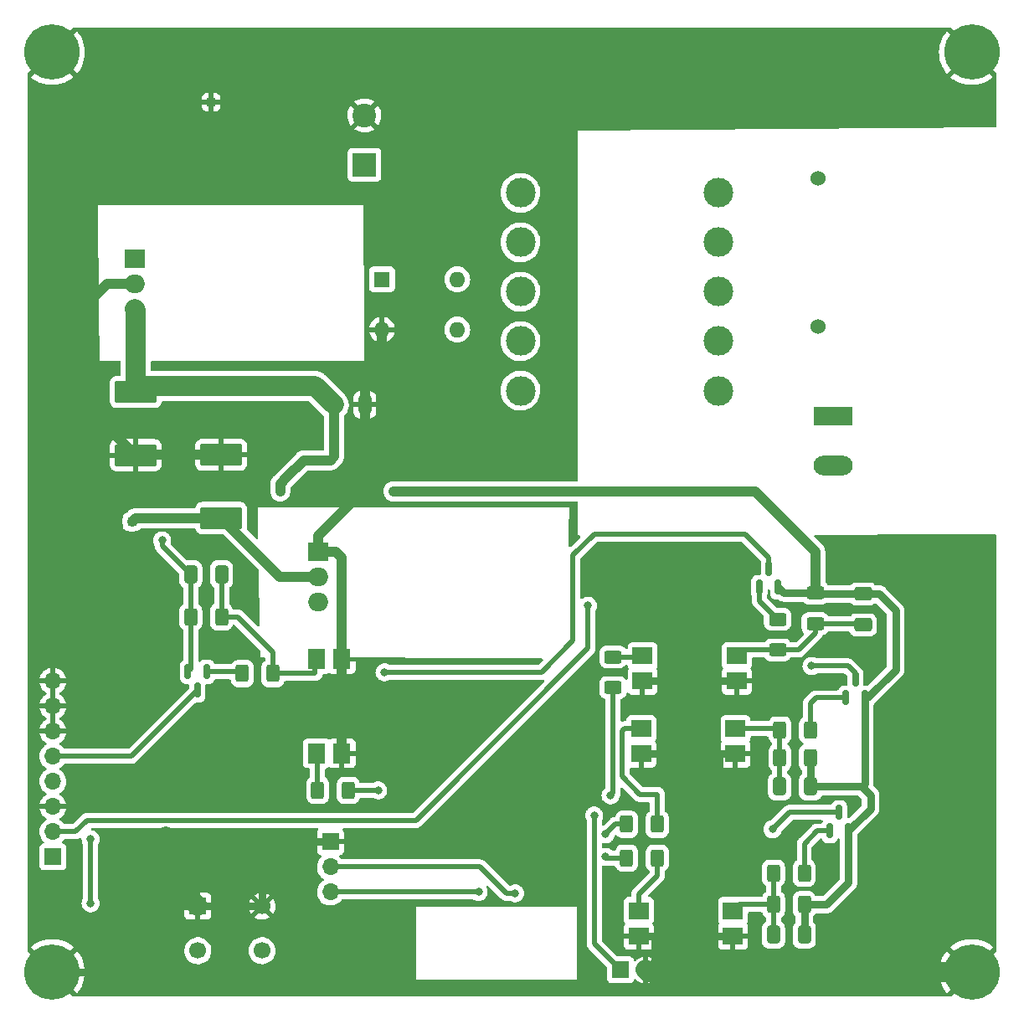
<source format=gtl>
%TF.GenerationSoftware,KiCad,Pcbnew,(6.0.4-0)*%
%TF.CreationDate,2022-09-08T11:41:12+02:00*%
%TF.ProjectId,Antennenumschalter,416e7465-6e6e-4656-9e75-6d736368616c,rev?*%
%TF.SameCoordinates,Original*%
%TF.FileFunction,Copper,L1,Top*%
%TF.FilePolarity,Positive*%
%FSLAX46Y46*%
G04 Gerber Fmt 4.6, Leading zero omitted, Abs format (unit mm)*
G04 Created by KiCad (PCBNEW (6.0.4-0)) date 2022-09-08 11:41:12*
%MOMM*%
%LPD*%
G01*
G04 APERTURE LIST*
G04 Aperture macros list*
%AMRoundRect*
0 Rectangle with rounded corners*
0 $1 Rounding radius*
0 $2 $3 $4 $5 $6 $7 $8 $9 X,Y pos of 4 corners*
0 Add a 4 corners polygon primitive as box body*
4,1,4,$2,$3,$4,$5,$6,$7,$8,$9,$2,$3,0*
0 Add four circle primitives for the rounded corners*
1,1,$1+$1,$2,$3*
1,1,$1+$1,$4,$5*
1,1,$1+$1,$6,$7*
1,1,$1+$1,$8,$9*
0 Add four rect primitives between the rounded corners*
20,1,$1+$1,$2,$3,$4,$5,0*
20,1,$1+$1,$4,$5,$6,$7,0*
20,1,$1+$1,$6,$7,$8,$9,0*
20,1,$1+$1,$8,$9,$2,$3,0*%
G04 Aperture macros list end*
%TA.AperFunction,ComponentPad*%
%ADD10R,0.850000X0.850000*%
%TD*%
%TA.AperFunction,ComponentPad*%
%ADD11R,1.700000X1.700000*%
%TD*%
%TA.AperFunction,ComponentPad*%
%ADD12O,1.700000X1.700000*%
%TD*%
%TA.AperFunction,SMDPad,CuDef*%
%ADD13R,1.780000X2.000000*%
%TD*%
%TA.AperFunction,SMDPad,CuDef*%
%ADD14R,2.000000X1.780000*%
%TD*%
%TA.AperFunction,SMDPad,CuDef*%
%ADD15RoundRect,0.250000X0.412500X0.650000X-0.412500X0.650000X-0.412500X-0.650000X0.412500X-0.650000X0*%
%TD*%
%TA.AperFunction,SMDPad,CuDef*%
%ADD16RoundRect,0.250000X0.400000X0.625000X-0.400000X0.625000X-0.400000X-0.625000X0.400000X-0.625000X0*%
%TD*%
%TA.AperFunction,SMDPad,CuDef*%
%ADD17RoundRect,0.250000X-0.400000X-0.625000X0.400000X-0.625000X0.400000X0.625000X-0.400000X0.625000X0*%
%TD*%
%TA.AperFunction,ComponentPad*%
%ADD18C,5.600000*%
%TD*%
%TA.AperFunction,SMDPad,CuDef*%
%ADD19RoundRect,0.250000X0.625000X-0.400000X0.625000X0.400000X-0.625000X0.400000X-0.625000X-0.400000X0*%
%TD*%
%TA.AperFunction,SMDPad,CuDef*%
%ADD20RoundRect,0.250000X-0.625000X0.400000X-0.625000X-0.400000X0.625000X-0.400000X0.625000X0.400000X0*%
%TD*%
%TA.AperFunction,SMDPad,CuDef*%
%ADD21RoundRect,0.250000X-1.875000X0.875000X-1.875000X-0.875000X1.875000X-0.875000X1.875000X0.875000X0*%
%TD*%
%TA.AperFunction,SMDPad,CuDef*%
%ADD22RoundRect,0.250000X-0.412500X-0.650000X0.412500X-0.650000X0.412500X0.650000X-0.412500X0.650000X0*%
%TD*%
%TA.AperFunction,SMDPad,CuDef*%
%ADD23RoundRect,0.150000X0.150000X-0.587500X0.150000X0.587500X-0.150000X0.587500X-0.150000X-0.587500X0*%
%TD*%
%TA.AperFunction,ComponentPad*%
%ADD24C,1.524000*%
%TD*%
%TA.AperFunction,SMDPad,CuDef*%
%ADD25RoundRect,0.250000X-0.650000X0.412500X-0.650000X-0.412500X0.650000X-0.412500X0.650000X0.412500X0*%
%TD*%
%TA.AperFunction,ComponentPad*%
%ADD26R,2.400000X2.400000*%
%TD*%
%TA.AperFunction,ComponentPad*%
%ADD27C,2.400000*%
%TD*%
%TA.AperFunction,ComponentPad*%
%ADD28R,1.600000X1.600000*%
%TD*%
%TA.AperFunction,ComponentPad*%
%ADD29O,1.600000X1.600000*%
%TD*%
%TA.AperFunction,ComponentPad*%
%ADD30R,2.000000X1.905000*%
%TD*%
%TA.AperFunction,ComponentPad*%
%ADD31O,2.000000X1.905000*%
%TD*%
%TA.AperFunction,ComponentPad*%
%ADD32R,3.960000X1.980000*%
%TD*%
%TA.AperFunction,ComponentPad*%
%ADD33O,3.960000X1.980000*%
%TD*%
%TA.AperFunction,SMDPad,CuDef*%
%ADD34RoundRect,0.150000X-0.150000X0.587500X-0.150000X-0.587500X0.150000X-0.587500X0.150000X0.587500X0*%
%TD*%
%TA.AperFunction,ComponentPad*%
%ADD35C,1.700000*%
%TD*%
%TA.AperFunction,ComponentPad*%
%ADD36C,3.000000*%
%TD*%
%TA.AperFunction,SMDPad,CuDef*%
%ADD37RoundRect,0.250000X1.875000X-0.875000X1.875000X0.875000X-1.875000X0.875000X-1.875000X-0.875000X0*%
%TD*%
%TA.AperFunction,ViaPad*%
%ADD38C,0.800000*%
%TD*%
%TA.AperFunction,Conductor*%
%ADD39C,0.500000*%
%TD*%
%TA.AperFunction,Conductor*%
%ADD40C,0.750000*%
%TD*%
%TA.AperFunction,Conductor*%
%ADD41C,1.000000*%
%TD*%
%TA.AperFunction,Conductor*%
%ADD42C,2.000000*%
%TD*%
G04 APERTURE END LIST*
D10*
X69088000Y-58039000D03*
X61087000Y-100457000D03*
D11*
X81153000Y-132842000D03*
D12*
X81153000Y-135382000D03*
X81153000Y-137922000D03*
D13*
X79756000Y-123891000D03*
X82296000Y-123891000D03*
X82296000Y-114361000D03*
X79756000Y-114361000D03*
D14*
X112329000Y-139827000D03*
X112329000Y-142367000D03*
X121859000Y-142367000D03*
X121859000Y-139827000D03*
X112583000Y-121412000D03*
X112583000Y-123952000D03*
X122113000Y-123952000D03*
X122113000Y-121412000D03*
X112710000Y-114046000D03*
X112710000Y-116586000D03*
X122240000Y-116586000D03*
X122240000Y-114046000D03*
D15*
X129070500Y-142240000D03*
X125945500Y-142240000D03*
D11*
X53086000Y-134351000D03*
D12*
X53086000Y-131811000D03*
X53086000Y-129271000D03*
X53086000Y-126731000D03*
X53086000Y-124191000D03*
X53086000Y-121651000D03*
X53086000Y-119111000D03*
X53086000Y-116571000D03*
D16*
X129058000Y-139192000D03*
X125958000Y-139192000D03*
D17*
X111099000Y-131064000D03*
X114199000Y-131064000D03*
D18*
X146000000Y-53000000D03*
D19*
X126365000Y-113437000D03*
X126365000Y-110337000D03*
X109728000Y-117247000D03*
X109728000Y-114147000D03*
D18*
X53000000Y-146000000D03*
D20*
X130175000Y-107670000D03*
X130175000Y-110770000D03*
D17*
X125958000Y-136017000D03*
X129058000Y-136017000D03*
D21*
X61468000Y-87351000D03*
X61468000Y-93751000D03*
D22*
X67017500Y-105791000D03*
X70142500Y-105791000D03*
D17*
X67030000Y-110109000D03*
X70130000Y-110109000D03*
D23*
X131638000Y-131747500D03*
X133538000Y-131747500D03*
X132588000Y-129872500D03*
D24*
X130429000Y-80779000D03*
X130429000Y-65793000D03*
D18*
X146000000Y-146000000D03*
X53000000Y-53000000D03*
D16*
X82957000Y-127635000D03*
X79857000Y-127635000D03*
D25*
X135001000Y-107784500D03*
X135001000Y-110909500D03*
D17*
X111099000Y-134493000D03*
X114199000Y-134493000D03*
D23*
X133289000Y-118285500D03*
X135189000Y-118285500D03*
X134239000Y-116410500D03*
D26*
X84582000Y-64389000D03*
D27*
X84582000Y-59389000D03*
D28*
X86360000Y-75959000D03*
D29*
X86360000Y-81039000D03*
X93980000Y-81039000D03*
X93980000Y-75959000D03*
D15*
X129705500Y-127254000D03*
X126580500Y-127254000D03*
D30*
X61382000Y-73914000D03*
D31*
X61382000Y-76454000D03*
X61382000Y-78994000D03*
D32*
X131953000Y-89818000D03*
D33*
X131953000Y-94818000D03*
D34*
X68641000Y-115648500D03*
X66741000Y-115648500D03*
X67691000Y-117523500D03*
D30*
X79883000Y-103505000D03*
D31*
X79883000Y-106045000D03*
X79883000Y-108585000D03*
D11*
X67743000Y-139355000D03*
D35*
X74243000Y-139355000D03*
X74243000Y-143855000D03*
X67743000Y-143855000D03*
D22*
X81495500Y-88646000D03*
X84620500Y-88646000D03*
D36*
X120363000Y-67216000D03*
X120363000Y-72216000D03*
X120363000Y-77216000D03*
X120363000Y-82216000D03*
X120363000Y-87216000D03*
X100363000Y-87216000D03*
X100363000Y-82216000D03*
X100363000Y-77216000D03*
X100363000Y-72216000D03*
X100363000Y-67216000D03*
D37*
X70104000Y-100101000D03*
X70104000Y-93701000D03*
D16*
X75337000Y-115824000D03*
X72237000Y-115824000D03*
X129693000Y-124333000D03*
X126593000Y-124333000D03*
D23*
X124526000Y-107109500D03*
X126426000Y-107109500D03*
X125476000Y-105234500D03*
D11*
X110485000Y-145796000D03*
D12*
X113025000Y-145796000D03*
D17*
X126593000Y-121539000D03*
X129693000Y-121539000D03*
D38*
X85979000Y-127635000D03*
X64516000Y-132334000D03*
X117729000Y-131318000D03*
X109474000Y-128143000D03*
X107823000Y-130175000D03*
X108966000Y-132080000D03*
X108966000Y-134366000D03*
X96139000Y-137922000D03*
X99822000Y-138049000D03*
X64135000Y-102362000D03*
X87503000Y-97409000D03*
X76073000Y-97409000D03*
X86614000Y-115697000D03*
X129794000Y-115062000D03*
X107188000Y-108966000D03*
X56896000Y-132588000D03*
X56896000Y-139065000D03*
X125857000Y-131572000D03*
D39*
X114199000Y-136245000D02*
X114199000Y-134493000D01*
X112329000Y-138115000D02*
X112329000Y-139827000D01*
X114199000Y-136245000D02*
X112329000Y-138115000D01*
X79857000Y-127635000D02*
X79857000Y-123992000D01*
X79857000Y-123992000D02*
X79756000Y-123891000D01*
D40*
X67743000Y-139355000D02*
X74243000Y-139355000D01*
D41*
X70104000Y-100101000D02*
X61443000Y-100101000D01*
X61443000Y-100101000D02*
X61087000Y-100457000D01*
D40*
X113944000Y-142367000D02*
X112329000Y-142367000D01*
X117348000Y-142367000D02*
X121859000Y-142367000D01*
D39*
X125958000Y-139192000D02*
X122494000Y-139192000D01*
X122494000Y-139192000D02*
X121859000Y-139827000D01*
X125958000Y-139192000D02*
X125958000Y-142227500D01*
X125958000Y-142227500D02*
X125945500Y-142240000D01*
X125958000Y-136017000D02*
X125958000Y-139192000D01*
D40*
X129058000Y-139192000D02*
X129058000Y-142227500D01*
X129058000Y-142227500D02*
X129070500Y-142240000D01*
X131318000Y-139192000D02*
X129058000Y-139192000D01*
D39*
X131638000Y-131747500D02*
X130380500Y-131747500D01*
X130380500Y-131747500D02*
X129058000Y-133070000D01*
X129058000Y-133070000D02*
X129058000Y-136017000D01*
X124526000Y-107109500D02*
X124526000Y-108498000D01*
X124526000Y-108498000D02*
X126365000Y-110337000D01*
X126365000Y-113437000D02*
X122849000Y-113437000D01*
X122849000Y-113437000D02*
X122240000Y-114046000D01*
X130175000Y-110770000D02*
X130175000Y-111760000D01*
X130175000Y-111760000D02*
X128498000Y-113437000D01*
X128498000Y-113437000D02*
X126365000Y-113437000D01*
X109728000Y-114147000D02*
X112609000Y-114147000D01*
X112609000Y-114147000D02*
X112710000Y-114046000D01*
X110617000Y-126238000D02*
X110617000Y-121666000D01*
X114199000Y-128042000D02*
X112421000Y-128042000D01*
X110617000Y-121666000D02*
X110871000Y-121412000D01*
X110871000Y-121412000D02*
X112583000Y-121412000D01*
X112421000Y-128042000D02*
X110617000Y-126238000D01*
D40*
X129705500Y-127254000D02*
X129705500Y-124345500D01*
X129705500Y-124345500D02*
X129693000Y-124333000D01*
X134874000Y-127254000D02*
X129705500Y-127254000D01*
D39*
X126593000Y-124333000D02*
X126593000Y-127241500D01*
X126593000Y-127241500D02*
X126580500Y-127254000D01*
X126593000Y-121539000D02*
X126593000Y-124333000D01*
X122113000Y-121412000D02*
X126466000Y-121412000D01*
X126466000Y-121412000D02*
X126593000Y-121539000D01*
X133289000Y-118285500D02*
X130253500Y-118285500D01*
X130253500Y-118285500D02*
X129693000Y-118846000D01*
X129693000Y-118846000D02*
X129693000Y-121539000D01*
D40*
X120498000Y-123952000D02*
X122113000Y-123952000D01*
X117221000Y-123952000D02*
X112583000Y-123952000D01*
X117221000Y-116967000D02*
X116840000Y-116586000D01*
X116840000Y-116586000D02*
X112710000Y-116586000D01*
X117221000Y-123952000D02*
X117221000Y-116967000D01*
X117221000Y-116967000D02*
X117602000Y-116586000D01*
X117602000Y-116586000D02*
X122240000Y-116586000D01*
D41*
X79883000Y-103505000D02*
X81661000Y-103505000D01*
X81661000Y-103505000D02*
X82296000Y-104140000D01*
X82296000Y-104140000D02*
X82296000Y-123891000D01*
D39*
X79604000Y-115824000D02*
X79604000Y-114513000D01*
X79604000Y-114513000D02*
X79756000Y-114361000D01*
D41*
X76048000Y-106045000D02*
X79883000Y-106045000D01*
X70104000Y-100101000D02*
X76048000Y-106045000D01*
D39*
X82957000Y-127635000D02*
X85979000Y-127635000D01*
D40*
X81153000Y-132842000D02*
X76962000Y-132842000D01*
D41*
X85739000Y-96026000D02*
X79883000Y-101882000D01*
D40*
X120498000Y-123952000D02*
X120498000Y-128549000D01*
X117221000Y-123952000D02*
X120498000Y-123952000D01*
D41*
X84620500Y-88646000D02*
X84620500Y-90970500D01*
X84620500Y-90970500D02*
X85739000Y-92089000D01*
D40*
X117729000Y-131318000D02*
X117729000Y-141986000D01*
D41*
X70104000Y-93701000D02*
X61518000Y-93701000D01*
X86360000Y-84201000D02*
X86360000Y-81039000D01*
X85739000Y-92089000D02*
X85739000Y-96026000D01*
D40*
X53000000Y-146000000D02*
X57962000Y-146000000D01*
X57962000Y-146000000D02*
X64607000Y-139355000D01*
X120498000Y-128549000D02*
X117729000Y-131318000D01*
X76962000Y-132842000D02*
X74243000Y-135561000D01*
X113944000Y-142367000D02*
X113944000Y-144877000D01*
D42*
X146000000Y-146000000D02*
X113229000Y-146000000D01*
D41*
X61518000Y-93701000D02*
X61468000Y-93751000D01*
D42*
X64516000Y-132334000D02*
X64516000Y-136128000D01*
D41*
X56896000Y-78105000D02*
X56896000Y-89179000D01*
X58547000Y-76454000D02*
X56896000Y-78105000D01*
D42*
X113229000Y-146000000D02*
X113025000Y-145796000D01*
D41*
X84620500Y-85940500D02*
X86360000Y-84201000D01*
X84620500Y-88646000D02*
X84620500Y-85940500D01*
D39*
X117729000Y-141986000D02*
X117348000Y-142367000D01*
D41*
X56896000Y-89179000D02*
X61468000Y-93751000D01*
X79883000Y-101882000D02*
X79883000Y-103505000D01*
X61382000Y-76454000D02*
X58547000Y-76454000D01*
D40*
X64607000Y-139355000D02*
X67743000Y-139355000D01*
D42*
X64516000Y-136128000D02*
X67743000Y-139355000D01*
D40*
X117348000Y-142367000D02*
X113944000Y-142367000D01*
X74243000Y-135561000D02*
X74243000Y-139355000D01*
X113944000Y-144877000D02*
X113025000Y-145796000D01*
D39*
X109728000Y-127889000D02*
X109474000Y-128143000D01*
X109728000Y-117247000D02*
X109728000Y-127889000D01*
X107823000Y-143134000D02*
X110485000Y-145796000D01*
X107823000Y-130175000D02*
X107823000Y-143134000D01*
X109982000Y-131064000D02*
X108966000Y-132080000D01*
X111099000Y-131064000D02*
X109982000Y-131064000D01*
X109093000Y-134493000D02*
X108966000Y-134366000D01*
X111099000Y-134493000D02*
X109093000Y-134493000D01*
X81153000Y-137922000D02*
X96139000Y-137922000D01*
X98933000Y-138049000D02*
X99822000Y-138049000D01*
X81153000Y-135382000D02*
X96266000Y-135382000D01*
X96266000Y-135382000D02*
X98933000Y-138049000D01*
D40*
X135189000Y-118285500D02*
X135189000Y-126939000D01*
X135189000Y-118285500D02*
X135460500Y-118285500D01*
D42*
X61468000Y-87351000D02*
X61468000Y-79080000D01*
D41*
X67017500Y-110096500D02*
X67030000Y-110109000D01*
D39*
X67030000Y-115359500D02*
X66741000Y-115648500D01*
D41*
X81495500Y-88646000D02*
X81495500Y-93902500D01*
D40*
X130289500Y-107784500D02*
X130175000Y-107670000D01*
D42*
X62078000Y-86741000D02*
X61468000Y-87351000D01*
D41*
X124079000Y-97409000D02*
X87503000Y-97409000D01*
X76073000Y-96647000D02*
X76073000Y-97409000D01*
D39*
X64135000Y-102908500D02*
X67017500Y-105791000D01*
D42*
X79590500Y-86741000D02*
X62078000Y-86741000D01*
D40*
X134874000Y-127254000D02*
X135763000Y-128143000D01*
D39*
X67017500Y-105791000D02*
X67017500Y-110096500D01*
D40*
X130175000Y-107670000D02*
X126986500Y-107670000D01*
D39*
X67030000Y-110109000D02*
X67030000Y-115359500D01*
D42*
X81495500Y-88646000D02*
X79590500Y-86741000D01*
D40*
X135763000Y-128143000D02*
X135763000Y-129522500D01*
X126986500Y-107670000D02*
X126426000Y-107109500D01*
X138303000Y-109474000D02*
X136613500Y-107784500D01*
D41*
X81495500Y-93902500D02*
X81139000Y-94259000D01*
X130175000Y-103505000D02*
X124079000Y-97409000D01*
D40*
X136613500Y-107784500D02*
X135001000Y-107784500D01*
X138303000Y-115443000D02*
X138303000Y-109474000D01*
D41*
X130175000Y-107670000D02*
X130175000Y-103505000D01*
D39*
X64135000Y-102362000D02*
X64135000Y-102908500D01*
D42*
X61468000Y-79080000D02*
X61382000Y-78994000D01*
D41*
X78461000Y-94259000D02*
X76708000Y-96012000D01*
D40*
X131318000Y-139192000D02*
X133538000Y-136972000D01*
X135763000Y-129522500D02*
X133538000Y-131747500D01*
X135460500Y-118285500D02*
X138303000Y-115443000D01*
X135001000Y-107784500D02*
X130289500Y-107784500D01*
X135189000Y-126939000D02*
X134874000Y-127254000D01*
D41*
X81139000Y-94259000D02*
X78461000Y-94259000D01*
D40*
X133538000Y-136972000D02*
X133538000Y-131747500D01*
D41*
X76708000Y-96012000D02*
X76073000Y-96647000D01*
D39*
X130175000Y-110770000D02*
X134861500Y-110770000D01*
X134861500Y-110770000D02*
X135001000Y-110909500D01*
X75337000Y-115824000D02*
X79604000Y-115824000D01*
X70142500Y-110096500D02*
X70130000Y-110109000D01*
X75337000Y-113691000D02*
X75337000Y-115824000D01*
X71755000Y-110109000D02*
X75337000Y-113691000D01*
X70130000Y-110109000D02*
X71755000Y-110109000D01*
X70142500Y-105791000D02*
X70142500Y-110096500D01*
X114199000Y-131064000D02*
X114199000Y-128042000D01*
X86614000Y-115697000D02*
X102489000Y-115697000D01*
X125476000Y-104140000D02*
X125476000Y-105234500D01*
X123063000Y-101727000D02*
X125476000Y-104140000D01*
X105664000Y-112522000D02*
X105664000Y-103886000D01*
X107823000Y-101727000D02*
X123063000Y-101727000D01*
X102489000Y-115697000D02*
X105664000Y-112522000D01*
X105664000Y-103886000D02*
X107823000Y-101727000D01*
X56515000Y-130683000D02*
X55387000Y-131811000D01*
X134239000Y-115824000D02*
X133477000Y-115062000D01*
X107188000Y-108966000D02*
X107188000Y-113284000D01*
X134239000Y-116410500D02*
X134239000Y-115824000D01*
X107188000Y-113284000D02*
X89789000Y-130683000D01*
X133477000Y-115062000D02*
X129794000Y-115062000D01*
X55387000Y-131811000D02*
X53086000Y-131811000D01*
X89789000Y-130683000D02*
X56515000Y-130683000D01*
X127556500Y-129872500D02*
X125857000Y-131572000D01*
X56896000Y-139065000D02*
X56896000Y-133223000D01*
X56896000Y-133223000D02*
X56896000Y-132588000D01*
X132412500Y-129872500D02*
X127556500Y-129872500D01*
X132588000Y-129872500D02*
X132412500Y-129872500D01*
X68641000Y-115648500D02*
X72061500Y-115648500D01*
X72061500Y-115648500D02*
X72237000Y-115824000D01*
X67691000Y-117523500D02*
X61023500Y-124191000D01*
X61023500Y-124191000D02*
X53086000Y-124191000D01*
%TA.AperFunction,Conductor*%
G36*
X143883642Y-50528502D02*
G01*
X143904616Y-50545405D01*
X146000000Y-52640790D01*
X148454595Y-55095384D01*
X148488621Y-55157696D01*
X148491500Y-55184479D01*
X148491500Y-60459496D01*
X148471498Y-60527617D01*
X148417842Y-60574110D01*
X148366618Y-60585491D01*
X106190115Y-60959839D01*
X106190114Y-60959839D01*
X106172000Y-60960000D01*
X106172000Y-96274500D01*
X106151998Y-96342621D01*
X106098342Y-96389114D01*
X106046000Y-96400500D01*
X87453231Y-96400500D01*
X87450175Y-96400800D01*
X87450168Y-96400800D01*
X87391660Y-96406537D01*
X87306167Y-96414920D01*
X87300266Y-96416702D01*
X87300264Y-96416702D01*
X87235333Y-96436306D01*
X87116831Y-96472084D01*
X86942204Y-96564934D01*
X86898661Y-96600447D01*
X86793713Y-96686040D01*
X86793710Y-96686043D01*
X86788938Y-96689935D01*
X86785011Y-96694682D01*
X86785009Y-96694684D01*
X86666799Y-96837575D01*
X86666797Y-96837579D01*
X86662870Y-96842325D01*
X86568802Y-97016299D01*
X86510318Y-97205232D01*
X86489645Y-97401925D01*
X86507570Y-97598888D01*
X86509308Y-97604794D01*
X86509309Y-97604798D01*
X86513693Y-97619694D01*
X86563410Y-97788619D01*
X86566263Y-97794077D01*
X86566265Y-97794081D01*
X86576474Y-97813608D01*
X86655040Y-97963890D01*
X86778968Y-98118025D01*
X86930474Y-98245154D01*
X86935872Y-98248121D01*
X86935877Y-98248125D01*
X87079180Y-98326905D01*
X87103787Y-98340433D01*
X87109654Y-98342294D01*
X87109656Y-98342295D01*
X87286436Y-98398373D01*
X87292306Y-98400235D01*
X87446227Y-98417500D01*
X106046000Y-98417500D01*
X106114121Y-98437502D01*
X106160614Y-98491158D01*
X106172000Y-98543500D01*
X106172000Y-101854000D01*
X106185638Y-101853960D01*
X106185640Y-101853960D01*
X106276184Y-101853691D01*
X106319194Y-101853563D01*
X106387373Y-101873362D01*
X106434025Y-101926880D01*
X106444337Y-101997123D01*
X106415036Y-102061791D01*
X106408662Y-102068657D01*
X105465914Y-103011405D01*
X105403602Y-103045431D01*
X105332787Y-103040366D01*
X105275951Y-102997819D01*
X105251140Y-102931299D01*
X105250823Y-102921260D01*
X105263081Y-101450348D01*
X105283000Y-99060000D01*
X73787000Y-99060000D01*
X73807113Y-100256698D01*
X73838136Y-102102613D01*
X73819282Y-102171060D01*
X73766415Y-102218448D01*
X73696321Y-102229731D01*
X73631253Y-102201328D01*
X73623059Y-102193825D01*
X72740249Y-101311015D01*
X72706223Y-101248703D01*
X72709751Y-101182252D01*
X72717154Y-101159935D01*
X72726797Y-101130861D01*
X72727880Y-101120297D01*
X72735550Y-101045430D01*
X72737500Y-101026400D01*
X72737500Y-99175600D01*
X72737163Y-99172350D01*
X72727238Y-99076692D01*
X72727237Y-99076688D01*
X72726526Y-99069834D01*
X72724193Y-99062839D01*
X72672868Y-98909002D01*
X72670550Y-98902054D01*
X72577478Y-98751652D01*
X72452303Y-98626695D01*
X72446072Y-98622854D01*
X72307968Y-98537725D01*
X72307966Y-98537724D01*
X72301738Y-98533885D01*
X72221995Y-98507436D01*
X72140389Y-98480368D01*
X72140387Y-98480368D01*
X72133861Y-98478203D01*
X72127025Y-98477503D01*
X72127022Y-98477502D01*
X72083969Y-98473091D01*
X72029400Y-98467500D01*
X68178600Y-98467500D01*
X68175354Y-98467837D01*
X68175350Y-98467837D01*
X68079692Y-98477762D01*
X68079688Y-98477763D01*
X68072834Y-98478474D01*
X68066298Y-98480655D01*
X68066296Y-98480655D01*
X67934194Y-98524728D01*
X67905054Y-98534450D01*
X67754652Y-98627522D01*
X67629695Y-98752697D01*
X67536885Y-98903262D01*
X67508907Y-98987615D01*
X67502753Y-99006167D01*
X67462322Y-99064527D01*
X67396758Y-99091764D01*
X67383160Y-99092500D01*
X61504843Y-99092500D01*
X61491236Y-99091763D01*
X61459738Y-99088341D01*
X61459733Y-99088341D01*
X61453612Y-99087676D01*
X61427362Y-99089973D01*
X61403612Y-99092050D01*
X61398786Y-99092379D01*
X61396314Y-99092500D01*
X61393231Y-99092500D01*
X61381262Y-99093674D01*
X61350494Y-99096690D01*
X61349181Y-99096812D01*
X61304916Y-99100685D01*
X61256587Y-99104913D01*
X61251468Y-99106400D01*
X61246167Y-99106920D01*
X61157166Y-99133791D01*
X61156033Y-99134126D01*
X61072586Y-99158370D01*
X61072582Y-99158372D01*
X61066664Y-99160091D01*
X61061932Y-99162544D01*
X61056831Y-99164084D01*
X61051388Y-99166978D01*
X60974740Y-99207731D01*
X60973574Y-99208343D01*
X60896547Y-99248271D01*
X60891074Y-99251108D01*
X60886911Y-99254431D01*
X60882204Y-99256934D01*
X60810082Y-99315755D01*
X60809226Y-99316446D01*
X60770027Y-99347738D01*
X60767523Y-99350242D01*
X60766805Y-99350884D01*
X60762472Y-99354585D01*
X60728938Y-99381935D01*
X60725010Y-99386683D01*
X60725009Y-99386684D01*
X60699716Y-99417258D01*
X60691728Y-99426037D01*
X60622589Y-99495177D01*
X60562638Y-99528665D01*
X60559539Y-99529402D01*
X60551684Y-99530255D01*
X60544289Y-99533027D01*
X60544286Y-99533028D01*
X60487261Y-99554406D01*
X60415295Y-99581385D01*
X60298739Y-99668739D01*
X60211385Y-99785295D01*
X60160255Y-99921684D01*
X60153500Y-99983866D01*
X60153500Y-100041989D01*
X60147994Y-100078827D01*
X60093613Y-100256698D01*
X60073626Y-100453462D01*
X60092239Y-100650362D01*
X60093999Y-100656266D01*
X60148249Y-100838246D01*
X60153500Y-100874242D01*
X60153500Y-100930134D01*
X60160255Y-100992316D01*
X60211385Y-101128705D01*
X60298739Y-101245261D01*
X60415295Y-101332615D01*
X60551684Y-101383745D01*
X60613866Y-101390500D01*
X60673925Y-101390500D01*
X60711604Y-101396266D01*
X60873886Y-101447122D01*
X60873889Y-101447123D01*
X60879768Y-101448965D01*
X60885891Y-101449630D01*
X60885895Y-101449631D01*
X61070263Y-101469659D01*
X61070267Y-101469659D01*
X61076388Y-101470324D01*
X61273413Y-101453087D01*
X61279330Y-101451368D01*
X61279335Y-101451367D01*
X61385266Y-101420591D01*
X61463336Y-101397909D01*
X61463479Y-101398401D01*
X61504504Y-101390500D01*
X61560134Y-101390500D01*
X61622316Y-101383745D01*
X61758705Y-101332615D01*
X61875261Y-101245261D01*
X61939210Y-101159934D01*
X61996068Y-101117420D01*
X62040035Y-101109500D01*
X67383121Y-101109500D01*
X67451242Y-101129502D01*
X67497735Y-101183158D01*
X67502644Y-101195623D01*
X67522802Y-101256042D01*
X67537450Y-101299946D01*
X67630522Y-101450348D01*
X67755697Y-101575305D01*
X67906262Y-101668115D01*
X67986005Y-101694564D01*
X68067611Y-101721632D01*
X68067613Y-101721632D01*
X68074139Y-101723797D01*
X68080975Y-101724497D01*
X68080978Y-101724498D01*
X68122949Y-101728798D01*
X68178600Y-101734500D01*
X70259075Y-101734500D01*
X70327196Y-101754502D01*
X70348170Y-101771405D01*
X73856101Y-105279335D01*
X73890127Y-105341647D01*
X73892988Y-105366313D01*
X73987034Y-110962064D01*
X73968180Y-111030511D01*
X73915313Y-111077899D01*
X73845219Y-111089182D01*
X73780151Y-111060779D01*
X73771957Y-111053276D01*
X72338770Y-109620089D01*
X72326384Y-109605677D01*
X72317851Y-109594082D01*
X72317846Y-109594077D01*
X72313508Y-109588182D01*
X72307930Y-109583443D01*
X72307927Y-109583440D01*
X72273232Y-109553965D01*
X72265716Y-109547035D01*
X72260021Y-109541340D01*
X72241906Y-109527008D01*
X72237749Y-109523719D01*
X72234345Y-109520928D01*
X72184297Y-109478409D01*
X72184295Y-109478408D01*
X72178715Y-109473667D01*
X72172199Y-109470339D01*
X72167150Y-109466972D01*
X72162021Y-109463805D01*
X72156284Y-109459266D01*
X72090125Y-109428345D01*
X72086225Y-109426439D01*
X72049999Y-109407941D01*
X72021192Y-109393231D01*
X72014084Y-109391492D01*
X72008441Y-109389393D01*
X72002678Y-109387476D01*
X71996050Y-109384378D01*
X71924583Y-109369513D01*
X71920299Y-109368543D01*
X71849390Y-109351192D01*
X71843788Y-109350844D01*
X71843785Y-109350844D01*
X71838236Y-109350500D01*
X71838238Y-109350464D01*
X71834245Y-109350225D01*
X71830053Y-109349851D01*
X71822885Y-109348360D01*
X71756675Y-109350151D01*
X71745479Y-109350454D01*
X71742072Y-109350500D01*
X71375879Y-109350500D01*
X71307758Y-109330498D01*
X71261265Y-109276842D01*
X71256356Y-109264377D01*
X71223870Y-109167007D01*
X71223868Y-109167002D01*
X71221550Y-109160054D01*
X71128478Y-109009652D01*
X71003303Y-108884695D01*
X70997069Y-108880852D01*
X70960883Y-108858546D01*
X70913390Y-108805774D01*
X70901000Y-108751287D01*
X70901000Y-107189105D01*
X70921002Y-107120984D01*
X70960697Y-107081961D01*
X71023120Y-107043332D01*
X71029348Y-107039478D01*
X71154305Y-106914303D01*
X71160907Y-106903593D01*
X71243275Y-106769968D01*
X71243276Y-106769966D01*
X71247115Y-106763738D01*
X71278980Y-106667668D01*
X71300632Y-106602389D01*
X71300632Y-106602387D01*
X71302797Y-106595861D01*
X71313500Y-106491400D01*
X71313500Y-105090600D01*
X71302526Y-104984834D01*
X71246550Y-104817054D01*
X71153478Y-104666652D01*
X71028303Y-104541695D01*
X71020680Y-104536996D01*
X70883968Y-104452725D01*
X70883966Y-104452724D01*
X70877738Y-104448885D01*
X70717254Y-104395655D01*
X70716389Y-104395368D01*
X70716387Y-104395368D01*
X70709861Y-104393203D01*
X70703025Y-104392503D01*
X70703022Y-104392502D01*
X70659969Y-104388091D01*
X70605400Y-104382500D01*
X69679600Y-104382500D01*
X69676354Y-104382837D01*
X69676350Y-104382837D01*
X69580692Y-104392762D01*
X69580688Y-104392763D01*
X69573834Y-104393474D01*
X69567298Y-104395655D01*
X69567296Y-104395655D01*
X69441132Y-104437747D01*
X69406054Y-104449450D01*
X69255652Y-104542522D01*
X69130695Y-104667697D01*
X69037885Y-104818262D01*
X68982203Y-104986139D01*
X68971500Y-105090600D01*
X68971500Y-106491400D01*
X68971837Y-106494646D01*
X68971837Y-106494650D01*
X68978012Y-106554158D01*
X68982474Y-106597166D01*
X68984655Y-106603702D01*
X68984655Y-106603704D01*
X68992312Y-106626655D01*
X69038450Y-106764946D01*
X69131522Y-106915348D01*
X69256697Y-107040305D01*
X69262927Y-107044145D01*
X69262928Y-107044146D01*
X69324116Y-107081863D01*
X69371610Y-107134636D01*
X69384000Y-107189123D01*
X69384000Y-108735895D01*
X69363998Y-108804016D01*
X69324303Y-108843039D01*
X69255652Y-108885522D01*
X69130695Y-109010697D01*
X69126855Y-109016927D01*
X69126854Y-109016928D01*
X69071367Y-109106945D01*
X69037885Y-109161262D01*
X69027899Y-109191368D01*
X68987724Y-109312495D01*
X68982203Y-109329139D01*
X68981503Y-109335975D01*
X68981502Y-109335978D01*
X68980019Y-109350454D01*
X68971500Y-109433600D01*
X68971500Y-110784400D01*
X68971837Y-110787646D01*
X68971837Y-110787650D01*
X68980199Y-110868236D01*
X68982474Y-110890166D01*
X68984655Y-110896702D01*
X68984655Y-110896704D01*
X69003715Y-110953833D01*
X69038450Y-111057946D01*
X69131522Y-111208348D01*
X69256697Y-111333305D01*
X69262927Y-111337145D01*
X69262928Y-111337146D01*
X69400090Y-111421694D01*
X69407262Y-111426115D01*
X69487005Y-111452564D01*
X69568611Y-111479632D01*
X69568613Y-111479632D01*
X69575139Y-111481797D01*
X69581975Y-111482497D01*
X69581978Y-111482498D01*
X69625031Y-111486909D01*
X69679600Y-111492500D01*
X70580400Y-111492500D01*
X70583646Y-111492163D01*
X70583650Y-111492163D01*
X70679308Y-111482238D01*
X70679312Y-111482237D01*
X70686166Y-111481526D01*
X70692702Y-111479345D01*
X70692704Y-111479345D01*
X70824806Y-111435272D01*
X70853946Y-111425550D01*
X71004348Y-111332478D01*
X71129305Y-111207303D01*
X71222115Y-111056738D01*
X71256247Y-110953833D01*
X71296678Y-110895473D01*
X71362242Y-110868236D01*
X71375840Y-110867500D01*
X71388629Y-110867500D01*
X71456750Y-110887502D01*
X71477724Y-110904405D01*
X73992912Y-113419593D01*
X74026938Y-113481905D01*
X74029799Y-113506571D01*
X74032803Y-113685284D01*
X74041000Y-114173000D01*
X74053877Y-114173053D01*
X74053879Y-114173053D01*
X74453014Y-114174682D01*
X74521053Y-114194962D01*
X74567326Y-114248807D01*
X74578500Y-114300681D01*
X74578500Y-114458631D01*
X74558498Y-114526752D01*
X74518807Y-114565772D01*
X74462652Y-114600522D01*
X74337695Y-114725697D01*
X74333855Y-114731927D01*
X74333854Y-114731928D01*
X74251338Y-114865794D01*
X74244885Y-114876262D01*
X74235951Y-114903197D01*
X74195047Y-115026521D01*
X74189203Y-115044139D01*
X74188503Y-115050975D01*
X74188502Y-115050978D01*
X74184091Y-115094031D01*
X74178500Y-115148600D01*
X74178500Y-116499400D01*
X74178837Y-116502646D01*
X74178837Y-116502650D01*
X74187199Y-116583236D01*
X74189474Y-116605166D01*
X74191655Y-116611702D01*
X74191655Y-116611704D01*
X74220772Y-116698978D01*
X74245450Y-116772946D01*
X74338522Y-116923348D01*
X74463697Y-117048305D01*
X74469927Y-117052145D01*
X74469928Y-117052146D01*
X74607090Y-117136694D01*
X74614262Y-117141115D01*
X74694005Y-117167564D01*
X74775611Y-117194632D01*
X74775613Y-117194632D01*
X74782139Y-117196797D01*
X74788975Y-117197497D01*
X74788978Y-117197498D01*
X74832031Y-117201909D01*
X74886600Y-117207500D01*
X75787400Y-117207500D01*
X75790646Y-117207163D01*
X75790650Y-117207163D01*
X75886308Y-117197238D01*
X75886312Y-117197237D01*
X75893166Y-117196526D01*
X75899702Y-117194345D01*
X75899704Y-117194345D01*
X76031806Y-117150272D01*
X76060946Y-117140550D01*
X76211348Y-117047478D01*
X76336305Y-116922303D01*
X76378508Y-116853837D01*
X76425275Y-116777968D01*
X76425276Y-116777966D01*
X76429115Y-116771738D01*
X76463247Y-116668833D01*
X76503678Y-116610473D01*
X76569242Y-116583236D01*
X76582840Y-116582500D01*
X79576165Y-116582500D01*
X79583966Y-116582742D01*
X79645298Y-116586547D01*
X79708889Y-116575620D01*
X79715610Y-116574652D01*
X79736535Y-116572212D01*
X79772411Y-116568030D01*
X79772414Y-116568029D01*
X79779681Y-116567182D01*
X79788607Y-116563942D01*
X79810258Y-116558201D01*
X79819614Y-116556594D01*
X79878996Y-116531327D01*
X79885289Y-116528848D01*
X79945937Y-116506833D01*
X79952739Y-116502374D01*
X79953878Y-116501627D01*
X79973615Y-116491067D01*
X79975623Y-116490213D01*
X79975635Y-116490206D01*
X79982364Y-116487343D01*
X79988256Y-116483007D01*
X79988261Y-116483004D01*
X80034332Y-116449100D01*
X80039928Y-116445210D01*
X80050936Y-116437993D01*
X80093852Y-116409856D01*
X80100384Y-116402961D01*
X80117166Y-116388139D01*
X80124818Y-116382508D01*
X80129553Y-116376935D01*
X80129560Y-116376928D01*
X80166581Y-116333351D01*
X80171133Y-116328277D01*
X80210457Y-116286766D01*
X80210458Y-116286765D01*
X80215490Y-116281453D01*
X80219165Y-116275126D01*
X80219172Y-116275117D01*
X80220267Y-116273232D01*
X80233185Y-116254953D01*
X80234594Y-116253294D01*
X80234596Y-116253291D01*
X80239333Y-116247715D01*
X80242659Y-116241201D01*
X80242662Y-116241197D01*
X80268670Y-116190264D01*
X80271932Y-116184281D01*
X80300649Y-116134841D01*
X80300650Y-116134839D01*
X80304326Y-116128510D01*
X80306447Y-116121506D01*
X80306449Y-116121502D01*
X80307078Y-116119425D01*
X80315451Y-116098649D01*
X80319769Y-116090192D01*
X80335108Y-116027505D01*
X80336891Y-116020988D01*
X80355595Y-115959233D01*
X80355595Y-115959232D01*
X80358744Y-115960186D01*
X80383893Y-115909769D01*
X80444901Y-115873457D01*
X80476231Y-115869500D01*
X80694134Y-115869500D01*
X80756316Y-115862745D01*
X80892705Y-115811615D01*
X80950852Y-115768036D01*
X81017358Y-115743188D01*
X81086741Y-115758241D01*
X81101982Y-115768036D01*
X81152352Y-115805786D01*
X81167946Y-115814324D01*
X81288394Y-115859478D01*
X81303649Y-115863105D01*
X81354514Y-115868631D01*
X81361328Y-115869000D01*
X82023885Y-115869000D01*
X82039124Y-115864525D01*
X82040329Y-115863135D01*
X82042000Y-115855452D01*
X82042000Y-115850884D01*
X82550000Y-115850884D01*
X82554475Y-115866123D01*
X82555865Y-115867328D01*
X82563548Y-115868999D01*
X83230669Y-115868999D01*
X83237490Y-115868629D01*
X83288352Y-115863105D01*
X83303604Y-115859479D01*
X83424054Y-115814324D01*
X83439649Y-115805786D01*
X83541724Y-115729285D01*
X83554285Y-115716724D01*
X83630786Y-115614649D01*
X83639324Y-115599054D01*
X83684478Y-115478606D01*
X83688105Y-115463351D01*
X83693631Y-115412486D01*
X83694000Y-115405672D01*
X83694000Y-114633115D01*
X83689525Y-114617876D01*
X83688135Y-114616671D01*
X83680452Y-114615000D01*
X82568115Y-114615000D01*
X82552876Y-114619475D01*
X82551671Y-114620865D01*
X82550000Y-114628548D01*
X82550000Y-115850884D01*
X82042000Y-115850884D01*
X82042000Y-114332172D01*
X82062002Y-114264051D01*
X82115658Y-114217558D01*
X82168510Y-114206174D01*
X95323497Y-114259868D01*
X102520401Y-114289243D01*
X102588440Y-114309523D01*
X102634713Y-114363368D01*
X102644530Y-114433683D01*
X102614774Y-114498142D01*
X102608982Y-114504337D01*
X102211724Y-114901595D01*
X102149412Y-114935621D01*
X102122629Y-114938500D01*
X87156587Y-114938500D01*
X87082528Y-114914437D01*
X87076098Y-114909765D01*
X87076091Y-114909761D01*
X87070752Y-114905882D01*
X87064724Y-114903198D01*
X87064722Y-114903197D01*
X86902319Y-114830891D01*
X86902318Y-114830891D01*
X86896288Y-114828206D01*
X86802888Y-114808353D01*
X86715944Y-114789872D01*
X86715939Y-114789872D01*
X86709487Y-114788500D01*
X86518513Y-114788500D01*
X86512061Y-114789872D01*
X86512056Y-114789872D01*
X86425112Y-114808353D01*
X86331712Y-114828206D01*
X86325682Y-114830891D01*
X86325681Y-114830891D01*
X86163278Y-114903197D01*
X86163276Y-114903198D01*
X86157248Y-114905882D01*
X86151907Y-114909762D01*
X86151906Y-114909763D01*
X86145473Y-114914437D01*
X86002747Y-115018134D01*
X85998326Y-115023044D01*
X85998325Y-115023045D01*
X85888155Y-115145402D01*
X85874960Y-115160056D01*
X85826114Y-115244660D01*
X85797324Y-115294526D01*
X85779473Y-115325444D01*
X85720458Y-115507072D01*
X85719768Y-115513633D01*
X85719768Y-115513635D01*
X85709881Y-115607705D01*
X85700496Y-115697000D01*
X85701186Y-115703565D01*
X85718702Y-115870216D01*
X85720458Y-115886928D01*
X85779473Y-116068556D01*
X85782776Y-116074278D01*
X85782777Y-116074279D01*
X85798417Y-116101368D01*
X85874960Y-116233944D01*
X85879378Y-116238851D01*
X85879379Y-116238852D01*
X85970301Y-116339831D01*
X86002747Y-116375866D01*
X86076782Y-116429656D01*
X86151904Y-116484235D01*
X86157248Y-116488118D01*
X86163276Y-116490802D01*
X86163278Y-116490803D01*
X86318936Y-116560106D01*
X86331712Y-116565794D01*
X86411446Y-116582742D01*
X86512056Y-116604128D01*
X86512061Y-116604128D01*
X86518513Y-116605500D01*
X86709487Y-116605500D01*
X86715939Y-116604128D01*
X86715944Y-116604128D01*
X86816554Y-116582742D01*
X86896288Y-116565794D01*
X86909064Y-116560106D01*
X87064722Y-116490803D01*
X87064724Y-116490802D01*
X87070752Y-116488118D01*
X87076091Y-116484239D01*
X87076098Y-116484235D01*
X87082528Y-116479563D01*
X87156587Y-116455500D01*
X102421930Y-116455500D01*
X102440880Y-116456933D01*
X102455115Y-116459099D01*
X102455119Y-116459099D01*
X102462349Y-116460199D01*
X102469641Y-116459606D01*
X102469644Y-116459606D01*
X102515018Y-116455915D01*
X102525233Y-116455500D01*
X102533293Y-116455500D01*
X102546691Y-116453938D01*
X102561507Y-116452211D01*
X102565882Y-116451778D01*
X102638637Y-116445860D01*
X102638884Y-116448896D01*
X102695902Y-116453938D01*
X102752015Y-116497434D01*
X102775704Y-116564361D01*
X102759449Y-116633472D01*
X102738987Y-116660332D01*
X89511724Y-129887595D01*
X89449412Y-129921621D01*
X89422629Y-129924500D01*
X56582070Y-129924500D01*
X56563120Y-129923067D01*
X56548885Y-129920901D01*
X56548881Y-129920901D01*
X56541651Y-129919801D01*
X56534359Y-129920394D01*
X56534356Y-129920394D01*
X56488982Y-129924085D01*
X56478767Y-129924500D01*
X56470707Y-129924500D01*
X56467073Y-129924924D01*
X56467067Y-129924924D01*
X56454042Y-129926443D01*
X56442480Y-129927791D01*
X56438132Y-129928221D01*
X56365364Y-129934140D01*
X56358403Y-129936395D01*
X56352463Y-129937582D01*
X56346588Y-129938971D01*
X56339319Y-129939818D01*
X56270670Y-129964736D01*
X56266542Y-129966153D01*
X56204064Y-129986393D01*
X56204062Y-129986394D01*
X56197101Y-129988649D01*
X56190846Y-129992445D01*
X56185372Y-129994951D01*
X56179942Y-129997670D01*
X56173063Y-130000167D01*
X56166943Y-130004180D01*
X56166942Y-130004180D01*
X56112024Y-130040186D01*
X56108320Y-130042523D01*
X56045893Y-130080405D01*
X56037516Y-130087803D01*
X56037492Y-130087776D01*
X56034500Y-130090429D01*
X56031267Y-130093132D01*
X56025148Y-130097144D01*
X56020116Y-130102456D01*
X55971872Y-130153383D01*
X55969494Y-130155825D01*
X55109724Y-131015595D01*
X55047412Y-131049621D01*
X55020629Y-131052500D01*
X54281939Y-131052500D01*
X54213818Y-131032498D01*
X54176147Y-130994941D01*
X54174714Y-130992725D01*
X54166014Y-130979277D01*
X54015670Y-130814051D01*
X54011619Y-130810852D01*
X54011615Y-130810848D01*
X53844414Y-130678800D01*
X53844410Y-130678798D01*
X53840359Y-130675598D01*
X53798569Y-130652529D01*
X53748598Y-130602097D01*
X53733826Y-130532654D01*
X53758942Y-130466248D01*
X53786294Y-130439641D01*
X53961328Y-130314792D01*
X53969200Y-130308139D01*
X54120052Y-130157812D01*
X54126730Y-130149965D01*
X54251003Y-129977020D01*
X54256313Y-129968183D01*
X54350670Y-129777267D01*
X54354469Y-129767672D01*
X54416377Y-129563910D01*
X54418555Y-129553837D01*
X54419986Y-129542962D01*
X54417775Y-129528778D01*
X54404617Y-129525000D01*
X51769225Y-129525000D01*
X51755694Y-129528973D01*
X51754257Y-129538966D01*
X51784565Y-129673446D01*
X51787645Y-129683275D01*
X51867770Y-129880603D01*
X51872413Y-129889794D01*
X51983694Y-130071388D01*
X51989777Y-130079699D01*
X52129213Y-130240667D01*
X52136580Y-130247883D01*
X52300434Y-130383916D01*
X52308881Y-130389831D01*
X52377969Y-130430203D01*
X52426693Y-130481842D01*
X52439764Y-130551625D01*
X52413033Y-130617396D01*
X52372584Y-130650752D01*
X52359607Y-130657507D01*
X52355474Y-130660610D01*
X52355471Y-130660612D01*
X52185100Y-130788530D01*
X52180965Y-130791635D01*
X52026629Y-130953138D01*
X52023715Y-130957410D01*
X52023714Y-130957411D01*
X51972493Y-131032498D01*
X51900743Y-131137680D01*
X51868692Y-131206729D01*
X51830733Y-131288505D01*
X51806688Y-131340305D01*
X51746989Y-131555570D01*
X51723251Y-131777695D01*
X51723548Y-131782848D01*
X51723548Y-131782851D01*
X51731113Y-131914045D01*
X51736110Y-132000715D01*
X51737247Y-132005761D01*
X51737248Y-132005767D01*
X51752549Y-132073660D01*
X51785222Y-132218639D01*
X51843888Y-132363118D01*
X51860747Y-132404635D01*
X51869266Y-132425616D01*
X51902058Y-132479128D01*
X51983008Y-132611226D01*
X51985987Y-132616088D01*
X52132250Y-132784938D01*
X52136230Y-132788242D01*
X52140981Y-132792187D01*
X52180616Y-132851090D01*
X52182113Y-132922071D01*
X52144997Y-132982593D01*
X52104725Y-133007112D01*
X52084898Y-133014545D01*
X51989295Y-133050385D01*
X51872739Y-133137739D01*
X51785385Y-133254295D01*
X51734255Y-133390684D01*
X51727500Y-133452866D01*
X51727500Y-135249134D01*
X51734255Y-135311316D01*
X51785385Y-135447705D01*
X51872739Y-135564261D01*
X51989295Y-135651615D01*
X52125684Y-135702745D01*
X52187866Y-135709500D01*
X53984134Y-135709500D01*
X54046316Y-135702745D01*
X54182705Y-135651615D01*
X54299261Y-135564261D01*
X54386615Y-135447705D01*
X54437745Y-135311316D01*
X54444500Y-135249134D01*
X54444500Y-133452866D01*
X54437745Y-133390684D01*
X54386615Y-133254295D01*
X54299261Y-133137739D01*
X54182705Y-133050385D01*
X54170132Y-133045672D01*
X54064203Y-133005960D01*
X54007439Y-132963318D01*
X53982739Y-132896756D01*
X53997947Y-132827408D01*
X54019493Y-132798727D01*
X54055597Y-132762749D01*
X54124096Y-132694489D01*
X54176203Y-132621974D01*
X54232198Y-132578326D01*
X54278526Y-132569500D01*
X55319930Y-132569500D01*
X55338880Y-132570933D01*
X55353115Y-132573099D01*
X55353119Y-132573099D01*
X55360349Y-132574199D01*
X55367641Y-132573606D01*
X55367644Y-132573606D01*
X55413018Y-132569915D01*
X55423233Y-132569500D01*
X55431293Y-132569500D01*
X55445352Y-132567861D01*
X55459507Y-132566211D01*
X55463882Y-132565778D01*
X55529339Y-132560454D01*
X55529342Y-132560453D01*
X55536637Y-132559860D01*
X55543601Y-132557604D01*
X55549560Y-132556413D01*
X55555415Y-132555029D01*
X55562681Y-132554182D01*
X55631327Y-132529265D01*
X55635455Y-132527848D01*
X55697936Y-132507607D01*
X55697938Y-132507606D01*
X55704899Y-132505351D01*
X55711154Y-132501555D01*
X55716628Y-132499049D01*
X55722057Y-132496330D01*
X55728937Y-132493833D01*
X55789730Y-132453975D01*
X55857663Y-132433353D01*
X55925963Y-132452732D01*
X55972944Y-132505961D01*
X55984123Y-132572517D01*
X55983920Y-132574452D01*
X55982496Y-132588000D01*
X55983186Y-132594565D01*
X56000863Y-132762749D01*
X56002458Y-132777928D01*
X56061473Y-132959556D01*
X56113914Y-133050385D01*
X56120619Y-133061999D01*
X56137500Y-133124999D01*
X56137500Y-138528001D01*
X56120619Y-138591000D01*
X56061473Y-138693444D01*
X56002458Y-138875072D01*
X56001768Y-138881633D01*
X56001768Y-138881635D01*
X55985615Y-139035327D01*
X55982496Y-139065000D01*
X55983186Y-139071565D01*
X55995914Y-139192661D01*
X56002458Y-139254928D01*
X56061473Y-139436556D01*
X56156960Y-139601944D01*
X56161378Y-139606851D01*
X56161379Y-139606852D01*
X56280325Y-139738955D01*
X56284747Y-139743866D01*
X56343337Y-139786434D01*
X56433129Y-139851672D01*
X56439248Y-139856118D01*
X56445276Y-139858802D01*
X56445278Y-139858803D01*
X56602066Y-139928609D01*
X56613712Y-139933794D01*
X56707112Y-139953647D01*
X56794056Y-139972128D01*
X56794061Y-139972128D01*
X56800513Y-139973500D01*
X56991487Y-139973500D01*
X56997939Y-139972128D01*
X56997944Y-139972128D01*
X57084888Y-139953647D01*
X57178288Y-139933794D01*
X57189934Y-139928609D01*
X57346722Y-139858803D01*
X57346724Y-139858802D01*
X57352752Y-139856118D01*
X57358872Y-139851672D01*
X57448663Y-139786434D01*
X57507253Y-139743866D01*
X57511675Y-139738955D01*
X57630621Y-139606852D01*
X57630622Y-139606851D01*
X57635040Y-139601944D01*
X57730527Y-139436556D01*
X57766169Y-139326863D01*
X72881050Y-139326863D01*
X72893309Y-139539477D01*
X72894745Y-139549697D01*
X72941565Y-139757446D01*
X72944645Y-139767275D01*
X73024770Y-139964603D01*
X73029413Y-139973794D01*
X73109460Y-140104420D01*
X73119916Y-140113880D01*
X73128694Y-140110096D01*
X73870978Y-139367812D01*
X73877356Y-139356132D01*
X74607408Y-139356132D01*
X74607539Y-139357965D01*
X74611790Y-139364580D01*
X75353474Y-140106264D01*
X75365484Y-140112823D01*
X75377223Y-140103855D01*
X75408004Y-140061019D01*
X75413315Y-140052180D01*
X75507670Y-139861267D01*
X75511469Y-139851672D01*
X75573376Y-139647915D01*
X75575555Y-139637834D01*
X75603590Y-139424887D01*
X75604109Y-139418212D01*
X75605572Y-139358364D01*
X75605378Y-139351646D01*
X75587781Y-139137604D01*
X75586096Y-139127424D01*
X75534214Y-138920875D01*
X75530894Y-138911124D01*
X75445972Y-138715814D01*
X75441105Y-138706739D01*
X75376063Y-138606197D01*
X75365377Y-138596995D01*
X75355812Y-138601398D01*
X74615022Y-139342188D01*
X74607408Y-139356132D01*
X73877356Y-139356132D01*
X73878592Y-139353868D01*
X73878461Y-139352035D01*
X73874210Y-139345420D01*
X73132849Y-138604059D01*
X73121313Y-138597759D01*
X73109031Y-138607382D01*
X73061089Y-138677662D01*
X73056004Y-138686613D01*
X72966338Y-138879783D01*
X72962775Y-138889470D01*
X72905864Y-139094681D01*
X72903933Y-139104800D01*
X72881302Y-139316574D01*
X72881050Y-139326863D01*
X57766169Y-139326863D01*
X57789542Y-139254928D01*
X57796087Y-139192661D01*
X57807624Y-139082885D01*
X66385000Y-139082885D01*
X66389475Y-139098124D01*
X66390865Y-139099329D01*
X66398548Y-139101000D01*
X67470885Y-139101000D01*
X67486124Y-139096525D01*
X67487329Y-139095135D01*
X67489000Y-139087452D01*
X67489000Y-139082885D01*
X67997000Y-139082885D01*
X68001475Y-139098124D01*
X68002865Y-139099329D01*
X68010548Y-139101000D01*
X69082884Y-139101000D01*
X69098123Y-139096525D01*
X69099328Y-139095135D01*
X69100999Y-139087452D01*
X69100999Y-138460331D01*
X69100629Y-138453510D01*
X69095105Y-138402648D01*
X69091479Y-138387396D01*
X69046324Y-138266946D01*
X69037786Y-138251351D01*
X69022854Y-138231427D01*
X73484223Y-138231427D01*
X73490968Y-138243758D01*
X74230188Y-138982978D01*
X74244132Y-138990592D01*
X74245965Y-138990461D01*
X74252580Y-138986210D01*
X74996389Y-138242401D01*
X75003410Y-138229544D01*
X74996611Y-138220213D01*
X74992554Y-138217518D01*
X74806117Y-138114599D01*
X74796705Y-138110369D01*
X74595959Y-138039280D01*
X74585989Y-138036646D01*
X74376327Y-137999301D01*
X74366073Y-137998331D01*
X74153116Y-137995728D01*
X74142832Y-137996448D01*
X73932321Y-138028661D01*
X73922293Y-138031050D01*
X73719868Y-138097212D01*
X73710359Y-138101209D01*
X73521466Y-138199540D01*
X73512734Y-138205039D01*
X73492677Y-138220099D01*
X73484223Y-138231427D01*
X69022854Y-138231427D01*
X68961285Y-138149276D01*
X68948724Y-138136715D01*
X68846649Y-138060214D01*
X68831054Y-138051676D01*
X68710606Y-138006522D01*
X68695351Y-138002895D01*
X68644486Y-137997369D01*
X68637672Y-137997000D01*
X68015115Y-137997000D01*
X67999876Y-138001475D01*
X67998671Y-138002865D01*
X67997000Y-138010548D01*
X67997000Y-139082885D01*
X67489000Y-139082885D01*
X67489000Y-138015116D01*
X67484525Y-137999877D01*
X67483135Y-137998672D01*
X67475452Y-137997001D01*
X66848331Y-137997001D01*
X66841510Y-137997371D01*
X66790648Y-138002895D01*
X66775396Y-138006521D01*
X66654946Y-138051676D01*
X66639351Y-138060214D01*
X66537276Y-138136715D01*
X66524715Y-138149276D01*
X66448214Y-138251351D01*
X66439676Y-138266946D01*
X66394522Y-138387394D01*
X66390895Y-138402649D01*
X66385369Y-138453514D01*
X66385000Y-138460328D01*
X66385000Y-139082885D01*
X57807624Y-139082885D01*
X57808814Y-139071565D01*
X57809504Y-139065000D01*
X57806385Y-139035327D01*
X57790232Y-138881635D01*
X57790232Y-138881633D01*
X57789542Y-138875072D01*
X57730527Y-138693444D01*
X57671381Y-138591000D01*
X57654500Y-138528001D01*
X57654500Y-137888695D01*
X79790251Y-137888695D01*
X79790548Y-137893848D01*
X79790548Y-137893851D01*
X79801713Y-138087479D01*
X79803110Y-138111715D01*
X79804247Y-138116761D01*
X79804248Y-138116767D01*
X79824142Y-138205039D01*
X79852222Y-138329639D01*
X79902522Y-138453514D01*
X79929465Y-138519866D01*
X79936266Y-138536616D01*
X79956612Y-138569818D01*
X80046072Y-138715803D01*
X80052987Y-138727088D01*
X80199250Y-138895938D01*
X80371126Y-139038632D01*
X80564000Y-139151338D01*
X80772692Y-139231030D01*
X80777760Y-139232061D01*
X80777763Y-139232062D01*
X80885017Y-139253883D01*
X80991597Y-139275567D01*
X80996772Y-139275757D01*
X80996774Y-139275757D01*
X81209673Y-139283564D01*
X81209677Y-139283564D01*
X81214837Y-139283753D01*
X81219957Y-139283097D01*
X81219959Y-139283097D01*
X81431288Y-139256025D01*
X81431289Y-139256025D01*
X81436416Y-139255368D01*
X81459758Y-139248365D01*
X81645429Y-139192661D01*
X81645434Y-139192659D01*
X81650384Y-139191174D01*
X81850994Y-139092896D01*
X82032860Y-138963173D01*
X82191096Y-138805489D01*
X82200670Y-138792166D01*
X82243203Y-138732974D01*
X82299198Y-138689326D01*
X82345526Y-138680500D01*
X95596413Y-138680500D01*
X95670472Y-138704563D01*
X95676902Y-138709235D01*
X95676909Y-138709239D01*
X95682248Y-138713118D01*
X95688276Y-138715802D01*
X95688278Y-138715803D01*
X95821489Y-138775112D01*
X95856712Y-138790794D01*
X95935472Y-138807535D01*
X96037056Y-138829128D01*
X96037061Y-138829128D01*
X96043513Y-138830500D01*
X96234487Y-138830500D01*
X96240939Y-138829128D01*
X96240944Y-138829128D01*
X96342528Y-138807535D01*
X96421288Y-138790794D01*
X96456511Y-138775112D01*
X96589722Y-138715803D01*
X96589724Y-138715802D01*
X96595752Y-138713118D01*
X96601097Y-138709235D01*
X96704256Y-138634285D01*
X96750253Y-138600866D01*
X96754675Y-138595955D01*
X96873621Y-138463852D01*
X96873622Y-138463851D01*
X96878040Y-138458944D01*
X96949931Y-138334425D01*
X96970223Y-138299279D01*
X96970224Y-138299278D01*
X96973527Y-138293556D01*
X97032542Y-138111928D01*
X97033914Y-138098880D01*
X97051814Y-137928565D01*
X97052504Y-137922000D01*
X97047956Y-137878725D01*
X97033232Y-137738635D01*
X97033232Y-137738633D01*
X97032542Y-137732072D01*
X96973527Y-137550444D01*
X96969540Y-137543538D01*
X96921718Y-137460708D01*
X96904980Y-137391713D01*
X96928200Y-137324621D01*
X96984008Y-137280734D01*
X97054683Y-137273985D01*
X97119932Y-137308613D01*
X98349230Y-138537911D01*
X98361616Y-138552323D01*
X98370149Y-138563918D01*
X98370154Y-138563923D01*
X98374492Y-138569818D01*
X98380070Y-138574557D01*
X98380073Y-138574560D01*
X98414768Y-138604035D01*
X98422284Y-138610965D01*
X98427980Y-138616661D01*
X98430841Y-138618924D01*
X98430846Y-138618929D01*
X98450256Y-138634285D01*
X98453658Y-138637074D01*
X98509285Y-138684333D01*
X98515802Y-138687661D01*
X98520850Y-138691027D01*
X98525972Y-138694190D01*
X98531716Y-138698735D01*
X98597895Y-138729664D01*
X98601779Y-138731563D01*
X98666808Y-138764769D01*
X98673923Y-138766510D01*
X98679578Y-138768613D01*
X98685317Y-138770522D01*
X98691950Y-138773622D01*
X98763435Y-138788491D01*
X98767701Y-138789457D01*
X98838610Y-138806808D01*
X98844212Y-138807156D01*
X98844215Y-138807156D01*
X98849764Y-138807500D01*
X98849762Y-138807535D01*
X98853734Y-138807775D01*
X98857955Y-138808152D01*
X98865115Y-138809641D01*
X98942542Y-138807546D01*
X98945950Y-138807500D01*
X99279413Y-138807500D01*
X99353472Y-138831563D01*
X99359902Y-138836235D01*
X99359909Y-138836239D01*
X99365248Y-138840118D01*
X99371276Y-138842802D01*
X99371278Y-138842803D01*
X99533681Y-138915109D01*
X99539712Y-138917794D01*
X99633112Y-138937647D01*
X99720056Y-138956128D01*
X99720061Y-138956128D01*
X99726513Y-138957500D01*
X99917487Y-138957500D01*
X99923939Y-138956128D01*
X99923944Y-138956128D01*
X100010888Y-138937647D01*
X100104288Y-138917794D01*
X100110319Y-138915109D01*
X100272722Y-138842803D01*
X100272724Y-138842802D01*
X100278752Y-138840118D01*
X100284097Y-138836235D01*
X100349200Y-138788934D01*
X100433253Y-138727866D01*
X100437675Y-138722955D01*
X100556621Y-138590852D01*
X100556622Y-138590851D01*
X100561040Y-138585944D01*
X100649479Y-138432763D01*
X100653223Y-138426279D01*
X100653224Y-138426278D01*
X100656527Y-138420556D01*
X100715542Y-138238928D01*
X100716331Y-138231427D01*
X100734814Y-138055565D01*
X100735504Y-138049000D01*
X100730341Y-137999877D01*
X100716232Y-137865635D01*
X100716232Y-137865633D01*
X100715542Y-137859072D01*
X100656527Y-137677444D01*
X100642364Y-137652912D01*
X100564341Y-137517774D01*
X100561040Y-137512056D01*
X100549357Y-137499080D01*
X100437675Y-137375045D01*
X100437674Y-137375044D01*
X100433253Y-137370134D01*
X100278752Y-137257882D01*
X100272724Y-137255198D01*
X100272722Y-137255197D01*
X100110319Y-137182891D01*
X100110318Y-137182891D01*
X100104288Y-137180206D01*
X99993711Y-137156702D01*
X99923944Y-137141872D01*
X99923939Y-137141872D01*
X99917487Y-137140500D01*
X99726513Y-137140500D01*
X99720061Y-137141872D01*
X99720056Y-137141872D01*
X99650289Y-137156702D01*
X99539712Y-137180206D01*
X99533682Y-137182891D01*
X99533681Y-137182891D01*
X99371278Y-137255197D01*
X99371276Y-137255198D01*
X99365248Y-137257882D01*
X99359907Y-137261763D01*
X99354189Y-137265064D01*
X99352660Y-137262415D01*
X99298366Y-137281885D01*
X99229189Y-137265914D01*
X99201878Y-137245197D01*
X96849770Y-134893089D01*
X96837384Y-134878677D01*
X96828851Y-134867082D01*
X96828846Y-134867077D01*
X96824508Y-134861182D01*
X96818930Y-134856443D01*
X96818927Y-134856440D01*
X96784232Y-134826965D01*
X96776716Y-134820035D01*
X96771021Y-134814340D01*
X96764880Y-134809482D01*
X96748749Y-134796719D01*
X96745345Y-134793928D01*
X96695297Y-134751409D01*
X96695295Y-134751408D01*
X96689715Y-134746667D01*
X96683199Y-134743339D01*
X96678150Y-134739972D01*
X96673021Y-134736805D01*
X96667284Y-134732266D01*
X96601125Y-134701345D01*
X96597225Y-134699439D01*
X96532192Y-134666231D01*
X96525084Y-134664492D01*
X96519441Y-134662393D01*
X96513678Y-134660476D01*
X96507050Y-134657378D01*
X96435583Y-134642513D01*
X96431299Y-134641543D01*
X96360390Y-134624192D01*
X96354788Y-134623844D01*
X96354785Y-134623844D01*
X96349236Y-134623500D01*
X96349238Y-134623464D01*
X96345245Y-134623225D01*
X96341053Y-134622851D01*
X96333885Y-134621360D01*
X96267675Y-134623151D01*
X96256479Y-134623454D01*
X96253072Y-134623500D01*
X82348939Y-134623500D01*
X82280818Y-134603498D01*
X82243147Y-134565941D01*
X82235818Y-134554612D01*
X82233014Y-134550277D01*
X82229540Y-134546459D01*
X82229533Y-134546450D01*
X82085435Y-134388088D01*
X82054383Y-134324242D01*
X82062779Y-134253744D01*
X82107956Y-134198976D01*
X82134400Y-134185307D01*
X82241052Y-134145325D01*
X82256649Y-134136786D01*
X82358724Y-134060285D01*
X82371285Y-134047724D01*
X82447786Y-133945649D01*
X82456324Y-133930054D01*
X82501478Y-133809606D01*
X82505105Y-133794351D01*
X82510631Y-133743486D01*
X82511000Y-133736672D01*
X82511000Y-133114115D01*
X82506525Y-133098876D01*
X82505135Y-133097671D01*
X82497452Y-133096000D01*
X79813116Y-133096000D01*
X79797877Y-133100475D01*
X79796672Y-133101865D01*
X79795001Y-133109548D01*
X79795001Y-133736669D01*
X79795371Y-133743490D01*
X79800895Y-133794352D01*
X79804521Y-133809604D01*
X79849676Y-133930054D01*
X79858214Y-133945649D01*
X79934715Y-134047724D01*
X79947276Y-134060285D01*
X80049351Y-134136786D01*
X80064946Y-134145324D01*
X80173827Y-134186142D01*
X80230591Y-134228784D01*
X80255291Y-134295345D01*
X80240083Y-134364694D01*
X80220691Y-134391175D01*
X80097200Y-134520401D01*
X80093629Y-134524138D01*
X79967743Y-134708680D01*
X79928745Y-134792695D01*
X79882144Y-134893089D01*
X79873688Y-134911305D01*
X79813989Y-135126570D01*
X79790251Y-135348695D01*
X79790548Y-135353848D01*
X79790548Y-135353851D01*
X79795227Y-135434993D01*
X79803110Y-135571715D01*
X79804247Y-135576761D01*
X79804248Y-135576767D01*
X79821827Y-135654767D01*
X79852222Y-135789639D01*
X79936266Y-135996616D01*
X80052987Y-136187088D01*
X80199250Y-136355938D01*
X80371126Y-136498632D01*
X80441595Y-136539811D01*
X80444445Y-136541476D01*
X80493169Y-136593114D01*
X80506240Y-136662897D01*
X80479509Y-136728669D01*
X80439055Y-136762027D01*
X80426607Y-136768507D01*
X80422474Y-136771610D01*
X80422471Y-136771612D01*
X80252100Y-136899530D01*
X80247965Y-136902635D01*
X80093629Y-137064138D01*
X80090715Y-137068410D01*
X80090714Y-137068411D01*
X80030486Y-137156702D01*
X79967743Y-137248680D01*
X79920715Y-137349993D01*
X79901350Y-137391713D01*
X79873688Y-137451305D01*
X79813989Y-137666570D01*
X79790251Y-137888695D01*
X57654500Y-137888695D01*
X57654500Y-133124999D01*
X57671381Y-133061999D01*
X57678087Y-133050385D01*
X57730527Y-132959556D01*
X57789542Y-132777928D01*
X57791138Y-132762749D01*
X57808814Y-132594565D01*
X57809504Y-132588000D01*
X57801188Y-132508879D01*
X57790232Y-132404635D01*
X57790232Y-132404633D01*
X57789542Y-132398072D01*
X57730527Y-132216444D01*
X57635040Y-132051056D01*
X57605248Y-132017968D01*
X57511675Y-131914045D01*
X57511674Y-131914044D01*
X57507253Y-131909134D01*
X57352752Y-131796882D01*
X57346724Y-131794198D01*
X57346722Y-131794197D01*
X57184319Y-131721891D01*
X57184318Y-131721891D01*
X57178288Y-131719206D01*
X57044400Y-131690747D01*
X56981927Y-131657018D01*
X56947605Y-131594869D01*
X56952333Y-131524030D01*
X56994609Y-131466992D01*
X57061010Y-131441865D01*
X57070597Y-131441500D01*
X79828801Y-131441500D01*
X79896922Y-131461502D01*
X79943415Y-131515158D01*
X79953519Y-131585432D01*
X79929627Y-131643065D01*
X79858214Y-131738351D01*
X79849676Y-131753946D01*
X79804522Y-131874394D01*
X79800895Y-131889649D01*
X79795369Y-131940514D01*
X79795000Y-131947328D01*
X79795000Y-132569885D01*
X79799475Y-132585124D01*
X79800865Y-132586329D01*
X79808548Y-132588000D01*
X82492884Y-132588000D01*
X82508123Y-132583525D01*
X82509328Y-132582135D01*
X82510999Y-132574452D01*
X82510999Y-131947331D01*
X82510629Y-131940510D01*
X82505105Y-131889648D01*
X82501479Y-131874396D01*
X82456324Y-131753946D01*
X82447786Y-131738351D01*
X82376373Y-131643065D01*
X82351525Y-131576558D01*
X82366578Y-131507176D01*
X82416752Y-131456946D01*
X82477199Y-131441500D01*
X89721930Y-131441500D01*
X89740880Y-131442933D01*
X89755115Y-131445099D01*
X89755119Y-131445099D01*
X89762349Y-131446199D01*
X89769641Y-131445606D01*
X89769644Y-131445606D01*
X89815018Y-131441915D01*
X89825233Y-131441500D01*
X89833293Y-131441500D01*
X89846583Y-131439951D01*
X89861507Y-131438211D01*
X89865882Y-131437778D01*
X89931339Y-131432454D01*
X89931342Y-131432453D01*
X89938637Y-131431860D01*
X89945601Y-131429604D01*
X89951560Y-131428413D01*
X89957415Y-131427029D01*
X89964681Y-131426182D01*
X90033327Y-131401265D01*
X90037455Y-131399848D01*
X90099936Y-131379607D01*
X90099938Y-131379606D01*
X90106899Y-131377351D01*
X90113154Y-131373555D01*
X90118628Y-131371049D01*
X90124058Y-131368330D01*
X90130937Y-131365833D01*
X90137058Y-131361820D01*
X90191976Y-131325814D01*
X90195680Y-131323477D01*
X90258107Y-131285595D01*
X90266484Y-131278197D01*
X90266508Y-131278224D01*
X90269500Y-131275571D01*
X90272733Y-131272868D01*
X90278852Y-131268856D01*
X90332128Y-131212617D01*
X90334506Y-131210175D01*
X91369681Y-130175000D01*
X106909496Y-130175000D01*
X106910186Y-130181565D01*
X106927590Y-130347152D01*
X106929458Y-130364928D01*
X106988473Y-130546556D01*
X106991776Y-130552278D01*
X106991777Y-130552279D01*
X107047619Y-130648999D01*
X107064500Y-130711999D01*
X107064500Y-143066930D01*
X107063067Y-143085880D01*
X107059801Y-143107349D01*
X107060394Y-143114641D01*
X107060394Y-143114644D01*
X107064085Y-143160018D01*
X107064500Y-143170233D01*
X107064500Y-143178293D01*
X107064925Y-143181937D01*
X107067789Y-143206507D01*
X107068222Y-143210882D01*
X107074140Y-143283637D01*
X107076396Y-143290601D01*
X107077587Y-143296560D01*
X107078971Y-143302415D01*
X107079818Y-143309681D01*
X107104735Y-143378327D01*
X107106152Y-143382455D01*
X107115385Y-143410954D01*
X107128649Y-143451899D01*
X107132445Y-143458154D01*
X107134951Y-143463628D01*
X107137670Y-143469058D01*
X107140167Y-143475937D01*
X107144180Y-143482057D01*
X107144180Y-143482058D01*
X107180186Y-143536976D01*
X107182523Y-143540680D01*
X107220405Y-143603107D01*
X107224121Y-143607315D01*
X107224122Y-143607316D01*
X107227803Y-143611484D01*
X107227776Y-143611508D01*
X107230429Y-143614500D01*
X107233132Y-143617733D01*
X107237144Y-143623852D01*
X107251865Y-143637797D01*
X107293383Y-143677128D01*
X107295825Y-143679506D01*
X109089595Y-145473276D01*
X109123621Y-145535588D01*
X109126500Y-145562371D01*
X109126500Y-146694134D01*
X109133255Y-146756316D01*
X109184385Y-146892705D01*
X109271739Y-147009261D01*
X109388295Y-147096615D01*
X109524684Y-147147745D01*
X109586866Y-147154500D01*
X111383134Y-147154500D01*
X111445316Y-147147745D01*
X111581705Y-147096615D01*
X111698261Y-147009261D01*
X111785615Y-146892705D01*
X111829798Y-146774848D01*
X111872440Y-146718084D01*
X111939001Y-146693384D01*
X112008350Y-146708592D01*
X112043017Y-146736580D01*
X112068218Y-146765673D01*
X112075580Y-146772883D01*
X112239434Y-146908916D01*
X112247881Y-146914831D01*
X112431756Y-147022279D01*
X112441042Y-147026729D01*
X112640001Y-147102703D01*
X112649899Y-147105579D01*
X112753250Y-147126606D01*
X112767299Y-147125410D01*
X112771000Y-147115065D01*
X112771000Y-147114517D01*
X113279000Y-147114517D01*
X113283064Y-147128359D01*
X113296478Y-147130393D01*
X113303184Y-147129534D01*
X113313262Y-147127392D01*
X113517255Y-147066191D01*
X113526842Y-147062433D01*
X113718095Y-146968739D01*
X113726945Y-146963464D01*
X113900328Y-146839792D01*
X113908200Y-146833139D01*
X114059052Y-146682812D01*
X114065730Y-146674965D01*
X114190003Y-146502020D01*
X114195313Y-146493183D01*
X114289670Y-146302267D01*
X114293469Y-146292672D01*
X114355377Y-146088910D01*
X114357555Y-146078837D01*
X114358986Y-146067962D01*
X114356775Y-146053778D01*
X114343617Y-146050000D01*
X113297115Y-146050000D01*
X113281876Y-146054475D01*
X113280671Y-146055865D01*
X113279000Y-146063548D01*
X113279000Y-147114517D01*
X112771000Y-147114517D01*
X112771000Y-145991832D01*
X142687333Y-145991832D01*
X142705117Y-146342893D01*
X142705827Y-146349649D01*
X142761420Y-146696723D01*
X142762859Y-146703378D01*
X142855608Y-147042410D01*
X142857757Y-147048871D01*
X142986581Y-147375912D01*
X142989412Y-147382095D01*
X143152803Y-147693310D01*
X143156286Y-147699152D01*
X143352330Y-147990896D01*
X143356433Y-147996340D01*
X143476425Y-148138836D01*
X143489164Y-148147279D01*
X143499608Y-148141181D01*
X145627980Y-146012810D01*
X145635592Y-145998869D01*
X145635461Y-145997034D01*
X145631210Y-145990420D01*
X143500992Y-143860203D01*
X143487455Y-143852811D01*
X143477753Y-143859599D01*
X143370430Y-143985257D01*
X143366296Y-143990664D01*
X143168215Y-144281041D01*
X143164697Y-144286851D01*
X142999134Y-144596922D01*
X142996259Y-144603087D01*
X142865155Y-144929218D01*
X142862962Y-144935658D01*
X142767846Y-145274044D01*
X142766363Y-145280679D01*
X142708350Y-145627354D01*
X142707591Y-145634126D01*
X142687357Y-145985037D01*
X142687333Y-145991832D01*
X112771000Y-145991832D01*
X112771000Y-145523885D01*
X113279000Y-145523885D01*
X113283475Y-145539124D01*
X113284865Y-145540329D01*
X113292548Y-145542000D01*
X114343344Y-145542000D01*
X114356875Y-145538027D01*
X114358180Y-145528947D01*
X114316214Y-145361875D01*
X114312894Y-145352124D01*
X114227972Y-145156814D01*
X114223105Y-145147739D01*
X114107426Y-144968926D01*
X114101136Y-144960757D01*
X113957806Y-144803240D01*
X113950273Y-144796215D01*
X113783139Y-144664222D01*
X113774552Y-144658517D01*
X113588117Y-144555599D01*
X113578705Y-144551369D01*
X113377959Y-144480280D01*
X113367988Y-144477646D01*
X113296837Y-144464972D01*
X113283540Y-144466432D01*
X113279000Y-144480989D01*
X113279000Y-145523885D01*
X112771000Y-145523885D01*
X112771000Y-144479102D01*
X112767082Y-144465758D01*
X112752806Y-144463771D01*
X112714324Y-144469660D01*
X112704288Y-144472051D01*
X112501868Y-144538212D01*
X112492359Y-144542209D01*
X112303463Y-144640542D01*
X112294738Y-144646036D01*
X112124433Y-144773905D01*
X112116726Y-144780748D01*
X112039478Y-144861584D01*
X111977954Y-144897014D01*
X111907042Y-144893557D01*
X111849255Y-144852311D01*
X111830402Y-144818763D01*
X111788767Y-144707703D01*
X111785615Y-144699295D01*
X111698261Y-144582739D01*
X111581705Y-144495385D01*
X111445316Y-144444255D01*
X111383134Y-144437500D01*
X110251371Y-144437500D01*
X110183250Y-144417498D01*
X110162276Y-144400595D01*
X109063350Y-143301669D01*
X110821001Y-143301669D01*
X110821371Y-143308490D01*
X110826895Y-143359352D01*
X110830521Y-143374604D01*
X110875676Y-143495054D01*
X110884213Y-143510647D01*
X110960715Y-143612724D01*
X110973276Y-143625285D01*
X111075351Y-143701786D01*
X111090946Y-143710324D01*
X111211394Y-143755478D01*
X111226649Y-143759105D01*
X111277514Y-143764631D01*
X111284328Y-143765000D01*
X112056885Y-143765000D01*
X112072124Y-143760525D01*
X112073329Y-143759135D01*
X112075000Y-143751452D01*
X112075000Y-143746884D01*
X112583000Y-143746884D01*
X112587475Y-143762123D01*
X112588865Y-143763328D01*
X112596548Y-143764999D01*
X113373669Y-143764999D01*
X113380490Y-143764629D01*
X113431352Y-143759105D01*
X113446604Y-143755479D01*
X113567054Y-143710324D01*
X113582649Y-143701786D01*
X113684724Y-143625285D01*
X113697285Y-143612724D01*
X113773787Y-143510647D01*
X113782324Y-143495054D01*
X113827478Y-143374606D01*
X113831105Y-143359351D01*
X113836631Y-143308486D01*
X113837000Y-143301672D01*
X113837000Y-143301669D01*
X120351001Y-143301669D01*
X120351371Y-143308490D01*
X120356895Y-143359352D01*
X120360521Y-143374604D01*
X120405676Y-143495054D01*
X120414213Y-143510647D01*
X120490715Y-143612724D01*
X120503276Y-143625285D01*
X120605351Y-143701786D01*
X120620946Y-143710324D01*
X120741394Y-143755478D01*
X120756649Y-143759105D01*
X120807514Y-143764631D01*
X120814328Y-143765000D01*
X121586885Y-143765000D01*
X121602124Y-143760525D01*
X121603329Y-143759135D01*
X121605000Y-143751452D01*
X121605000Y-143746884D01*
X122113000Y-143746884D01*
X122117475Y-143762123D01*
X122118865Y-143763328D01*
X122126548Y-143764999D01*
X122903669Y-143764999D01*
X122910490Y-143764629D01*
X122961352Y-143759105D01*
X122976604Y-143755479D01*
X123097054Y-143710324D01*
X123112649Y-143701786D01*
X123214724Y-143625285D01*
X123227285Y-143612724D01*
X123303787Y-143510647D01*
X123312324Y-143495054D01*
X123357478Y-143374606D01*
X123361105Y-143359351D01*
X123366631Y-143308486D01*
X123367000Y-143301672D01*
X123367000Y-142639115D01*
X123362525Y-142623876D01*
X123361135Y-142622671D01*
X123353452Y-142621000D01*
X122131115Y-142621000D01*
X122115876Y-142625475D01*
X122114671Y-142626865D01*
X122113000Y-142634548D01*
X122113000Y-143746884D01*
X121605000Y-143746884D01*
X121605000Y-142639115D01*
X121600525Y-142623876D01*
X121599135Y-142622671D01*
X121591452Y-142621000D01*
X120369116Y-142621000D01*
X120353877Y-142625475D01*
X120352672Y-142626865D01*
X120351001Y-142634548D01*
X120351001Y-143301669D01*
X113837000Y-143301669D01*
X113837000Y-142639115D01*
X113832525Y-142623876D01*
X113831135Y-142622671D01*
X113823452Y-142621000D01*
X112601115Y-142621000D01*
X112585876Y-142625475D01*
X112584671Y-142626865D01*
X112583000Y-142634548D01*
X112583000Y-143746884D01*
X112075000Y-143746884D01*
X112075000Y-142639115D01*
X112070525Y-142623876D01*
X112069135Y-142622671D01*
X112061452Y-142621000D01*
X110839116Y-142621000D01*
X110823877Y-142625475D01*
X110822672Y-142626865D01*
X110821001Y-142634548D01*
X110821001Y-143301669D01*
X109063350Y-143301669D01*
X108618405Y-142856724D01*
X108584379Y-142794412D01*
X108581500Y-142767629D01*
X108581500Y-140765134D01*
X110820500Y-140765134D01*
X110827255Y-140827316D01*
X110878385Y-140963705D01*
X110906104Y-141000690D01*
X110921964Y-141021852D01*
X110946812Y-141088358D01*
X110931759Y-141157741D01*
X110921964Y-141172982D01*
X110884214Y-141223352D01*
X110875676Y-141238946D01*
X110830522Y-141359394D01*
X110826895Y-141374649D01*
X110821369Y-141425514D01*
X110821000Y-141432328D01*
X110821000Y-142094885D01*
X110825475Y-142110124D01*
X110826865Y-142111329D01*
X110834548Y-142113000D01*
X113818884Y-142113000D01*
X113834123Y-142108525D01*
X113835328Y-142107135D01*
X113836999Y-142099452D01*
X113836999Y-141432331D01*
X113836629Y-141425510D01*
X113831105Y-141374648D01*
X113827479Y-141359396D01*
X113782324Y-141238946D01*
X113773786Y-141223352D01*
X113736036Y-141172982D01*
X113711188Y-141106476D01*
X113726241Y-141037093D01*
X113736036Y-141021852D01*
X113751896Y-141000690D01*
X113779615Y-140963705D01*
X113830745Y-140827316D01*
X113837500Y-140765134D01*
X120350500Y-140765134D01*
X120357255Y-140827316D01*
X120408385Y-140963705D01*
X120436104Y-141000690D01*
X120451964Y-141021852D01*
X120476812Y-141088358D01*
X120461759Y-141157741D01*
X120451964Y-141172982D01*
X120414214Y-141223352D01*
X120405676Y-141238946D01*
X120360522Y-141359394D01*
X120356895Y-141374649D01*
X120351369Y-141425514D01*
X120351000Y-141432328D01*
X120351000Y-142094885D01*
X120355475Y-142110124D01*
X120356865Y-142111329D01*
X120364548Y-142113000D01*
X123348884Y-142113000D01*
X123364123Y-142108525D01*
X123365328Y-142107135D01*
X123366999Y-142099452D01*
X123366999Y-141432331D01*
X123366629Y-141425510D01*
X123361105Y-141374648D01*
X123357479Y-141359396D01*
X123312324Y-141238946D01*
X123303786Y-141223352D01*
X123266036Y-141172982D01*
X123241188Y-141106476D01*
X123256241Y-141037093D01*
X123266036Y-141021852D01*
X123281896Y-141000690D01*
X123309615Y-140963705D01*
X123360745Y-140827316D01*
X123367500Y-140765134D01*
X123367500Y-140076500D01*
X123387502Y-140008379D01*
X123441158Y-139961886D01*
X123493500Y-139950500D01*
X124712121Y-139950500D01*
X124780242Y-139970502D01*
X124826735Y-140024158D01*
X124831644Y-140036623D01*
X124857067Y-140112823D01*
X124866450Y-140140946D01*
X124959522Y-140291348D01*
X125084697Y-140416305D01*
X125090925Y-140420144D01*
X125090930Y-140420148D01*
X125139617Y-140450159D01*
X125187110Y-140502931D01*
X125199500Y-140557418D01*
X125199500Y-140834160D01*
X125179498Y-140902281D01*
X125139803Y-140941304D01*
X125058652Y-140991522D01*
X124933695Y-141116697D01*
X124929855Y-141122927D01*
X124929854Y-141122928D01*
X124866628Y-141225500D01*
X124840885Y-141267262D01*
X124838581Y-141274209D01*
X124805267Y-141374649D01*
X124785203Y-141435139D01*
X124774500Y-141539600D01*
X124774500Y-142940400D01*
X124774837Y-142943646D01*
X124774837Y-142943650D01*
X124782703Y-143019457D01*
X124785474Y-143046166D01*
X124787655Y-143052702D01*
X124787655Y-143052704D01*
X124803473Y-143100115D01*
X124841450Y-143213946D01*
X124934522Y-143364348D01*
X125059697Y-143489305D01*
X125065927Y-143493145D01*
X125065928Y-143493146D01*
X125203090Y-143577694D01*
X125210262Y-143582115D01*
X125273551Y-143603107D01*
X125371611Y-143635632D01*
X125371613Y-143635632D01*
X125378139Y-143637797D01*
X125384975Y-143638497D01*
X125384978Y-143638498D01*
X125428031Y-143642909D01*
X125482600Y-143648500D01*
X126408400Y-143648500D01*
X126411646Y-143648163D01*
X126411650Y-143648163D01*
X126507308Y-143638238D01*
X126507312Y-143638237D01*
X126514166Y-143637526D01*
X126520702Y-143635345D01*
X126520704Y-143635345D01*
X126652806Y-143591272D01*
X126681946Y-143581550D01*
X126832348Y-143488478D01*
X126957305Y-143363303D01*
X126990358Y-143309681D01*
X127046275Y-143218968D01*
X127046276Y-143218966D01*
X127050115Y-143212738D01*
X127105797Y-143044861D01*
X127108009Y-143023277D01*
X127116172Y-142943598D01*
X127116500Y-142940400D01*
X127116500Y-141539600D01*
X127105526Y-141433834D01*
X127080692Y-141359396D01*
X127051868Y-141273002D01*
X127049550Y-141266054D01*
X126956478Y-141115652D01*
X126831303Y-140990695D01*
X126825075Y-140986856D01*
X126825070Y-140986852D01*
X126776383Y-140956841D01*
X126728890Y-140904069D01*
X126716500Y-140849582D01*
X126716500Y-140557369D01*
X126736502Y-140489248D01*
X126776193Y-140450228D01*
X126832348Y-140415478D01*
X126957305Y-140290303D01*
X126978150Y-140256486D01*
X127046275Y-140145968D01*
X127046276Y-140145966D01*
X127050115Y-140139738D01*
X127079157Y-140052180D01*
X127103632Y-139978389D01*
X127103632Y-139978387D01*
X127105797Y-139971861D01*
X127116500Y-139867400D01*
X127116500Y-138516600D01*
X127110662Y-138460331D01*
X127106238Y-138417692D01*
X127106237Y-138417688D01*
X127105526Y-138410834D01*
X127102796Y-138402649D01*
X127051868Y-138250002D01*
X127049550Y-138243054D01*
X126956478Y-138092652D01*
X126831303Y-137967695D01*
X126825075Y-137963856D01*
X126825070Y-137963852D01*
X126776383Y-137933841D01*
X126728890Y-137881069D01*
X126716500Y-137826582D01*
X126716500Y-137382369D01*
X126736502Y-137314248D01*
X126776193Y-137275228D01*
X126832348Y-137240478D01*
X126957305Y-137115303D01*
X127050115Y-136964738D01*
X127103196Y-136804704D01*
X127103632Y-136803389D01*
X127103632Y-136803387D01*
X127105797Y-136796861D01*
X127106521Y-136789800D01*
X127112878Y-136727749D01*
X127116500Y-136692400D01*
X127116500Y-135341600D01*
X127116163Y-135338350D01*
X127106238Y-135242692D01*
X127106237Y-135242688D01*
X127105526Y-135235834D01*
X127084113Y-135171650D01*
X127051868Y-135075002D01*
X127049550Y-135068054D01*
X126956478Y-134917652D01*
X126831303Y-134792695D01*
X126776382Y-134758841D01*
X126686968Y-134703725D01*
X126686966Y-134703724D01*
X126680738Y-134699885D01*
X126600995Y-134673436D01*
X126519389Y-134646368D01*
X126519387Y-134646368D01*
X126512861Y-134644203D01*
X126506025Y-134643503D01*
X126506022Y-134643502D01*
X126462969Y-134639091D01*
X126408400Y-134633500D01*
X125507600Y-134633500D01*
X125504354Y-134633837D01*
X125504350Y-134633837D01*
X125408692Y-134643762D01*
X125408688Y-134643763D01*
X125401834Y-134644474D01*
X125395298Y-134646655D01*
X125395296Y-134646655D01*
X125326642Y-134669560D01*
X125234054Y-134700450D01*
X125083652Y-134793522D01*
X124958695Y-134918697D01*
X124865885Y-135069262D01*
X124810203Y-135237139D01*
X124809503Y-135243975D01*
X124809502Y-135243978D01*
X124807244Y-135266022D01*
X124799500Y-135341600D01*
X124799500Y-136692400D01*
X124799837Y-136695646D01*
X124799837Y-136695650D01*
X124809274Y-136786598D01*
X124810474Y-136798166D01*
X124812655Y-136804702D01*
X124812655Y-136804704D01*
X124850785Y-136918993D01*
X124866450Y-136965946D01*
X124959522Y-137116348D01*
X125084697Y-137241305D01*
X125090925Y-137245144D01*
X125090930Y-137245148D01*
X125139617Y-137275159D01*
X125187110Y-137327931D01*
X125199500Y-137382418D01*
X125199500Y-137826631D01*
X125179498Y-137894752D01*
X125139807Y-137933772D01*
X125083652Y-137968522D01*
X125078479Y-137973704D01*
X125052927Y-137999301D01*
X124958695Y-138093697D01*
X124954855Y-138099927D01*
X124954854Y-138099928D01*
X124873797Y-138231427D01*
X124865885Y-138244262D01*
X124845533Y-138305621D01*
X124831753Y-138347167D01*
X124791322Y-138405527D01*
X124725758Y-138432764D01*
X124712160Y-138433500D01*
X122959985Y-138433500D01*
X122946378Y-138432763D01*
X122910533Y-138428869D01*
X122910529Y-138428869D01*
X122907134Y-138428500D01*
X120810866Y-138428500D01*
X120748684Y-138435255D01*
X120612295Y-138486385D01*
X120495739Y-138573739D01*
X120408385Y-138690295D01*
X120357255Y-138826684D01*
X120350500Y-138888866D01*
X120350500Y-140765134D01*
X113837500Y-140765134D01*
X113837500Y-138888866D01*
X113830745Y-138826684D01*
X113779615Y-138690295D01*
X113692261Y-138573739D01*
X113575705Y-138486385D01*
X113439316Y-138435255D01*
X113405961Y-138431632D01*
X113377938Y-138428587D01*
X113312376Y-138401345D01*
X113271951Y-138342981D01*
X113269496Y-138272027D01*
X113302452Y-138214229D01*
X114687911Y-136828770D01*
X114702323Y-136816384D01*
X114713918Y-136807851D01*
X114713923Y-136807846D01*
X114719818Y-136803508D01*
X114724557Y-136797930D01*
X114724560Y-136797927D01*
X114754035Y-136763232D01*
X114760965Y-136755716D01*
X114766660Y-136750021D01*
X114784281Y-136727749D01*
X114787072Y-136724345D01*
X114829591Y-136674297D01*
X114829592Y-136674295D01*
X114834333Y-136668715D01*
X114837661Y-136662199D01*
X114841028Y-136657150D01*
X114844195Y-136652021D01*
X114848734Y-136646284D01*
X114879655Y-136580125D01*
X114881561Y-136576225D01*
X114892985Y-136553852D01*
X114914769Y-136511192D01*
X114916508Y-136504084D01*
X114918607Y-136498441D01*
X114920524Y-136492678D01*
X114923622Y-136486050D01*
X114938487Y-136414583D01*
X114939457Y-136410299D01*
X114955473Y-136344845D01*
X114956808Y-136339390D01*
X114957500Y-136328236D01*
X114957536Y-136328238D01*
X114957775Y-136324245D01*
X114958149Y-136320053D01*
X114959640Y-136312885D01*
X114957546Y-136235479D01*
X114957500Y-136232072D01*
X114957500Y-135858369D01*
X114977502Y-135790248D01*
X115017193Y-135751228D01*
X115073348Y-135716478D01*
X115198305Y-135591303D01*
X115286530Y-135448176D01*
X115287275Y-135446968D01*
X115287276Y-135446966D01*
X115291115Y-135440738D01*
X115346797Y-135272861D01*
X115349760Y-135243948D01*
X115357172Y-135171598D01*
X115357500Y-135168400D01*
X115357500Y-133817600D01*
X115356671Y-133809606D01*
X115347238Y-133718692D01*
X115347237Y-133718688D01*
X115346526Y-133711834D01*
X115341385Y-133696423D01*
X115292868Y-133551002D01*
X115290550Y-133544054D01*
X115197478Y-133393652D01*
X115072303Y-133268695D01*
X115037284Y-133247109D01*
X114927968Y-133179725D01*
X114927966Y-133179724D01*
X114921738Y-133175885D01*
X114806731Y-133137739D01*
X114760389Y-133122368D01*
X114760387Y-133122368D01*
X114753861Y-133120203D01*
X114747025Y-133119503D01*
X114747022Y-133119502D01*
X114694442Y-133114115D01*
X114649400Y-133109500D01*
X113748600Y-133109500D01*
X113745354Y-133109837D01*
X113745350Y-133109837D01*
X113649692Y-133119762D01*
X113649688Y-133119763D01*
X113642834Y-133120474D01*
X113636298Y-133122655D01*
X113636296Y-133122655D01*
X113504194Y-133166728D01*
X113475054Y-133176450D01*
X113324652Y-133269522D01*
X113199695Y-133394697D01*
X113195855Y-133400927D01*
X113195854Y-133400928D01*
X113143057Y-133486581D01*
X113106885Y-133545262D01*
X113097951Y-133572197D01*
X113058200Y-133692045D01*
X113051203Y-133713139D01*
X113040500Y-133817600D01*
X113040500Y-135168400D01*
X113040837Y-135171646D01*
X113040837Y-135171650D01*
X113049408Y-135254253D01*
X113051474Y-135274166D01*
X113053655Y-135280702D01*
X113053655Y-135280704D01*
X113072905Y-135338402D01*
X113107450Y-135441946D01*
X113200522Y-135592348D01*
X113325697Y-135717305D01*
X113331925Y-135721144D01*
X113331930Y-135721148D01*
X113380617Y-135751159D01*
X113428110Y-135803931D01*
X113440500Y-135858418D01*
X113440500Y-135878629D01*
X113420498Y-135946750D01*
X113403595Y-135967724D01*
X111840089Y-137531230D01*
X111825677Y-137543616D01*
X111814082Y-137552149D01*
X111814077Y-137552154D01*
X111808182Y-137556492D01*
X111803443Y-137562070D01*
X111803440Y-137562073D01*
X111773965Y-137596768D01*
X111767035Y-137604284D01*
X111761340Y-137609979D01*
X111759060Y-137612861D01*
X111743719Y-137632251D01*
X111740928Y-137635655D01*
X111714664Y-137666570D01*
X111693667Y-137691285D01*
X111690339Y-137697801D01*
X111686972Y-137702850D01*
X111683805Y-137707979D01*
X111679266Y-137713716D01*
X111648345Y-137779875D01*
X111646442Y-137783769D01*
X111613231Y-137848808D01*
X111611492Y-137855916D01*
X111609393Y-137861559D01*
X111607476Y-137867322D01*
X111604378Y-137873950D01*
X111602888Y-137881112D01*
X111602888Y-137881113D01*
X111589514Y-137945412D01*
X111588544Y-137949696D01*
X111571192Y-138020610D01*
X111570844Y-138026212D01*
X111570844Y-138026215D01*
X111570544Y-138031050D01*
X111570500Y-138031764D01*
X111570464Y-138031762D01*
X111570225Y-138035755D01*
X111569851Y-138039947D01*
X111568360Y-138047115D01*
X111568558Y-138054432D01*
X111570454Y-138124521D01*
X111570500Y-138127928D01*
X111570500Y-138302500D01*
X111550498Y-138370621D01*
X111496842Y-138417114D01*
X111444500Y-138428500D01*
X111280866Y-138428500D01*
X111218684Y-138435255D01*
X111082295Y-138486385D01*
X110965739Y-138573739D01*
X110878385Y-138690295D01*
X110827255Y-138826684D01*
X110820500Y-138888866D01*
X110820500Y-140765134D01*
X108581500Y-140765134D01*
X108581500Y-135368666D01*
X108601502Y-135300545D01*
X108655158Y-135254052D01*
X108725432Y-135243948D01*
X108733697Y-135245419D01*
X108864056Y-135273128D01*
X108864061Y-135273128D01*
X108870513Y-135274500D01*
X109061487Y-135274500D01*
X109067939Y-135273128D01*
X109067944Y-135273128D01*
X109156741Y-135254253D01*
X109182938Y-135251500D01*
X109853121Y-135251500D01*
X109921242Y-135271502D01*
X109967735Y-135325158D01*
X109972644Y-135337623D01*
X110004729Y-135433791D01*
X110007450Y-135441946D01*
X110100522Y-135592348D01*
X110225697Y-135717305D01*
X110231927Y-135721145D01*
X110231928Y-135721146D01*
X110369090Y-135805694D01*
X110376262Y-135810115D01*
X110456005Y-135836564D01*
X110537611Y-135863632D01*
X110537613Y-135863632D01*
X110544139Y-135865797D01*
X110550975Y-135866497D01*
X110550978Y-135866498D01*
X110594031Y-135870909D01*
X110648600Y-135876500D01*
X111549400Y-135876500D01*
X111552646Y-135876163D01*
X111552650Y-135876163D01*
X111648308Y-135866238D01*
X111648312Y-135866237D01*
X111655166Y-135865526D01*
X111661702Y-135863345D01*
X111661704Y-135863345D01*
X111793806Y-135819272D01*
X111822946Y-135809550D01*
X111973348Y-135716478D01*
X112098305Y-135591303D01*
X112186530Y-135448176D01*
X112187275Y-135446968D01*
X112187276Y-135446966D01*
X112191115Y-135440738D01*
X112246797Y-135272861D01*
X112249760Y-135243948D01*
X112257172Y-135171598D01*
X112257500Y-135168400D01*
X112257500Y-133817600D01*
X112256671Y-133809606D01*
X112247238Y-133718692D01*
X112247237Y-133718688D01*
X112246526Y-133711834D01*
X112241385Y-133696423D01*
X112192868Y-133551002D01*
X112190550Y-133544054D01*
X112097478Y-133393652D01*
X111972303Y-133268695D01*
X111937284Y-133247109D01*
X111827968Y-133179725D01*
X111827966Y-133179724D01*
X111821738Y-133175885D01*
X111706731Y-133137739D01*
X111660389Y-133122368D01*
X111660387Y-133122368D01*
X111653861Y-133120203D01*
X111647025Y-133119503D01*
X111647022Y-133119502D01*
X111594442Y-133114115D01*
X111549400Y-133109500D01*
X110648600Y-133109500D01*
X110645354Y-133109837D01*
X110645350Y-133109837D01*
X110549692Y-133119762D01*
X110549688Y-133119763D01*
X110542834Y-133120474D01*
X110536298Y-133122655D01*
X110536296Y-133122655D01*
X110404194Y-133166728D01*
X110375054Y-133176450D01*
X110224652Y-133269522D01*
X110099695Y-133394697D01*
X110095855Y-133400927D01*
X110095854Y-133400928D01*
X110043057Y-133486581D01*
X110006885Y-133545262D01*
X109978907Y-133629615D01*
X109972753Y-133648167D01*
X109932322Y-133706527D01*
X109866758Y-133733764D01*
X109853160Y-133734500D01*
X109676001Y-133734500D01*
X109607880Y-133714498D01*
X109586614Y-133696423D01*
X109586580Y-133696461D01*
X109585249Y-133695263D01*
X109582367Y-133692813D01*
X109581675Y-133692045D01*
X109581674Y-133692044D01*
X109577253Y-133687134D01*
X109422752Y-133574882D01*
X109416724Y-133572198D01*
X109416722Y-133572197D01*
X109254319Y-133499891D01*
X109254318Y-133499891D01*
X109248288Y-133497206D01*
X109154888Y-133477353D01*
X109067944Y-133458872D01*
X109067939Y-133458872D01*
X109061487Y-133457500D01*
X108870513Y-133457500D01*
X108864061Y-133458872D01*
X108864056Y-133458872D01*
X108733697Y-133486581D01*
X108662906Y-133481179D01*
X108606273Y-133438362D01*
X108581780Y-133371724D01*
X108581500Y-133363334D01*
X108581500Y-133082666D01*
X108601502Y-133014545D01*
X108655158Y-132968052D01*
X108725432Y-132957948D01*
X108733697Y-132959419D01*
X108864056Y-132987128D01*
X108864061Y-132987128D01*
X108870513Y-132988500D01*
X109061487Y-132988500D01*
X109067939Y-132987128D01*
X109067944Y-132987128D01*
X109157687Y-132968052D01*
X109248288Y-132948794D01*
X109258730Y-132944145D01*
X109416722Y-132873803D01*
X109416724Y-132873802D01*
X109422752Y-132871118D01*
X109438808Y-132859453D01*
X109524367Y-132797290D01*
X109577253Y-132758866D01*
X109598760Y-132734980D01*
X109700621Y-132621852D01*
X109700622Y-132621851D01*
X109705040Y-132616944D01*
X109765923Y-132511492D01*
X109797223Y-132457279D01*
X109797224Y-132457278D01*
X109800527Y-132451556D01*
X109855387Y-132282714D01*
X109886125Y-132232556D01*
X109938846Y-132179835D01*
X110001158Y-132145809D01*
X110071973Y-132150874D01*
X110116959Y-132179757D01*
X110220516Y-132283134D01*
X110220521Y-132283138D01*
X110225697Y-132288305D01*
X110231927Y-132292145D01*
X110231928Y-132292146D01*
X110369090Y-132376694D01*
X110376262Y-132381115D01*
X110423720Y-132396856D01*
X110537611Y-132434632D01*
X110537613Y-132434632D01*
X110544139Y-132436797D01*
X110550975Y-132437497D01*
X110550978Y-132437498D01*
X110594031Y-132441909D01*
X110648600Y-132447500D01*
X111549400Y-132447500D01*
X111552646Y-132447163D01*
X111552650Y-132447163D01*
X111648308Y-132437238D01*
X111648312Y-132437237D01*
X111655166Y-132436526D01*
X111661702Y-132434345D01*
X111661704Y-132434345D01*
X111793806Y-132390272D01*
X111822946Y-132380550D01*
X111973348Y-132287478D01*
X112098305Y-132162303D01*
X112152946Y-132073660D01*
X112187275Y-132017968D01*
X112187276Y-132017966D01*
X112191115Y-132011738D01*
X112246797Y-131843861D01*
X112257500Y-131739400D01*
X112257500Y-130388600D01*
X112254363Y-130358365D01*
X112247238Y-130289692D01*
X112247237Y-130289688D01*
X112246526Y-130282834D01*
X112234866Y-130247883D01*
X112192868Y-130122002D01*
X112190550Y-130115054D01*
X112097478Y-129964652D01*
X112079960Y-129947164D01*
X111977483Y-129844866D01*
X111972303Y-129839695D01*
X111963851Y-129834485D01*
X111827968Y-129750725D01*
X111827966Y-129750724D01*
X111821738Y-129746885D01*
X111741995Y-129720436D01*
X111660389Y-129693368D01*
X111660387Y-129693368D01*
X111653861Y-129691203D01*
X111647025Y-129690503D01*
X111647022Y-129690502D01*
X111603969Y-129686091D01*
X111549400Y-129680500D01*
X110648600Y-129680500D01*
X110645354Y-129680837D01*
X110645350Y-129680837D01*
X110549692Y-129690762D01*
X110549688Y-129690763D01*
X110542834Y-129691474D01*
X110536298Y-129693655D01*
X110536296Y-129693655D01*
X110476889Y-129713475D01*
X110375054Y-129747450D01*
X110224652Y-129840522D01*
X110099695Y-129965697D01*
X110095855Y-129971927D01*
X110095854Y-129971928D01*
X110018670Y-130097144D01*
X110006885Y-130116262D01*
X109985225Y-130181565D01*
X109970185Y-130226909D01*
X109929754Y-130285268D01*
X109860809Y-130312826D01*
X109839661Y-130314546D01*
X109839658Y-130314547D01*
X109832363Y-130315140D01*
X109825399Y-130317396D01*
X109819440Y-130318587D01*
X109813585Y-130319971D01*
X109806319Y-130320818D01*
X109737673Y-130345735D01*
X109733545Y-130347152D01*
X109671064Y-130367393D01*
X109671062Y-130367394D01*
X109664101Y-130369649D01*
X109657846Y-130373445D01*
X109652372Y-130375951D01*
X109646942Y-130378670D01*
X109640063Y-130381167D01*
X109633943Y-130385180D01*
X109633942Y-130385180D01*
X109579024Y-130421186D01*
X109575320Y-130423523D01*
X109512893Y-130461405D01*
X109504516Y-130468803D01*
X109504492Y-130468776D01*
X109501500Y-130471429D01*
X109498267Y-130474132D01*
X109492148Y-130478144D01*
X109487116Y-130483456D01*
X109438872Y-130534383D01*
X109436494Y-130536825D01*
X108809669Y-131163650D01*
X108746771Y-131197802D01*
X108733697Y-131200581D01*
X108662906Y-131195179D01*
X108606274Y-131152362D01*
X108581780Y-131085725D01*
X108581500Y-131077334D01*
X108581500Y-130711999D01*
X108598381Y-130648999D01*
X108654223Y-130552279D01*
X108654224Y-130552278D01*
X108657527Y-130546556D01*
X108716542Y-130364928D01*
X108718411Y-130347152D01*
X108735814Y-130181565D01*
X108736504Y-130175000D01*
X108735814Y-130168435D01*
X108717232Y-129991635D01*
X108717232Y-129991633D01*
X108716542Y-129985072D01*
X108657527Y-129803444D01*
X108623861Y-129745132D01*
X108605583Y-129713475D01*
X108562040Y-129638056D01*
X108481793Y-129548932D01*
X108438675Y-129501045D01*
X108438674Y-129501044D01*
X108434253Y-129496134D01*
X108279752Y-129383882D01*
X108273724Y-129381198D01*
X108273722Y-129381197D01*
X108111319Y-129308891D01*
X108111318Y-129308891D01*
X108105288Y-129306206D01*
X108011887Y-129286353D01*
X107924944Y-129267872D01*
X107924939Y-129267872D01*
X107918487Y-129266500D01*
X107727513Y-129266500D01*
X107721061Y-129267872D01*
X107721056Y-129267872D01*
X107634113Y-129286353D01*
X107540712Y-129306206D01*
X107534682Y-129308891D01*
X107534681Y-129308891D01*
X107372278Y-129381197D01*
X107372276Y-129381198D01*
X107366248Y-129383882D01*
X107211747Y-129496134D01*
X107207326Y-129501044D01*
X107207325Y-129501045D01*
X107164208Y-129548932D01*
X107083960Y-129638056D01*
X107040417Y-129713475D01*
X107022140Y-129745132D01*
X106988473Y-129803444D01*
X106929458Y-129985072D01*
X106928768Y-129991633D01*
X106928768Y-129991635D01*
X106910186Y-130168435D01*
X106909496Y-130175000D01*
X91369681Y-130175000D01*
X103847281Y-117697400D01*
X108344500Y-117697400D01*
X108344837Y-117700646D01*
X108344837Y-117700650D01*
X108354377Y-117792589D01*
X108355474Y-117803166D01*
X108357655Y-117809702D01*
X108357655Y-117809704D01*
X108393684Y-117917694D01*
X108411450Y-117970946D01*
X108504522Y-118121348D01*
X108629697Y-118246305D01*
X108635927Y-118250145D01*
X108635928Y-118250146D01*
X108773090Y-118334694D01*
X108780262Y-118339115D01*
X108853030Y-118363251D01*
X108883167Y-118373247D01*
X108941527Y-118413678D01*
X108968764Y-118479242D01*
X108969500Y-118492840D01*
X108969500Y-127322373D01*
X108949498Y-127390494D01*
X108917561Y-127424309D01*
X108862747Y-127464134D01*
X108858326Y-127469044D01*
X108858325Y-127469045D01*
X108766117Y-127571453D01*
X108734960Y-127606056D01*
X108639473Y-127771444D01*
X108580458Y-127953072D01*
X108579768Y-127959633D01*
X108579768Y-127959635D01*
X108574409Y-128010623D01*
X108560496Y-128143000D01*
X108561186Y-128149565D01*
X108578863Y-128317749D01*
X108580458Y-128332928D01*
X108639473Y-128514556D01*
X108642776Y-128520278D01*
X108642777Y-128520279D01*
X108650910Y-128534365D01*
X108734960Y-128679944D01*
X108739378Y-128684851D01*
X108739379Y-128684852D01*
X108845436Y-128802640D01*
X108862747Y-128821866D01*
X109017248Y-128934118D01*
X109023276Y-128936802D01*
X109023278Y-128936803D01*
X109183725Y-129008238D01*
X109191712Y-129011794D01*
X109272716Y-129029012D01*
X109372056Y-129050128D01*
X109372061Y-129050128D01*
X109378513Y-129051500D01*
X109569487Y-129051500D01*
X109575939Y-129050128D01*
X109575944Y-129050128D01*
X109675284Y-129029012D01*
X109756288Y-129011794D01*
X109764275Y-129008238D01*
X109924722Y-128936803D01*
X109924724Y-128936802D01*
X109930752Y-128934118D01*
X110085253Y-128821866D01*
X110102564Y-128802640D01*
X110208621Y-128684852D01*
X110208622Y-128684851D01*
X110213040Y-128679944D01*
X110297090Y-128534365D01*
X110305223Y-128520279D01*
X110305224Y-128520278D01*
X110308527Y-128514556D01*
X110367542Y-128332928D01*
X110368232Y-128326365D01*
X110369606Y-128319900D01*
X110370119Y-128320009D01*
X110379318Y-128286895D01*
X110408655Y-128224125D01*
X110410561Y-128220225D01*
X110422927Y-128196008D01*
X110443769Y-128155192D01*
X110445508Y-128148084D01*
X110447607Y-128142441D01*
X110449524Y-128136678D01*
X110452622Y-128130050D01*
X110456144Y-128113120D01*
X110466633Y-128062687D01*
X110467487Y-128058583D01*
X110468457Y-128054299D01*
X110485808Y-127983390D01*
X110486500Y-127972236D01*
X110486536Y-127972238D01*
X110486775Y-127968245D01*
X110487149Y-127964053D01*
X110488640Y-127956885D01*
X110486546Y-127879479D01*
X110486500Y-127876072D01*
X110486500Y-127484371D01*
X110506502Y-127416250D01*
X110560158Y-127369757D01*
X110630432Y-127359653D01*
X110695012Y-127389147D01*
X110701595Y-127395276D01*
X111837230Y-128530911D01*
X111849616Y-128545323D01*
X111858149Y-128556918D01*
X111858154Y-128556923D01*
X111862492Y-128562818D01*
X111868070Y-128567557D01*
X111868073Y-128567560D01*
X111902768Y-128597035D01*
X111910284Y-128603965D01*
X111915979Y-128609660D01*
X111918861Y-128611940D01*
X111938251Y-128627281D01*
X111941655Y-128630072D01*
X111991703Y-128672591D01*
X111997285Y-128677333D01*
X112003801Y-128680661D01*
X112008850Y-128684028D01*
X112013979Y-128687195D01*
X112019716Y-128691734D01*
X112085875Y-128722655D01*
X112089769Y-128724558D01*
X112154808Y-128757769D01*
X112161916Y-128759508D01*
X112167559Y-128761607D01*
X112173322Y-128763524D01*
X112179950Y-128766622D01*
X112187112Y-128768112D01*
X112187113Y-128768112D01*
X112251412Y-128781486D01*
X112255696Y-128782456D01*
X112326610Y-128799808D01*
X112332212Y-128800156D01*
X112332215Y-128800156D01*
X112337764Y-128800500D01*
X112337762Y-128800536D01*
X112341755Y-128800775D01*
X112345947Y-128801149D01*
X112353115Y-128802640D01*
X112430520Y-128800546D01*
X112433928Y-128800500D01*
X113314500Y-128800500D01*
X113382621Y-128820502D01*
X113429114Y-128874158D01*
X113440500Y-128926500D01*
X113440500Y-129698631D01*
X113420498Y-129766752D01*
X113380807Y-129805772D01*
X113324652Y-129840522D01*
X113199695Y-129965697D01*
X113195855Y-129971927D01*
X113195854Y-129971928D01*
X113118670Y-130097144D01*
X113106885Y-130116262D01*
X113085225Y-130181565D01*
X113063229Y-130247883D01*
X113051203Y-130284139D01*
X113050503Y-130290975D01*
X113050502Y-130290978D01*
X113048062Y-130314792D01*
X113040500Y-130388600D01*
X113040500Y-131739400D01*
X113040837Y-131742646D01*
X113040837Y-131742650D01*
X113048556Y-131817038D01*
X113051474Y-131845166D01*
X113107450Y-132012946D01*
X113200522Y-132163348D01*
X113325697Y-132288305D01*
X113331927Y-132292145D01*
X113331928Y-132292146D01*
X113469090Y-132376694D01*
X113476262Y-132381115D01*
X113523720Y-132396856D01*
X113637611Y-132434632D01*
X113637613Y-132434632D01*
X113644139Y-132436797D01*
X113650975Y-132437497D01*
X113650978Y-132437498D01*
X113694031Y-132441909D01*
X113748600Y-132447500D01*
X114649400Y-132447500D01*
X114652646Y-132447163D01*
X114652650Y-132447163D01*
X114748308Y-132437238D01*
X114748312Y-132437237D01*
X114755166Y-132436526D01*
X114761702Y-132434345D01*
X114761704Y-132434345D01*
X114893806Y-132390272D01*
X114922946Y-132380550D01*
X115073348Y-132287478D01*
X115198305Y-132162303D01*
X115252946Y-132073660D01*
X115287275Y-132017968D01*
X115287276Y-132017966D01*
X115291115Y-132011738D01*
X115346797Y-131843861D01*
X115357500Y-131739400D01*
X115357500Y-130388600D01*
X115354363Y-130358365D01*
X115347238Y-130289692D01*
X115347237Y-130289688D01*
X115346526Y-130282834D01*
X115334866Y-130247883D01*
X115292868Y-130122002D01*
X115290550Y-130115054D01*
X115197478Y-129964652D01*
X115179960Y-129947164D01*
X115077483Y-129844866D01*
X115072303Y-129839695D01*
X115066075Y-129835856D01*
X115066070Y-129835852D01*
X115017383Y-129805841D01*
X114969890Y-129753069D01*
X114957500Y-129698582D01*
X114957500Y-128069835D01*
X114957742Y-128062033D01*
X114959107Y-128040030D01*
X114961547Y-128000702D01*
X114950620Y-127937111D01*
X114949651Y-127930382D01*
X114943030Y-127873589D01*
X114943029Y-127873586D01*
X114942182Y-127866319D01*
X114938942Y-127857393D01*
X114933201Y-127835742D01*
X114931594Y-127826386D01*
X114906327Y-127767004D01*
X114903848Y-127760711D01*
X114881833Y-127700063D01*
X114876627Y-127692122D01*
X114866067Y-127672385D01*
X114865213Y-127670377D01*
X114865206Y-127670365D01*
X114862343Y-127663636D01*
X114858007Y-127657744D01*
X114858004Y-127657739D01*
X114824100Y-127611668D01*
X114820210Y-127606072D01*
X114816894Y-127601014D01*
X114784856Y-127552148D01*
X114777961Y-127545616D01*
X114763139Y-127528834D01*
X114757508Y-127521182D01*
X114751935Y-127516447D01*
X114751928Y-127516440D01*
X114708351Y-127479419D01*
X114703277Y-127474867D01*
X114661766Y-127435543D01*
X114661765Y-127435542D01*
X114656453Y-127430510D01*
X114650126Y-127426835D01*
X114650117Y-127426828D01*
X114648232Y-127425733D01*
X114629953Y-127412815D01*
X114628294Y-127411406D01*
X114628291Y-127411404D01*
X114622715Y-127406667D01*
X114616201Y-127403341D01*
X114616197Y-127403338D01*
X114565264Y-127377330D01*
X114559281Y-127374068D01*
X114509841Y-127345351D01*
X114509839Y-127345350D01*
X114503510Y-127341674D01*
X114496506Y-127339553D01*
X114496502Y-127339551D01*
X114494425Y-127338922D01*
X114473649Y-127330549D01*
X114465192Y-127326231D01*
X114402505Y-127310892D01*
X114395988Y-127309109D01*
X114334233Y-127290405D01*
X114324983Y-127289831D01*
X114324754Y-127289817D01*
X114302617Y-127286449D01*
X114298846Y-127285526D01*
X114298834Y-127285524D01*
X114293390Y-127284192D01*
X114285539Y-127283705D01*
X114284175Y-127283620D01*
X114284165Y-127283620D01*
X114282236Y-127283500D01*
X114226835Y-127283500D01*
X114219033Y-127283258D01*
X114157702Y-127279453D01*
X114144740Y-127281680D01*
X114123404Y-127283500D01*
X112787371Y-127283500D01*
X112719250Y-127263498D01*
X112698276Y-127246595D01*
X111412405Y-125960724D01*
X111378379Y-125898412D01*
X111375500Y-125871629D01*
X111375500Y-125473112D01*
X111395502Y-125404991D01*
X111449158Y-125358498D01*
X111515106Y-125347849D01*
X111531509Y-125349631D01*
X111538328Y-125350000D01*
X112310885Y-125350000D01*
X112326124Y-125345525D01*
X112327329Y-125344135D01*
X112329000Y-125336452D01*
X112329000Y-125331884D01*
X112837000Y-125331884D01*
X112841475Y-125347123D01*
X112842865Y-125348328D01*
X112850548Y-125349999D01*
X113627669Y-125349999D01*
X113634490Y-125349629D01*
X113685352Y-125344105D01*
X113700604Y-125340479D01*
X113821054Y-125295324D01*
X113836649Y-125286786D01*
X113938724Y-125210285D01*
X113951285Y-125197724D01*
X114027786Y-125095649D01*
X114036324Y-125080054D01*
X114081478Y-124959606D01*
X114085105Y-124944351D01*
X114090631Y-124893486D01*
X114091000Y-124886672D01*
X114091000Y-124886669D01*
X120605001Y-124886669D01*
X120605371Y-124893490D01*
X120610895Y-124944352D01*
X120614521Y-124959604D01*
X120659676Y-125080054D01*
X120668214Y-125095649D01*
X120744715Y-125197724D01*
X120757276Y-125210285D01*
X120859351Y-125286786D01*
X120874946Y-125295324D01*
X120995394Y-125340478D01*
X121010649Y-125344105D01*
X121061514Y-125349631D01*
X121068328Y-125350000D01*
X121840885Y-125350000D01*
X121856124Y-125345525D01*
X121857329Y-125344135D01*
X121859000Y-125336452D01*
X121859000Y-125331884D01*
X122367000Y-125331884D01*
X122371475Y-125347123D01*
X122372865Y-125348328D01*
X122380548Y-125349999D01*
X123157669Y-125349999D01*
X123164490Y-125349629D01*
X123215352Y-125344105D01*
X123230604Y-125340479D01*
X123351054Y-125295324D01*
X123366649Y-125286786D01*
X123468724Y-125210285D01*
X123481285Y-125197724D01*
X123557786Y-125095649D01*
X123566324Y-125080054D01*
X123611478Y-124959606D01*
X123615105Y-124944351D01*
X123620631Y-124893486D01*
X123621000Y-124886672D01*
X123621000Y-124224115D01*
X123616525Y-124208876D01*
X123615135Y-124207671D01*
X123607452Y-124206000D01*
X122385115Y-124206000D01*
X122369876Y-124210475D01*
X122368671Y-124211865D01*
X122367000Y-124219548D01*
X122367000Y-125331884D01*
X121859000Y-125331884D01*
X121859000Y-124224115D01*
X121854525Y-124208876D01*
X121853135Y-124207671D01*
X121845452Y-124206000D01*
X120623116Y-124206000D01*
X120607877Y-124210475D01*
X120606672Y-124211865D01*
X120605001Y-124219548D01*
X120605001Y-124886669D01*
X114091000Y-124886669D01*
X114091000Y-124224115D01*
X114086525Y-124208876D01*
X114085135Y-124207671D01*
X114077452Y-124206000D01*
X112855115Y-124206000D01*
X112839876Y-124210475D01*
X112838671Y-124211865D01*
X112837000Y-124219548D01*
X112837000Y-125331884D01*
X112329000Y-125331884D01*
X112329000Y-123824000D01*
X112349002Y-123755879D01*
X112402658Y-123709386D01*
X112455000Y-123698000D01*
X114072884Y-123698000D01*
X114088123Y-123693525D01*
X114089328Y-123692135D01*
X114090999Y-123684452D01*
X114090999Y-123017331D01*
X114090629Y-123010510D01*
X114085105Y-122959648D01*
X114081479Y-122944396D01*
X114036324Y-122823946D01*
X114027786Y-122808352D01*
X113990036Y-122757982D01*
X113965188Y-122691476D01*
X113980241Y-122622093D01*
X113990036Y-122606852D01*
X114028229Y-122555891D01*
X114033615Y-122548705D01*
X114084745Y-122412316D01*
X114091500Y-122350134D01*
X120604500Y-122350134D01*
X120611255Y-122412316D01*
X120662385Y-122548705D01*
X120667771Y-122555891D01*
X120705964Y-122606852D01*
X120730812Y-122673358D01*
X120715759Y-122742741D01*
X120705964Y-122757982D01*
X120668214Y-122808352D01*
X120659676Y-122823946D01*
X120614522Y-122944394D01*
X120610895Y-122959649D01*
X120605369Y-123010514D01*
X120605000Y-123017328D01*
X120605000Y-123679885D01*
X120609475Y-123695124D01*
X120610865Y-123696329D01*
X120618548Y-123698000D01*
X123602884Y-123698000D01*
X123618123Y-123693525D01*
X123619328Y-123692135D01*
X123620999Y-123684452D01*
X123620999Y-123017331D01*
X123620629Y-123010510D01*
X123615105Y-122959648D01*
X123611479Y-122944396D01*
X123566324Y-122823946D01*
X123557786Y-122808352D01*
X123520036Y-122757982D01*
X123495188Y-122691476D01*
X123510241Y-122622093D01*
X123520036Y-122606852D01*
X123558229Y-122555891D01*
X123563615Y-122548705D01*
X123614745Y-122412316D01*
X123621500Y-122350134D01*
X123621500Y-122296500D01*
X123641502Y-122228379D01*
X123695158Y-122181886D01*
X123747500Y-122170500D01*
X125316342Y-122170500D01*
X125384463Y-122190502D01*
X125430956Y-122244158D01*
X125441669Y-122283496D01*
X125445474Y-122320166D01*
X125447655Y-122326702D01*
X125447655Y-122326704D01*
X125469614Y-122392522D01*
X125501450Y-122487946D01*
X125594522Y-122638348D01*
X125719697Y-122763305D01*
X125725925Y-122767144D01*
X125725930Y-122767148D01*
X125774617Y-122797159D01*
X125822110Y-122849931D01*
X125834500Y-122904418D01*
X125834500Y-122967631D01*
X125814498Y-123035752D01*
X125774807Y-123074772D01*
X125718652Y-123109522D01*
X125593695Y-123234697D01*
X125500885Y-123385262D01*
X125445203Y-123553139D01*
X125434500Y-123657600D01*
X125434500Y-125008400D01*
X125434837Y-125011646D01*
X125434837Y-125011650D01*
X125443553Y-125095649D01*
X125445474Y-125114166D01*
X125447655Y-125120702D01*
X125447655Y-125120704D01*
X125473351Y-125197724D01*
X125501450Y-125281946D01*
X125594522Y-125432348D01*
X125719697Y-125557305D01*
X125725925Y-125561144D01*
X125725930Y-125561148D01*
X125774617Y-125591159D01*
X125822110Y-125643931D01*
X125834500Y-125698418D01*
X125834500Y-125848160D01*
X125814498Y-125916281D01*
X125774803Y-125955304D01*
X125693652Y-126005522D01*
X125568695Y-126130697D01*
X125564855Y-126136927D01*
X125564854Y-126136928D01*
X125483085Y-126269582D01*
X125475885Y-126281262D01*
X125465484Y-126312621D01*
X125433957Y-126407673D01*
X125420203Y-126449139D01*
X125419503Y-126455975D01*
X125419502Y-126455978D01*
X125415091Y-126499031D01*
X125409500Y-126553600D01*
X125409500Y-127954400D01*
X125409837Y-127957646D01*
X125409837Y-127957650D01*
X125418385Y-128040030D01*
X125420474Y-128060166D01*
X125422655Y-128066702D01*
X125422655Y-128066704D01*
X125457766Y-128171944D01*
X125476450Y-128227946D01*
X125569522Y-128378348D01*
X125694697Y-128503305D01*
X125700927Y-128507145D01*
X125700928Y-128507146D01*
X125838090Y-128591694D01*
X125845262Y-128596115D01*
X125886099Y-128609660D01*
X126006611Y-128649632D01*
X126006613Y-128649632D01*
X126013139Y-128651797D01*
X126019975Y-128652497D01*
X126019978Y-128652498D01*
X126063031Y-128656909D01*
X126117600Y-128662500D01*
X127043400Y-128662500D01*
X127046646Y-128662163D01*
X127046650Y-128662163D01*
X127142308Y-128652238D01*
X127142312Y-128652237D01*
X127149166Y-128651526D01*
X127155702Y-128649345D01*
X127155704Y-128649345D01*
X127302577Y-128600344D01*
X127316946Y-128595550D01*
X127467348Y-128502478D01*
X127592305Y-128377303D01*
X127596146Y-128371072D01*
X127681275Y-128232968D01*
X127681276Y-128232966D01*
X127685115Y-128226738D01*
X127711564Y-128146995D01*
X127738632Y-128065389D01*
X127738632Y-128065387D01*
X127740797Y-128058861D01*
X127742727Y-128040030D01*
X127749672Y-127972238D01*
X127751500Y-127954400D01*
X127751500Y-126553600D01*
X127746806Y-126508361D01*
X127741238Y-126454692D01*
X127741237Y-126454688D01*
X127740526Y-126447834D01*
X127728412Y-126411522D01*
X127686868Y-126287002D01*
X127684550Y-126280054D01*
X127591478Y-126129652D01*
X127466303Y-126004695D01*
X127460075Y-126000856D01*
X127460070Y-126000852D01*
X127411383Y-125970841D01*
X127363890Y-125918069D01*
X127351500Y-125863582D01*
X127351500Y-125698369D01*
X127371502Y-125630248D01*
X127411193Y-125591228D01*
X127467348Y-125556478D01*
X127592305Y-125431303D01*
X127608524Y-125404991D01*
X127681275Y-125286968D01*
X127681276Y-125286966D01*
X127685115Y-125280738D01*
X127730173Y-125144891D01*
X127738632Y-125119389D01*
X127738632Y-125119387D01*
X127740797Y-125112861D01*
X127751500Y-125008400D01*
X127751500Y-123657600D01*
X127749064Y-123634124D01*
X127741238Y-123558692D01*
X127741237Y-123558688D01*
X127740526Y-123551834D01*
X127684550Y-123384054D01*
X127591478Y-123233652D01*
X127466303Y-123108695D01*
X127460075Y-123104856D01*
X127460070Y-123104852D01*
X127411383Y-123074841D01*
X127363890Y-123022069D01*
X127351500Y-122967582D01*
X127351500Y-122904369D01*
X127371502Y-122836248D01*
X127411193Y-122797228D01*
X127467348Y-122762478D01*
X127592305Y-122637303D01*
X127602560Y-122620667D01*
X127681275Y-122492968D01*
X127681276Y-122492966D01*
X127685115Y-122486738D01*
X127716528Y-122392029D01*
X127738632Y-122325389D01*
X127738632Y-122325387D01*
X127740797Y-122318861D01*
X127744421Y-122283496D01*
X127748451Y-122244158D01*
X127751500Y-122214400D01*
X127751500Y-120863600D01*
X127746536Y-120815757D01*
X127741238Y-120764692D01*
X127741237Y-120764688D01*
X127740526Y-120757834D01*
X127719388Y-120694474D01*
X127686868Y-120597002D01*
X127684550Y-120590054D01*
X127591478Y-120439652D01*
X127466303Y-120314695D01*
X127460069Y-120310852D01*
X127321968Y-120225725D01*
X127321966Y-120225724D01*
X127315738Y-120221885D01*
X127170256Y-120173631D01*
X127154389Y-120168368D01*
X127154387Y-120168368D01*
X127147861Y-120166203D01*
X127141025Y-120165503D01*
X127141022Y-120165502D01*
X127097969Y-120161091D01*
X127043400Y-120155500D01*
X126142600Y-120155500D01*
X126139354Y-120155837D01*
X126139350Y-120155837D01*
X126043692Y-120165762D01*
X126043688Y-120165763D01*
X126036834Y-120166474D01*
X126030298Y-120168655D01*
X126030296Y-120168655D01*
X125898194Y-120212728D01*
X125869054Y-120222450D01*
X125718652Y-120315522D01*
X125593695Y-120440697D01*
X125500885Y-120591262D01*
X125498671Y-120589897D01*
X125459793Y-120634042D01*
X125392527Y-120653500D01*
X123747500Y-120653500D01*
X123679379Y-120633498D01*
X123632886Y-120579842D01*
X123621500Y-120527500D01*
X123621500Y-120473866D01*
X123614745Y-120411684D01*
X123563615Y-120275295D01*
X123476261Y-120158739D01*
X123359705Y-120071385D01*
X123223316Y-120020255D01*
X123161134Y-120013500D01*
X121064866Y-120013500D01*
X121002684Y-120020255D01*
X120866295Y-120071385D01*
X120749739Y-120158739D01*
X120662385Y-120275295D01*
X120611255Y-120411684D01*
X120604500Y-120473866D01*
X120604500Y-122350134D01*
X114091500Y-122350134D01*
X114091500Y-120473866D01*
X114084745Y-120411684D01*
X114033615Y-120275295D01*
X113946261Y-120158739D01*
X113829705Y-120071385D01*
X113693316Y-120020255D01*
X113631134Y-120013500D01*
X111534866Y-120013500D01*
X111472684Y-120020255D01*
X111336295Y-120071385D01*
X111219739Y-120158739D01*
X111132385Y-120275295D01*
X111081255Y-120411684D01*
X111074500Y-120473866D01*
X111074500Y-120527500D01*
X111054498Y-120595621D01*
X111000842Y-120642114D01*
X110948500Y-120653500D01*
X110938069Y-120653500D01*
X110919121Y-120652067D01*
X110911780Y-120650950D01*
X110904883Y-120649901D01*
X110904881Y-120649901D01*
X110897651Y-120648801D01*
X110890359Y-120649394D01*
X110890356Y-120649394D01*
X110844982Y-120653085D01*
X110834767Y-120653500D01*
X110826707Y-120653500D01*
X110813417Y-120655049D01*
X110798493Y-120656789D01*
X110794118Y-120657222D01*
X110728661Y-120662546D01*
X110728658Y-120662547D01*
X110721363Y-120663140D01*
X110714399Y-120665396D01*
X110708440Y-120666587D01*
X110702585Y-120667971D01*
X110695319Y-120668818D01*
X110655490Y-120683275D01*
X110584634Y-120687716D01*
X110522624Y-120653144D01*
X110489148Y-120590534D01*
X110486500Y-120564836D01*
X110486500Y-118492879D01*
X110506502Y-118424758D01*
X110560158Y-118378265D01*
X110572623Y-118373356D01*
X110669993Y-118340870D01*
X110669995Y-118340869D01*
X110676946Y-118338550D01*
X110827348Y-118245478D01*
X110952305Y-118120303D01*
X110967441Y-118095748D01*
X111041275Y-117975968D01*
X111041276Y-117975966D01*
X111045115Y-117969738D01*
X111072923Y-117885898D01*
X111091966Y-117828487D01*
X111132397Y-117770127D01*
X111197961Y-117742890D01*
X111267842Y-117755423D01*
X111312385Y-117792589D01*
X111341715Y-117831724D01*
X111354276Y-117844285D01*
X111456351Y-117920786D01*
X111471946Y-117929324D01*
X111592394Y-117974478D01*
X111607649Y-117978105D01*
X111658514Y-117983631D01*
X111665328Y-117984000D01*
X112437885Y-117984000D01*
X112453124Y-117979525D01*
X112454329Y-117978135D01*
X112456000Y-117970452D01*
X112456000Y-117965884D01*
X112964000Y-117965884D01*
X112968475Y-117981123D01*
X112969865Y-117982328D01*
X112977548Y-117983999D01*
X113754669Y-117983999D01*
X113761490Y-117983629D01*
X113812352Y-117978105D01*
X113827604Y-117974479D01*
X113948054Y-117929324D01*
X113963649Y-117920786D01*
X114065724Y-117844285D01*
X114078285Y-117831724D01*
X114154786Y-117729649D01*
X114163324Y-117714054D01*
X114208478Y-117593606D01*
X114212105Y-117578351D01*
X114217631Y-117527486D01*
X114218000Y-117520672D01*
X114218000Y-117520669D01*
X120732001Y-117520669D01*
X120732371Y-117527490D01*
X120737895Y-117578352D01*
X120741521Y-117593604D01*
X120786676Y-117714054D01*
X120795214Y-117729649D01*
X120871715Y-117831724D01*
X120884276Y-117844285D01*
X120986351Y-117920786D01*
X121001946Y-117929324D01*
X121122394Y-117974478D01*
X121137649Y-117978105D01*
X121188514Y-117983631D01*
X121195328Y-117984000D01*
X121967885Y-117984000D01*
X121983124Y-117979525D01*
X121984329Y-117978135D01*
X121986000Y-117970452D01*
X121986000Y-117965884D01*
X122494000Y-117965884D01*
X122498475Y-117981123D01*
X122499865Y-117982328D01*
X122507548Y-117983999D01*
X123284669Y-117983999D01*
X123291490Y-117983629D01*
X123342352Y-117978105D01*
X123357604Y-117974479D01*
X123478054Y-117929324D01*
X123493649Y-117920786D01*
X123595724Y-117844285D01*
X123608285Y-117831724D01*
X123684786Y-117729649D01*
X123693324Y-117714054D01*
X123738478Y-117593606D01*
X123742105Y-117578351D01*
X123747631Y-117527486D01*
X123748000Y-117520672D01*
X123748000Y-116858115D01*
X123743525Y-116842876D01*
X123742135Y-116841671D01*
X123734452Y-116840000D01*
X122512115Y-116840000D01*
X122496876Y-116844475D01*
X122495671Y-116845865D01*
X122494000Y-116853548D01*
X122494000Y-117965884D01*
X121986000Y-117965884D01*
X121986000Y-116858115D01*
X121981525Y-116842876D01*
X121980135Y-116841671D01*
X121972452Y-116840000D01*
X120750116Y-116840000D01*
X120734877Y-116844475D01*
X120733672Y-116845865D01*
X120732001Y-116853548D01*
X120732001Y-117520669D01*
X114218000Y-117520669D01*
X114218000Y-116858115D01*
X114213525Y-116842876D01*
X114212135Y-116841671D01*
X114204452Y-116840000D01*
X112982115Y-116840000D01*
X112966876Y-116844475D01*
X112965671Y-116845865D01*
X112964000Y-116853548D01*
X112964000Y-117965884D01*
X112456000Y-117965884D01*
X112456000Y-116458000D01*
X112476002Y-116389879D01*
X112529658Y-116343386D01*
X112582000Y-116332000D01*
X114199884Y-116332000D01*
X114215123Y-116327525D01*
X114216328Y-116326135D01*
X114217999Y-116318452D01*
X114217999Y-115651331D01*
X114217629Y-115644510D01*
X114212105Y-115593648D01*
X114208479Y-115578396D01*
X114163324Y-115457946D01*
X114154786Y-115442352D01*
X114117036Y-115391982D01*
X114092188Y-115325476D01*
X114107241Y-115256093D01*
X114117036Y-115240852D01*
X114160615Y-115182705D01*
X114211745Y-115046316D01*
X114218500Y-114984134D01*
X120731500Y-114984134D01*
X120738255Y-115046316D01*
X120789385Y-115182705D01*
X120832964Y-115240852D01*
X120857812Y-115307358D01*
X120842759Y-115376741D01*
X120832964Y-115391982D01*
X120795214Y-115442352D01*
X120786676Y-115457946D01*
X120741522Y-115578394D01*
X120737895Y-115593649D01*
X120732369Y-115644514D01*
X120732000Y-115651328D01*
X120732000Y-116313885D01*
X120736475Y-116329124D01*
X120737865Y-116330329D01*
X120745548Y-116332000D01*
X123729884Y-116332000D01*
X123745123Y-116327525D01*
X123746328Y-116326135D01*
X123747999Y-116318452D01*
X123747999Y-115651331D01*
X123747629Y-115644510D01*
X123742105Y-115593648D01*
X123738479Y-115578396D01*
X123693324Y-115457946D01*
X123684786Y-115442352D01*
X123647036Y-115391982D01*
X123622188Y-115325476D01*
X123637241Y-115256093D01*
X123647036Y-115240852D01*
X123690615Y-115182705D01*
X123741745Y-115046316D01*
X123748500Y-114984134D01*
X123748500Y-114321500D01*
X123768502Y-114253379D01*
X123822158Y-114206886D01*
X123874500Y-114195500D01*
X124999631Y-114195500D01*
X125067752Y-114215502D01*
X125106772Y-114255193D01*
X125141522Y-114311348D01*
X125266697Y-114436305D01*
X125272927Y-114440145D01*
X125272928Y-114440146D01*
X125410090Y-114524694D01*
X125417262Y-114529115D01*
X125453643Y-114541182D01*
X125578611Y-114582632D01*
X125578613Y-114582632D01*
X125585139Y-114584797D01*
X125591975Y-114585497D01*
X125591978Y-114585498D01*
X125635031Y-114589909D01*
X125689600Y-114595500D01*
X127040400Y-114595500D01*
X127043646Y-114595163D01*
X127043650Y-114595163D01*
X127139308Y-114585238D01*
X127139312Y-114585237D01*
X127146166Y-114584526D01*
X127152702Y-114582345D01*
X127152704Y-114582345D01*
X127302079Y-114532509D01*
X127313946Y-114528550D01*
X127464348Y-114435478D01*
X127589305Y-114310303D01*
X127593144Y-114304075D01*
X127593148Y-114304070D01*
X127623159Y-114255383D01*
X127675931Y-114207890D01*
X127730418Y-114195500D01*
X128430930Y-114195500D01*
X128449880Y-114196933D01*
X128464115Y-114199099D01*
X128464119Y-114199099D01*
X128471349Y-114200199D01*
X128478641Y-114199606D01*
X128478644Y-114199606D01*
X128524018Y-114195915D01*
X128534233Y-114195500D01*
X128542293Y-114195500D01*
X128555583Y-114193951D01*
X128570507Y-114192211D01*
X128574882Y-114191778D01*
X128640339Y-114186454D01*
X128640342Y-114186453D01*
X128647637Y-114185860D01*
X128654601Y-114183604D01*
X128660560Y-114182413D01*
X128666415Y-114181029D01*
X128673681Y-114180182D01*
X128742327Y-114155265D01*
X128746455Y-114153848D01*
X128808936Y-114133607D01*
X128808938Y-114133606D01*
X128815899Y-114131351D01*
X128822154Y-114127555D01*
X128827628Y-114125049D01*
X128833058Y-114122330D01*
X128839937Y-114119833D01*
X128900976Y-114079814D01*
X128904680Y-114077477D01*
X128967107Y-114039595D01*
X128975484Y-114032197D01*
X128975508Y-114032224D01*
X128978500Y-114029571D01*
X128981733Y-114026868D01*
X128987852Y-114022856D01*
X129041128Y-113966617D01*
X129043506Y-113964175D01*
X130663911Y-112343770D01*
X130678323Y-112331384D01*
X130689918Y-112322851D01*
X130689923Y-112322846D01*
X130695818Y-112318508D01*
X130700557Y-112312930D01*
X130700560Y-112312927D01*
X130730035Y-112278232D01*
X130736965Y-112270716D01*
X130742660Y-112265021D01*
X130760281Y-112242749D01*
X130763072Y-112239345D01*
X130805591Y-112189297D01*
X130805592Y-112189295D01*
X130810333Y-112183715D01*
X130813661Y-112177199D01*
X130817028Y-112172150D01*
X130820195Y-112167021D01*
X130824734Y-112161284D01*
X130855655Y-112095125D01*
X130857561Y-112091225D01*
X130890769Y-112026192D01*
X130892508Y-112019083D01*
X130894604Y-112013449D01*
X130896523Y-112007680D01*
X130899622Y-112001050D01*
X130901112Y-111993887D01*
X130902919Y-111988455D01*
X130943403Y-111930132D01*
X130982600Y-111908707D01*
X131116998Y-111863868D01*
X131123946Y-111861550D01*
X131274348Y-111768478D01*
X131399305Y-111643303D01*
X131403144Y-111637075D01*
X131403148Y-111637070D01*
X131433159Y-111588383D01*
X131485931Y-111540890D01*
X131540418Y-111528500D01*
X133529476Y-111528500D01*
X133597597Y-111548502D01*
X133644090Y-111602158D01*
X133648999Y-111614623D01*
X133656729Y-111637791D01*
X133659450Y-111645946D01*
X133752522Y-111796348D01*
X133877697Y-111921305D01*
X133883927Y-111925145D01*
X133883928Y-111925146D01*
X134021090Y-112009694D01*
X134028262Y-112014115D01*
X134084325Y-112032710D01*
X134189611Y-112067632D01*
X134189613Y-112067632D01*
X134196139Y-112069797D01*
X134202975Y-112070497D01*
X134202978Y-112070498D01*
X134246031Y-112074909D01*
X134300600Y-112080500D01*
X135701400Y-112080500D01*
X135704646Y-112080163D01*
X135704650Y-112080163D01*
X135800308Y-112070238D01*
X135800312Y-112070237D01*
X135807166Y-112069526D01*
X135813702Y-112067345D01*
X135813704Y-112067345D01*
X135945806Y-112023272D01*
X135974946Y-112013550D01*
X136125348Y-111920478D01*
X136250305Y-111795303D01*
X136264465Y-111772332D01*
X136339275Y-111650968D01*
X136339276Y-111650966D01*
X136343115Y-111644738D01*
X136395932Y-111485498D01*
X136396632Y-111483389D01*
X136396632Y-111483387D01*
X136398797Y-111476861D01*
X136409500Y-111372400D01*
X136409500Y-110446600D01*
X136398526Y-110340834D01*
X136342550Y-110173054D01*
X136249478Y-110022652D01*
X136235399Y-110008597D01*
X136129483Y-109902866D01*
X136124303Y-109897695D01*
X136115303Y-109892147D01*
X135979968Y-109808725D01*
X135979966Y-109808724D01*
X135973738Y-109804885D01*
X135886248Y-109775866D01*
X135812389Y-109751368D01*
X135812387Y-109751368D01*
X135805861Y-109749203D01*
X135799025Y-109748503D01*
X135799022Y-109748502D01*
X135755969Y-109744091D01*
X135701400Y-109738500D01*
X134300600Y-109738500D01*
X134297354Y-109738837D01*
X134297350Y-109738837D01*
X134201692Y-109748762D01*
X134201688Y-109748763D01*
X134194834Y-109749474D01*
X134188298Y-109751655D01*
X134188296Y-109751655D01*
X134113216Y-109776704D01*
X134027054Y-109805450D01*
X133876652Y-109898522D01*
X133871479Y-109903704D01*
X133871474Y-109903708D01*
X133800789Y-109974517D01*
X133738507Y-110008597D01*
X133711616Y-110011500D01*
X131540369Y-110011500D01*
X131472248Y-109991498D01*
X131433228Y-109951807D01*
X131398478Y-109895652D01*
X131273303Y-109770695D01*
X131241949Y-109751368D01*
X131128968Y-109681725D01*
X131128966Y-109681724D01*
X131122738Y-109677885D01*
X130962254Y-109624655D01*
X130961389Y-109624368D01*
X130961387Y-109624368D01*
X130954861Y-109622203D01*
X130948025Y-109621503D01*
X130948022Y-109621502D01*
X130904969Y-109617091D01*
X130850400Y-109611500D01*
X129499600Y-109611500D01*
X129496354Y-109611837D01*
X129496350Y-109611837D01*
X129400692Y-109621762D01*
X129400688Y-109621763D01*
X129393834Y-109622474D01*
X129387298Y-109624655D01*
X129387296Y-109624655D01*
X129255194Y-109668728D01*
X129226054Y-109678450D01*
X129075652Y-109771522D01*
X128950695Y-109896697D01*
X128946855Y-109902927D01*
X128946854Y-109902928D01*
X128870880Y-110026181D01*
X128857885Y-110047262D01*
X128802203Y-110215139D01*
X128791500Y-110319600D01*
X128791500Y-111220400D01*
X128791837Y-111223646D01*
X128791837Y-111223650D01*
X128797019Y-111273589D01*
X128802474Y-111326166D01*
X128804655Y-111332702D01*
X128804655Y-111332704D01*
X128836588Y-111428419D01*
X128858450Y-111493946D01*
X128951522Y-111644348D01*
X128956700Y-111649517D01*
X128956704Y-111649522D01*
X128995613Y-111688363D01*
X129029691Y-111750646D01*
X129024688Y-111821466D01*
X128995689Y-111866630D01*
X128220724Y-112641595D01*
X128158412Y-112675621D01*
X128131629Y-112678500D01*
X127730369Y-112678500D01*
X127662248Y-112658498D01*
X127623228Y-112618807D01*
X127588478Y-112562652D01*
X127463303Y-112437695D01*
X127457072Y-112433854D01*
X127318968Y-112348725D01*
X127318966Y-112348724D01*
X127312738Y-112344885D01*
X127152254Y-112291655D01*
X127151389Y-112291368D01*
X127151387Y-112291368D01*
X127144861Y-112289203D01*
X127138025Y-112288503D01*
X127138022Y-112288502D01*
X127094969Y-112284091D01*
X127040400Y-112278500D01*
X125689600Y-112278500D01*
X125686354Y-112278837D01*
X125686350Y-112278837D01*
X125590692Y-112288762D01*
X125590688Y-112288763D01*
X125583834Y-112289474D01*
X125577298Y-112291655D01*
X125577296Y-112291655D01*
X125483791Y-112322851D01*
X125416054Y-112345450D01*
X125265652Y-112438522D01*
X125140695Y-112563697D01*
X125136856Y-112569925D01*
X125136852Y-112569930D01*
X125106841Y-112618617D01*
X125054069Y-112666110D01*
X124999582Y-112678500D01*
X123437831Y-112678500D01*
X123393601Y-112670482D01*
X123361634Y-112658498D01*
X123350316Y-112654255D01*
X123288134Y-112647500D01*
X121191866Y-112647500D01*
X121129684Y-112654255D01*
X120993295Y-112705385D01*
X120876739Y-112792739D01*
X120789385Y-112909295D01*
X120738255Y-113045684D01*
X120731500Y-113107866D01*
X120731500Y-114984134D01*
X114218500Y-114984134D01*
X114218500Y-113107866D01*
X114211745Y-113045684D01*
X114160615Y-112909295D01*
X114073261Y-112792739D01*
X113956705Y-112705385D01*
X113820316Y-112654255D01*
X113758134Y-112647500D01*
X111661866Y-112647500D01*
X111599684Y-112654255D01*
X111463295Y-112705385D01*
X111346739Y-112792739D01*
X111259385Y-112909295D01*
X111208255Y-113045684D01*
X111201500Y-113107866D01*
X111201500Y-113233624D01*
X111181498Y-113301745D01*
X111127842Y-113348238D01*
X111057568Y-113358342D01*
X110992988Y-113328848D01*
X110968357Y-113299929D01*
X110951478Y-113272652D01*
X110826303Y-113147695D01*
X110717306Y-113080508D01*
X110681968Y-113058725D01*
X110681966Y-113058724D01*
X110675738Y-113054885D01*
X110591730Y-113027021D01*
X110514389Y-113001368D01*
X110514387Y-113001368D01*
X110507861Y-112999203D01*
X110501025Y-112998503D01*
X110501022Y-112998502D01*
X110457969Y-112994091D01*
X110403400Y-112988500D01*
X109052600Y-112988500D01*
X109049354Y-112988837D01*
X109049350Y-112988837D01*
X108953692Y-112998762D01*
X108953688Y-112998763D01*
X108946834Y-112999474D01*
X108940298Y-113001655D01*
X108940296Y-113001655D01*
X108808326Y-113045684D01*
X108779054Y-113055450D01*
X108628652Y-113148522D01*
X108503695Y-113273697D01*
X108499855Y-113279927D01*
X108499854Y-113279928D01*
X108448484Y-113363266D01*
X108410885Y-113424262D01*
X108355203Y-113592139D01*
X108354503Y-113598975D01*
X108354502Y-113598978D01*
X108352639Y-113617166D01*
X108344500Y-113696600D01*
X108344500Y-114597400D01*
X108344837Y-114600646D01*
X108344837Y-114600650D01*
X108350393Y-114654193D01*
X108355474Y-114703166D01*
X108411450Y-114870946D01*
X108504522Y-115021348D01*
X108629697Y-115146305D01*
X108635927Y-115150145D01*
X108635928Y-115150146D01*
X108773090Y-115234694D01*
X108780262Y-115239115D01*
X108837820Y-115258206D01*
X108941611Y-115292632D01*
X108941613Y-115292632D01*
X108948139Y-115294797D01*
X108954975Y-115295497D01*
X108954978Y-115295498D01*
X108998031Y-115299909D01*
X109052600Y-115305500D01*
X110403400Y-115305500D01*
X110406646Y-115305163D01*
X110406650Y-115305163D01*
X110502308Y-115295238D01*
X110502312Y-115295237D01*
X110509166Y-115294526D01*
X110515702Y-115292345D01*
X110515704Y-115292345D01*
X110668308Y-115241432D01*
X110676946Y-115238550D01*
X110827348Y-115145478D01*
X110952305Y-115020303D01*
X110974669Y-114984022D01*
X111027441Y-114936529D01*
X111097513Y-114925105D01*
X111162637Y-114953379D01*
X111202136Y-115012373D01*
X111207192Y-115036531D01*
X111208255Y-115046316D01*
X111259385Y-115182705D01*
X111302964Y-115240852D01*
X111327812Y-115307358D01*
X111312759Y-115376741D01*
X111302964Y-115391982D01*
X111265214Y-115442352D01*
X111256676Y-115457946D01*
X111211522Y-115578394D01*
X111207895Y-115593649D01*
X111202369Y-115644514D01*
X111202000Y-115651328D01*
X111202000Y-116334432D01*
X111181998Y-116402553D01*
X111128342Y-116449046D01*
X111058068Y-116459150D01*
X110993488Y-116429656D01*
X110968858Y-116400737D01*
X110951478Y-116372652D01*
X110826303Y-116247695D01*
X110820072Y-116243854D01*
X110681968Y-116158725D01*
X110681966Y-116158724D01*
X110675738Y-116154885D01*
X110551231Y-116113588D01*
X110514389Y-116101368D01*
X110514387Y-116101368D01*
X110507861Y-116099203D01*
X110501025Y-116098503D01*
X110501022Y-116098502D01*
X110457969Y-116094091D01*
X110403400Y-116088500D01*
X109052600Y-116088500D01*
X109049354Y-116088837D01*
X109049350Y-116088837D01*
X108953692Y-116098762D01*
X108953688Y-116098763D01*
X108946834Y-116099474D01*
X108940298Y-116101655D01*
X108940296Y-116101655D01*
X108834730Y-116136875D01*
X108779054Y-116155450D01*
X108628652Y-116248522D01*
X108503695Y-116373697D01*
X108499855Y-116379927D01*
X108499854Y-116379928D01*
X108421879Y-116506427D01*
X108410885Y-116524262D01*
X108396649Y-116567182D01*
X108371566Y-116642807D01*
X108355203Y-116692139D01*
X108344500Y-116796600D01*
X108344500Y-117697400D01*
X103847281Y-117697400D01*
X107676911Y-113867770D01*
X107691323Y-113855384D01*
X107702918Y-113846851D01*
X107702923Y-113846846D01*
X107708818Y-113842508D01*
X107713557Y-113836930D01*
X107713560Y-113836927D01*
X107743035Y-113802232D01*
X107749965Y-113794716D01*
X107755661Y-113789020D01*
X107757924Y-113786159D01*
X107757929Y-113786154D01*
X107773293Y-113766734D01*
X107776082Y-113763333D01*
X107777743Y-113761378D01*
X107823333Y-113707715D01*
X107826659Y-113701202D01*
X107830020Y-113696163D01*
X107833196Y-113691021D01*
X107837734Y-113685284D01*
X107868655Y-113619125D01*
X107870561Y-113615225D01*
X107878857Y-113598978D01*
X107903769Y-113550192D01*
X107905508Y-113543083D01*
X107907604Y-113537449D01*
X107909523Y-113531679D01*
X107912622Y-113525050D01*
X107921597Y-113481905D01*
X107927490Y-113453571D01*
X107928461Y-113449282D01*
X107945808Y-113378390D01*
X107946500Y-113367236D01*
X107946535Y-113367238D01*
X107946775Y-113363266D01*
X107947152Y-113359045D01*
X107948641Y-113351885D01*
X107946546Y-113274458D01*
X107946500Y-113271050D01*
X107946500Y-109502999D01*
X107963381Y-109439999D01*
X107970486Y-109427694D01*
X108004637Y-109368543D01*
X108019223Y-109343279D01*
X108019224Y-109343278D01*
X108022527Y-109337556D01*
X108081542Y-109155928D01*
X108083049Y-109141595D01*
X108100814Y-108972565D01*
X108101504Y-108966000D01*
X108094568Y-108900008D01*
X108082232Y-108782635D01*
X108082232Y-108782633D01*
X108081542Y-108776072D01*
X108022527Y-108594444D01*
X108009969Y-108572692D01*
X107958536Y-108483608D01*
X107927040Y-108429056D01*
X107917128Y-108418047D01*
X107803675Y-108292045D01*
X107803674Y-108292044D01*
X107799253Y-108287134D01*
X107644752Y-108174882D01*
X107638724Y-108172198D01*
X107638722Y-108172197D01*
X107476319Y-108099891D01*
X107476318Y-108099891D01*
X107470288Y-108097206D01*
X107376887Y-108077353D01*
X107289944Y-108058872D01*
X107289939Y-108058872D01*
X107283487Y-108057500D01*
X107092513Y-108057500D01*
X107086061Y-108058872D01*
X107086056Y-108058872D01*
X106999112Y-108077353D01*
X106905712Y-108097206D01*
X106899682Y-108099891D01*
X106899681Y-108099891D01*
X106737278Y-108172197D01*
X106737276Y-108172198D01*
X106731248Y-108174882D01*
X106725907Y-108178762D01*
X106725906Y-108178763D01*
X106622561Y-108253848D01*
X106555693Y-108277706D01*
X106486542Y-108261626D01*
X106437062Y-108210712D01*
X106422500Y-108151912D01*
X106422500Y-104252371D01*
X106442502Y-104184250D01*
X106459405Y-104163276D01*
X108100276Y-102522405D01*
X108162588Y-102488379D01*
X108189371Y-102485500D01*
X122696629Y-102485500D01*
X122764750Y-102505502D01*
X122785724Y-102522405D01*
X124648375Y-104385056D01*
X124682401Y-104447368D01*
X124680277Y-104509303D01*
X124670438Y-104543169D01*
X124667500Y-104580498D01*
X124667500Y-105737500D01*
X124647498Y-105805621D01*
X124593842Y-105852114D01*
X124541500Y-105863500D01*
X124309498Y-105863500D01*
X124307050Y-105863693D01*
X124307042Y-105863693D01*
X124278579Y-105865933D01*
X124278574Y-105865934D01*
X124272169Y-105866438D01*
X124172231Y-105895472D01*
X124120012Y-105910643D01*
X124120010Y-105910644D01*
X124112399Y-105912855D01*
X124105572Y-105916892D01*
X124105573Y-105916892D01*
X123976020Y-105993509D01*
X123976017Y-105993511D01*
X123969193Y-105997547D01*
X123851547Y-106115193D01*
X123847511Y-106122017D01*
X123847509Y-106122020D01*
X123783893Y-106229589D01*
X123766855Y-106258399D01*
X123720438Y-106418169D01*
X123717500Y-106455498D01*
X123717500Y-107763502D01*
X123720438Y-107800831D01*
X123722232Y-107807007D01*
X123722233Y-107807011D01*
X123762497Y-107945602D01*
X123767500Y-107980754D01*
X123767500Y-108430930D01*
X123766067Y-108449880D01*
X123762801Y-108471349D01*
X123763394Y-108478641D01*
X123763394Y-108478644D01*
X123767085Y-108524018D01*
X123767500Y-108534233D01*
X123767500Y-108542293D01*
X123767925Y-108545937D01*
X123770789Y-108570507D01*
X123771222Y-108574882D01*
X123773325Y-108600729D01*
X123777140Y-108647637D01*
X123779396Y-108654601D01*
X123780587Y-108660560D01*
X123781971Y-108666415D01*
X123782818Y-108673681D01*
X123807735Y-108742327D01*
X123809152Y-108746455D01*
X123828515Y-108806224D01*
X123831649Y-108815899D01*
X123835445Y-108822154D01*
X123837951Y-108827628D01*
X123840670Y-108833058D01*
X123843167Y-108839937D01*
X123847180Y-108846057D01*
X123847180Y-108846058D01*
X123883186Y-108900976D01*
X123885523Y-108904680D01*
X123923405Y-108967107D01*
X123927121Y-108971315D01*
X123927122Y-108971316D01*
X123930803Y-108975484D01*
X123930776Y-108975508D01*
X123933429Y-108978500D01*
X123936132Y-108981733D01*
X123940144Y-108987852D01*
X123964260Y-109010697D01*
X123996383Y-109041128D01*
X123998825Y-109043506D01*
X124944595Y-109989276D01*
X124978621Y-110051588D01*
X124981500Y-110078371D01*
X124981500Y-110787400D01*
X124981837Y-110790646D01*
X124981837Y-110790650D01*
X124991318Y-110882022D01*
X124992474Y-110893166D01*
X124994655Y-110899702D01*
X124994655Y-110899704D01*
X125012714Y-110953833D01*
X125048450Y-111060946D01*
X125141522Y-111211348D01*
X125266697Y-111336305D01*
X125272927Y-111340145D01*
X125272928Y-111340146D01*
X125410090Y-111424694D01*
X125417262Y-111429115D01*
X125497005Y-111455564D01*
X125578611Y-111482632D01*
X125578613Y-111482632D01*
X125585139Y-111484797D01*
X125591975Y-111485497D01*
X125591978Y-111485498D01*
X125635031Y-111489909D01*
X125689600Y-111495500D01*
X127040400Y-111495500D01*
X127043646Y-111495163D01*
X127043650Y-111495163D01*
X127139308Y-111485238D01*
X127139312Y-111485237D01*
X127146166Y-111484526D01*
X127152702Y-111482345D01*
X127152704Y-111482345D01*
X127284806Y-111438272D01*
X127313946Y-111428550D01*
X127464348Y-111335478D01*
X127589305Y-111210303D01*
X127594995Y-111201072D01*
X127678275Y-111065968D01*
X127678276Y-111065966D01*
X127682115Y-111059738D01*
X127717242Y-110953833D01*
X127735632Y-110898389D01*
X127735632Y-110898387D01*
X127737797Y-110891861D01*
X127738674Y-110883308D01*
X127748172Y-110790598D01*
X127748500Y-110787400D01*
X127748500Y-109886600D01*
X127746297Y-109865364D01*
X127738238Y-109787692D01*
X127738237Y-109787688D01*
X127737526Y-109780834D01*
X127734420Y-109771522D01*
X127683868Y-109620002D01*
X127681550Y-109613054D01*
X127588478Y-109462652D01*
X127463303Y-109337695D01*
X127457072Y-109333854D01*
X127318968Y-109248725D01*
X127318966Y-109248724D01*
X127312738Y-109244885D01*
X127232995Y-109218436D01*
X127151389Y-109191368D01*
X127151387Y-109191368D01*
X127144861Y-109189203D01*
X127138025Y-109188503D01*
X127138022Y-109188502D01*
X127094969Y-109184091D01*
X127040400Y-109178500D01*
X126331371Y-109178500D01*
X126263250Y-109158498D01*
X126242276Y-109141595D01*
X125321405Y-108220724D01*
X125287379Y-108158412D01*
X125284500Y-108131629D01*
X125284500Y-107980754D01*
X125289503Y-107945602D01*
X125329767Y-107807011D01*
X125329768Y-107807007D01*
X125331562Y-107800831D01*
X125334500Y-107763502D01*
X125334500Y-107406617D01*
X125354502Y-107338496D01*
X125408158Y-107292003D01*
X125478432Y-107281899D01*
X125543012Y-107311393D01*
X125582207Y-107374006D01*
X125596638Y-107427863D01*
X125599633Y-107433742D01*
X125599635Y-107433746D01*
X125603766Y-107441853D01*
X125617500Y-107499057D01*
X125617500Y-107763502D01*
X125620438Y-107800831D01*
X125666855Y-107960601D01*
X125683893Y-107989411D01*
X125747509Y-108096980D01*
X125747511Y-108096983D01*
X125751547Y-108103807D01*
X125869193Y-108221453D01*
X125876017Y-108225489D01*
X125876020Y-108225491D01*
X125964311Y-108277706D01*
X126012399Y-108306145D01*
X126020010Y-108308356D01*
X126020012Y-108308357D01*
X126072231Y-108323528D01*
X126172169Y-108352562D01*
X126178574Y-108353066D01*
X126178579Y-108353067D01*
X126207042Y-108355307D01*
X126207050Y-108355307D01*
X126209498Y-108355500D01*
X126379087Y-108355500D01*
X126447208Y-108375502D01*
X126453919Y-108380627D01*
X126454081Y-108380404D01*
X126459425Y-108384286D01*
X126464331Y-108388704D01*
X126470050Y-108392006D01*
X126475949Y-108395412D01*
X126492237Y-108406607D01*
X126502661Y-108415048D01*
X126561866Y-108445214D01*
X126567619Y-108448337D01*
X126625169Y-108481564D01*
X126631453Y-108483606D01*
X126631458Y-108483608D01*
X126637921Y-108485708D01*
X126656183Y-108493272D01*
X126662249Y-108496363D01*
X126662258Y-108496366D01*
X126668137Y-108499362D01*
X126674515Y-108501071D01*
X126732304Y-108516556D01*
X126738606Y-108518422D01*
X126801798Y-108538954D01*
X126814705Y-108540311D01*
X126815128Y-108540355D01*
X126834571Y-108543958D01*
X126847529Y-108547430D01*
X126854119Y-108547775D01*
X126854123Y-108547776D01*
X126898073Y-108550079D01*
X126913872Y-108550907D01*
X126920431Y-108551423D01*
X126940194Y-108553500D01*
X126960055Y-108553500D01*
X126966650Y-108553673D01*
X127026402Y-108556805D01*
X127026406Y-108556805D01*
X127032993Y-108557150D01*
X127046247Y-108555051D01*
X127065956Y-108553500D01*
X128908563Y-108553500D01*
X128976684Y-108573502D01*
X128997581Y-108590327D01*
X129076697Y-108669305D01*
X129082927Y-108673145D01*
X129082928Y-108673146D01*
X129220090Y-108757694D01*
X129227262Y-108762115D01*
X129289128Y-108782635D01*
X129388611Y-108815632D01*
X129388613Y-108815632D01*
X129395139Y-108817797D01*
X129401975Y-108818497D01*
X129401978Y-108818498D01*
X129445031Y-108822909D01*
X129499600Y-108828500D01*
X130850400Y-108828500D01*
X130853646Y-108828163D01*
X130853650Y-108828163D01*
X130949308Y-108818238D01*
X130949312Y-108818237D01*
X130956166Y-108817526D01*
X130962702Y-108815345D01*
X130962704Y-108815345D01*
X131099236Y-108769794D01*
X131123946Y-108761550D01*
X131244649Y-108686856D01*
X131310953Y-108668000D01*
X133697041Y-108668000D01*
X133765162Y-108688002D01*
X133786059Y-108704827D01*
X133872516Y-108791134D01*
X133872521Y-108791138D01*
X133877697Y-108796305D01*
X133883927Y-108800145D01*
X133883928Y-108800146D01*
X134021090Y-108884694D01*
X134028262Y-108889115D01*
X134075235Y-108904695D01*
X134189611Y-108942632D01*
X134189613Y-108942632D01*
X134196139Y-108944797D01*
X134202975Y-108945497D01*
X134202978Y-108945498D01*
X134246031Y-108949909D01*
X134300600Y-108955500D01*
X135701400Y-108955500D01*
X135704646Y-108955163D01*
X135704650Y-108955163D01*
X135800308Y-108945238D01*
X135800312Y-108945237D01*
X135807166Y-108944526D01*
X135813702Y-108942345D01*
X135813704Y-108942345D01*
X135945806Y-108898272D01*
X135974946Y-108888550D01*
X136125348Y-108795478D01*
X136160981Y-108759783D01*
X136223261Y-108725704D01*
X136294081Y-108730706D01*
X136339248Y-108759706D01*
X137382595Y-109803052D01*
X137416620Y-109865364D01*
X137419500Y-109892147D01*
X137419500Y-115024852D01*
X137399498Y-115092973D01*
X137382595Y-115113947D01*
X135493947Y-117002595D01*
X135431635Y-117036621D01*
X135404852Y-117039500D01*
X135173500Y-117039500D01*
X135105379Y-117019498D01*
X135058886Y-116965842D01*
X135047500Y-116913500D01*
X135047500Y-115756498D01*
X135047307Y-115754042D01*
X135045067Y-115725579D01*
X135045066Y-115725574D01*
X135044562Y-115719169D01*
X135008466Y-115594923D01*
X135000357Y-115567012D01*
X135000356Y-115567010D01*
X134998145Y-115559399D01*
X134963486Y-115500794D01*
X134917491Y-115423020D01*
X134917489Y-115423017D01*
X134913453Y-115416193D01*
X134795807Y-115298547D01*
X134788989Y-115294515D01*
X134788984Y-115294511D01*
X134786063Y-115292784D01*
X134761106Y-115273425D01*
X134060770Y-114573089D01*
X134048384Y-114558677D01*
X134039851Y-114547082D01*
X134039846Y-114547077D01*
X134035508Y-114541182D01*
X134029930Y-114536443D01*
X134029927Y-114536440D01*
X133995232Y-114506965D01*
X133987716Y-114500035D01*
X133982021Y-114494340D01*
X133965368Y-114481165D01*
X133959749Y-114476719D01*
X133956345Y-114473928D01*
X133906297Y-114431409D01*
X133906295Y-114431408D01*
X133900715Y-114426667D01*
X133894199Y-114423339D01*
X133889150Y-114419972D01*
X133884021Y-114416805D01*
X133878284Y-114412266D01*
X133812125Y-114381345D01*
X133808225Y-114379439D01*
X133776752Y-114363368D01*
X133743192Y-114346231D01*
X133736084Y-114344492D01*
X133730441Y-114342393D01*
X133724678Y-114340476D01*
X133718050Y-114337378D01*
X133646583Y-114322513D01*
X133642299Y-114321543D01*
X133571390Y-114304192D01*
X133565788Y-114303844D01*
X133565785Y-114303844D01*
X133560236Y-114303500D01*
X133560238Y-114303464D01*
X133556245Y-114303225D01*
X133552053Y-114302851D01*
X133544885Y-114301360D01*
X133478675Y-114303151D01*
X133467479Y-114303454D01*
X133464072Y-114303500D01*
X130336587Y-114303500D01*
X130262528Y-114279437D01*
X130256098Y-114274765D01*
X130256091Y-114274761D01*
X130250752Y-114270882D01*
X130244724Y-114268198D01*
X130244722Y-114268197D01*
X130082319Y-114195891D01*
X130082318Y-114195891D01*
X130076288Y-114193206D01*
X129981227Y-114173000D01*
X129895944Y-114154872D01*
X129895939Y-114154872D01*
X129889487Y-114153500D01*
X129698513Y-114153500D01*
X129692061Y-114154872D01*
X129692056Y-114154872D01*
X129606773Y-114173000D01*
X129511712Y-114193206D01*
X129505682Y-114195891D01*
X129505681Y-114195891D01*
X129343278Y-114268197D01*
X129343276Y-114268198D01*
X129337248Y-114270882D01*
X129331907Y-114274762D01*
X129331906Y-114274763D01*
X129297487Y-114299770D01*
X129182747Y-114383134D01*
X129178326Y-114388044D01*
X129178325Y-114388045D01*
X129067341Y-114511306D01*
X129054960Y-114525056D01*
X129014289Y-114595500D01*
X128980403Y-114654193D01*
X128959473Y-114690444D01*
X128900458Y-114872072D01*
X128899768Y-114878633D01*
X128899768Y-114878635D01*
X128896496Y-114909765D01*
X128880496Y-115062000D01*
X128881186Y-115068565D01*
X128899296Y-115240868D01*
X128900458Y-115251928D01*
X128959473Y-115433556D01*
X128962776Y-115439278D01*
X128962777Y-115439279D01*
X128981274Y-115471316D01*
X129054960Y-115598944D01*
X129059378Y-115603851D01*
X129059379Y-115603852D01*
X129172319Y-115729285D01*
X129182747Y-115740866D01*
X129227412Y-115773317D01*
X129331904Y-115849235D01*
X129337248Y-115853118D01*
X129343276Y-115855802D01*
X129343278Y-115855803D01*
X129493620Y-115922739D01*
X129511712Y-115930794D01*
X129578386Y-115944966D01*
X129692056Y-115969128D01*
X129692061Y-115969128D01*
X129698513Y-115970500D01*
X129889487Y-115970500D01*
X129895939Y-115969128D01*
X129895944Y-115969128D01*
X130009614Y-115944966D01*
X130076288Y-115930794D01*
X130094380Y-115922739D01*
X130244722Y-115855803D01*
X130244724Y-115855802D01*
X130250752Y-115853118D01*
X130256091Y-115849239D01*
X130256098Y-115849235D01*
X130262528Y-115844563D01*
X130336587Y-115820500D01*
X133110629Y-115820500D01*
X133178750Y-115840502D01*
X133199724Y-115857405D01*
X133393595Y-116051276D01*
X133427621Y-116113588D01*
X133430500Y-116140371D01*
X133430500Y-116913500D01*
X133410498Y-116981621D01*
X133356842Y-117028114D01*
X133304500Y-117039500D01*
X133072498Y-117039500D01*
X133070050Y-117039693D01*
X133070042Y-117039693D01*
X133041579Y-117041933D01*
X133041574Y-117041934D01*
X133035169Y-117042438D01*
X132948312Y-117067672D01*
X132883012Y-117086643D01*
X132883010Y-117086644D01*
X132875399Y-117088855D01*
X132868572Y-117092892D01*
X132868573Y-117092892D01*
X132739020Y-117169509D01*
X132739017Y-117169511D01*
X132732193Y-117173547D01*
X132614547Y-117291193D01*
X132610511Y-117298017D01*
X132610509Y-117298020D01*
X132546893Y-117405589D01*
X132529855Y-117434399D01*
X132527643Y-117442012D01*
X132524494Y-117449289D01*
X132521726Y-117448091D01*
X132491111Y-117496007D01*
X132426609Y-117525670D01*
X132408348Y-117527000D01*
X130320570Y-117527000D01*
X130301620Y-117525567D01*
X130287385Y-117523401D01*
X130287381Y-117523401D01*
X130280151Y-117522301D01*
X130272859Y-117522894D01*
X130272856Y-117522894D01*
X130227482Y-117526585D01*
X130217267Y-117527000D01*
X130209207Y-117527000D01*
X130205573Y-117527424D01*
X130205567Y-117527424D01*
X130192542Y-117528943D01*
X130180980Y-117530291D01*
X130176632Y-117530721D01*
X130103864Y-117536640D01*
X130096903Y-117538895D01*
X130090963Y-117540082D01*
X130085088Y-117541471D01*
X130077819Y-117542318D01*
X130009170Y-117567236D01*
X130005042Y-117568653D01*
X129942564Y-117588893D01*
X129942562Y-117588894D01*
X129935601Y-117591149D01*
X129929346Y-117594945D01*
X129923872Y-117597451D01*
X129918442Y-117600170D01*
X129911563Y-117602667D01*
X129905443Y-117606680D01*
X129905442Y-117606680D01*
X129850524Y-117642686D01*
X129846820Y-117645023D01*
X129784393Y-117682905D01*
X129776016Y-117690303D01*
X129775992Y-117690276D01*
X129773000Y-117692929D01*
X129769767Y-117695632D01*
X129763648Y-117699644D01*
X129758616Y-117704956D01*
X129710372Y-117755883D01*
X129707994Y-117758325D01*
X129204089Y-118262230D01*
X129189677Y-118274616D01*
X129178082Y-118283149D01*
X129178077Y-118283154D01*
X129172182Y-118287492D01*
X129167443Y-118293070D01*
X129167440Y-118293073D01*
X129137965Y-118327768D01*
X129131035Y-118335284D01*
X129125340Y-118340979D01*
X129123060Y-118343861D01*
X129107719Y-118363251D01*
X129104928Y-118366655D01*
X129081250Y-118394526D01*
X129057667Y-118422285D01*
X129054339Y-118428801D01*
X129050972Y-118433850D01*
X129047805Y-118438979D01*
X129043266Y-118444716D01*
X129012345Y-118510875D01*
X129010442Y-118514769D01*
X128977231Y-118579808D01*
X128975492Y-118586916D01*
X128973393Y-118592559D01*
X128971476Y-118598322D01*
X128968378Y-118604950D01*
X128966888Y-118612112D01*
X128966888Y-118612113D01*
X128953514Y-118676412D01*
X128952544Y-118680696D01*
X128935192Y-118751610D01*
X128934500Y-118762764D01*
X128934464Y-118762762D01*
X128934225Y-118766755D01*
X128933851Y-118770947D01*
X128932360Y-118778115D01*
X128932558Y-118785432D01*
X128934454Y-118855521D01*
X128934500Y-118858928D01*
X128934500Y-120173631D01*
X128914498Y-120241752D01*
X128874807Y-120280772D01*
X128818652Y-120315522D01*
X128693695Y-120440697D01*
X128689855Y-120446927D01*
X128689854Y-120446928D01*
X128640189Y-120527500D01*
X128600885Y-120591262D01*
X128586876Y-120633498D01*
X128558965Y-120717649D01*
X128545203Y-120759139D01*
X128534500Y-120863600D01*
X128534500Y-122214400D01*
X128534837Y-122217646D01*
X128534837Y-122217650D01*
X128540248Y-122269794D01*
X128545474Y-122320166D01*
X128547655Y-122326702D01*
X128547655Y-122326704D01*
X128569614Y-122392522D01*
X128601450Y-122487946D01*
X128694522Y-122638348D01*
X128819697Y-122763305D01*
X128825927Y-122767145D01*
X128825928Y-122767146D01*
X128845785Y-122779386D01*
X128925792Y-122828703D01*
X128973284Y-122881474D01*
X128984708Y-122951546D01*
X128956434Y-123016669D01*
X128925978Y-123043106D01*
X128830405Y-123102249D01*
X128818652Y-123109522D01*
X128693695Y-123234697D01*
X128600885Y-123385262D01*
X128545203Y-123553139D01*
X128534500Y-123657600D01*
X128534500Y-125008400D01*
X128534837Y-125011646D01*
X128534837Y-125011650D01*
X128543553Y-125095649D01*
X128545474Y-125114166D01*
X128547655Y-125120702D01*
X128547655Y-125120704D01*
X128573351Y-125197724D01*
X128601450Y-125281946D01*
X128694522Y-125432348D01*
X128760186Y-125497897D01*
X128785018Y-125522686D01*
X128819097Y-125584968D01*
X128822000Y-125611859D01*
X128822000Y-125950041D01*
X128801998Y-126018162D01*
X128785173Y-126039059D01*
X128698866Y-126125516D01*
X128698862Y-126125521D01*
X128693695Y-126130697D01*
X128689855Y-126136927D01*
X128689854Y-126136928D01*
X128608085Y-126269582D01*
X128600885Y-126281262D01*
X128590484Y-126312621D01*
X128558957Y-126407673D01*
X128545203Y-126449139D01*
X128544503Y-126455975D01*
X128544502Y-126455978D01*
X128540091Y-126499031D01*
X128534500Y-126553600D01*
X128534500Y-127954400D01*
X128534837Y-127957646D01*
X128534837Y-127957650D01*
X128543385Y-128040030D01*
X128545474Y-128060166D01*
X128547655Y-128066702D01*
X128547655Y-128066704D01*
X128582766Y-128171944D01*
X128601450Y-128227946D01*
X128694522Y-128378348D01*
X128819697Y-128503305D01*
X128825927Y-128507145D01*
X128825928Y-128507146D01*
X128963090Y-128591694D01*
X128970262Y-128596115D01*
X129011099Y-128609660D01*
X129131611Y-128649632D01*
X129131613Y-128649632D01*
X129138139Y-128651797D01*
X129144975Y-128652497D01*
X129144978Y-128652498D01*
X129188031Y-128656909D01*
X129242600Y-128662500D01*
X130168400Y-128662500D01*
X130171646Y-128662163D01*
X130171650Y-128662163D01*
X130267308Y-128652238D01*
X130267312Y-128652237D01*
X130274166Y-128651526D01*
X130280702Y-128649345D01*
X130280704Y-128649345D01*
X130427577Y-128600344D01*
X130441946Y-128595550D01*
X130592348Y-128502478D01*
X130717305Y-128377303D01*
X130721146Y-128371072D01*
X130806275Y-128232968D01*
X130806276Y-128232966D01*
X130810115Y-128226738D01*
X130812419Y-128219791D01*
X130815513Y-128213156D01*
X130817749Y-128214199D01*
X130851523Y-128165462D01*
X130917091Y-128138234D01*
X130930672Y-128137500D01*
X134455851Y-128137500D01*
X134523972Y-128157502D01*
X134544946Y-128174404D01*
X134842595Y-128472052D01*
X134876620Y-128534365D01*
X134879500Y-128561148D01*
X134879500Y-129104352D01*
X134859498Y-129172473D01*
X134842595Y-129193447D01*
X133611595Y-130424447D01*
X133549283Y-130458473D01*
X133478468Y-130453408D01*
X133421632Y-130410861D01*
X133396821Y-130344341D01*
X133396500Y-130335352D01*
X133396500Y-129218498D01*
X133394547Y-129193680D01*
X133394067Y-129187579D01*
X133394066Y-129187574D01*
X133393562Y-129181169D01*
X133355890Y-129051500D01*
X133349357Y-129029012D01*
X133349356Y-129029010D01*
X133347145Y-129021399D01*
X133307207Y-128953868D01*
X133266491Y-128885020D01*
X133266489Y-128885017D01*
X133262453Y-128878193D01*
X133144807Y-128760547D01*
X133137983Y-128756511D01*
X133137980Y-128756509D01*
X133008427Y-128679892D01*
X133008428Y-128679892D01*
X133001601Y-128675855D01*
X132993990Y-128673644D01*
X132993988Y-128673643D01*
X132917859Y-128651526D01*
X132841831Y-128629438D01*
X132835426Y-128628934D01*
X132835421Y-128628933D01*
X132806958Y-128626693D01*
X132806950Y-128626693D01*
X132804502Y-128626500D01*
X132371498Y-128626500D01*
X132369050Y-128626693D01*
X132369042Y-128626693D01*
X132340579Y-128628933D01*
X132340574Y-128628934D01*
X132334169Y-128629438D01*
X132258141Y-128651526D01*
X132182012Y-128673643D01*
X132182010Y-128673644D01*
X132174399Y-128675855D01*
X132167572Y-128679892D01*
X132167573Y-128679892D01*
X132038020Y-128756509D01*
X132038017Y-128756511D01*
X132031193Y-128760547D01*
X131913547Y-128878193D01*
X131909511Y-128885017D01*
X131909509Y-128885020D01*
X131868793Y-128953868D01*
X131828855Y-129021399D01*
X131826643Y-129029012D01*
X131823494Y-129036289D01*
X131820726Y-129035091D01*
X131790111Y-129083007D01*
X131725609Y-129112670D01*
X131707348Y-129114000D01*
X127623570Y-129114000D01*
X127604620Y-129112567D01*
X127590385Y-129110401D01*
X127590381Y-129110401D01*
X127583151Y-129109301D01*
X127575859Y-129109894D01*
X127575856Y-129109894D01*
X127530482Y-129113585D01*
X127520267Y-129114000D01*
X127512207Y-129114000D01*
X127508573Y-129114424D01*
X127508567Y-129114424D01*
X127495542Y-129115943D01*
X127483980Y-129117291D01*
X127479632Y-129117721D01*
X127406864Y-129123640D01*
X127399903Y-129125895D01*
X127393963Y-129127082D01*
X127388088Y-129128471D01*
X127380819Y-129129318D01*
X127312170Y-129154236D01*
X127308042Y-129155653D01*
X127245564Y-129175893D01*
X127245562Y-129175894D01*
X127238601Y-129178149D01*
X127232346Y-129181945D01*
X127226872Y-129184451D01*
X127221442Y-129187170D01*
X127214563Y-129189667D01*
X127208443Y-129193680D01*
X127208442Y-129193680D01*
X127153524Y-129229686D01*
X127149820Y-129232023D01*
X127087393Y-129269905D01*
X127079016Y-129277303D01*
X127078992Y-129277276D01*
X127076000Y-129279929D01*
X127072767Y-129282632D01*
X127066648Y-129286644D01*
X127061616Y-129291956D01*
X127013372Y-129342883D01*
X127010994Y-129345325D01*
X125700669Y-130655650D01*
X125637772Y-130689801D01*
X125581176Y-130701831D01*
X125581167Y-130701834D01*
X125574712Y-130703206D01*
X125568682Y-130705891D01*
X125568681Y-130705891D01*
X125406278Y-130778197D01*
X125406276Y-130778198D01*
X125400248Y-130780882D01*
X125394907Y-130784762D01*
X125394906Y-130784763D01*
X125354595Y-130814051D01*
X125245747Y-130893134D01*
X125241326Y-130898044D01*
X125241325Y-130898045D01*
X125145637Y-131004318D01*
X125117960Y-131035056D01*
X125063210Y-131129886D01*
X125048202Y-131155881D01*
X125022473Y-131200444D01*
X124963458Y-131382072D01*
X124962768Y-131388633D01*
X124962768Y-131388635D01*
X124950309Y-131507176D01*
X124943496Y-131572000D01*
X124944186Y-131578565D01*
X124958824Y-131717834D01*
X124963458Y-131761928D01*
X125022473Y-131943556D01*
X125117960Y-132108944D01*
X125122378Y-132113851D01*
X125122379Y-132113852D01*
X125241325Y-132245955D01*
X125245747Y-132250866D01*
X125400248Y-132363118D01*
X125406276Y-132365802D01*
X125406278Y-132365803D01*
X125566725Y-132437238D01*
X125574712Y-132440794D01*
X125668113Y-132460647D01*
X125755056Y-132479128D01*
X125755061Y-132479128D01*
X125761513Y-132480500D01*
X125952487Y-132480500D01*
X125958939Y-132479128D01*
X125958944Y-132479128D01*
X126045887Y-132460647D01*
X126139288Y-132440794D01*
X126147275Y-132437238D01*
X126307722Y-132365803D01*
X126307724Y-132365802D01*
X126313752Y-132363118D01*
X126468253Y-132250866D01*
X126472675Y-132245955D01*
X126591621Y-132113852D01*
X126591622Y-132113851D01*
X126596040Y-132108944D01*
X126691527Y-131943556D01*
X126746387Y-131774714D01*
X126777125Y-131724556D01*
X127833776Y-130667905D01*
X127896088Y-130633879D01*
X127922871Y-130631000D01*
X130814911Y-130631000D01*
X130883032Y-130651002D01*
X130929525Y-130704658D01*
X130939629Y-130774932D01*
X130923365Y-130821136D01*
X130878855Y-130896399D01*
X130876643Y-130904012D01*
X130873494Y-130911289D01*
X130870726Y-130910091D01*
X130840111Y-130958007D01*
X130775609Y-130987670D01*
X130757348Y-130989000D01*
X130447563Y-130989000D01*
X130428614Y-130987567D01*
X130428407Y-130987536D01*
X130407151Y-130984302D01*
X130399859Y-130984895D01*
X130399856Y-130984895D01*
X130354491Y-130988585D01*
X130344277Y-130989000D01*
X130336207Y-130989000D01*
X130332587Y-130989422D01*
X130332569Y-130989423D01*
X130307961Y-130992292D01*
X130303600Y-130992724D01*
X130278481Y-130994767D01*
X130238161Y-130998046D01*
X130238158Y-130998047D01*
X130230863Y-130998640D01*
X130223899Y-131000896D01*
X130217940Y-131002087D01*
X130212085Y-131003471D01*
X130204819Y-131004318D01*
X130136173Y-131029235D01*
X130132045Y-131030652D01*
X130069564Y-131050893D01*
X130069562Y-131050894D01*
X130062601Y-131053149D01*
X130056346Y-131056945D01*
X130050872Y-131059451D01*
X130045442Y-131062170D01*
X130038563Y-131064667D01*
X129977516Y-131104691D01*
X129973827Y-131107018D01*
X129954906Y-131118500D01*
X129916193Y-131141991D01*
X129916188Y-131141995D01*
X129911392Y-131144905D01*
X129903016Y-131152303D01*
X129902993Y-131152277D01*
X129900003Y-131154926D01*
X129896764Y-131157634D01*
X129890648Y-131161644D01*
X129885621Y-131166951D01*
X129885617Y-131166954D01*
X129837372Y-131217883D01*
X129834994Y-131220325D01*
X128569089Y-132486230D01*
X128554677Y-132498616D01*
X128543082Y-132507149D01*
X128543077Y-132507154D01*
X128537182Y-132511492D01*
X128532443Y-132517070D01*
X128532440Y-132517073D01*
X128502965Y-132551768D01*
X128496035Y-132559284D01*
X128490340Y-132564979D01*
X128486763Y-132569500D01*
X128472719Y-132587251D01*
X128469928Y-132590655D01*
X128427409Y-132640703D01*
X128422667Y-132646285D01*
X128419339Y-132652801D01*
X128415972Y-132657850D01*
X128412805Y-132662979D01*
X128408266Y-132668716D01*
X128377345Y-132734875D01*
X128375442Y-132738769D01*
X128342231Y-132803808D01*
X128340492Y-132810916D01*
X128338393Y-132816559D01*
X128336476Y-132822322D01*
X128333378Y-132828950D01*
X128331888Y-132836112D01*
X128331888Y-132836113D01*
X128318514Y-132900412D01*
X128317544Y-132904696D01*
X128300192Y-132975610D01*
X128299500Y-132986764D01*
X128299464Y-132986762D01*
X128299225Y-132990755D01*
X128298851Y-132994947D01*
X128297360Y-133002115D01*
X128297558Y-133009432D01*
X128299454Y-133079521D01*
X128299500Y-133082928D01*
X128299500Y-134651631D01*
X128279498Y-134719752D01*
X128239807Y-134758772D01*
X128183652Y-134793522D01*
X128058695Y-134918697D01*
X127965885Y-135069262D01*
X127910203Y-135237139D01*
X127909503Y-135243975D01*
X127909502Y-135243978D01*
X127907244Y-135266022D01*
X127899500Y-135341600D01*
X127899500Y-136692400D01*
X127899837Y-136695646D01*
X127899837Y-136695650D01*
X127909274Y-136786598D01*
X127910474Y-136798166D01*
X127912655Y-136804702D01*
X127912655Y-136804704D01*
X127950785Y-136918993D01*
X127966450Y-136965946D01*
X128059522Y-137116348D01*
X128184697Y-137241305D01*
X128190927Y-137245145D01*
X128190928Y-137245146D01*
X128328090Y-137329694D01*
X128335262Y-137334115D01*
X128350156Y-137339055D01*
X128496611Y-137387632D01*
X128496613Y-137387632D01*
X128503139Y-137389797D01*
X128509975Y-137390497D01*
X128509978Y-137390498D01*
X128553031Y-137394909D01*
X128607600Y-137400500D01*
X129508400Y-137400500D01*
X129511646Y-137400163D01*
X129511650Y-137400163D01*
X129607308Y-137390238D01*
X129607312Y-137390237D01*
X129614166Y-137389526D01*
X129620702Y-137387345D01*
X129620704Y-137387345D01*
X129752806Y-137343272D01*
X129781946Y-137333550D01*
X129932348Y-137240478D01*
X130057305Y-137115303D01*
X130150115Y-136964738D01*
X130203196Y-136804704D01*
X130203632Y-136803389D01*
X130203632Y-136803387D01*
X130205797Y-136796861D01*
X130206521Y-136789800D01*
X130212878Y-136727749D01*
X130216500Y-136692400D01*
X130216500Y-135341600D01*
X130216163Y-135338350D01*
X130206238Y-135242692D01*
X130206237Y-135242688D01*
X130205526Y-135235834D01*
X130184113Y-135171650D01*
X130151868Y-135075002D01*
X130149550Y-135068054D01*
X130056478Y-134917652D01*
X129931303Y-134792695D01*
X129925075Y-134788856D01*
X129925070Y-134788852D01*
X129876383Y-134758841D01*
X129828890Y-134706069D01*
X129816500Y-134651582D01*
X129816500Y-133436371D01*
X129836502Y-133368250D01*
X129853405Y-133347276D01*
X130657776Y-132542905D01*
X130720088Y-132508879D01*
X130746871Y-132506000D01*
X130757348Y-132506000D01*
X130825469Y-132526002D01*
X130871962Y-132579658D01*
X130873471Y-132583721D01*
X130873494Y-132583711D01*
X130876643Y-132590988D01*
X130878855Y-132598601D01*
X130882892Y-132605427D01*
X130959509Y-132734980D01*
X130959511Y-132734983D01*
X130963547Y-132741807D01*
X131081193Y-132859453D01*
X131088017Y-132863489D01*
X131088020Y-132863491D01*
X131155312Y-132903287D01*
X131224399Y-132944145D01*
X131232010Y-132946356D01*
X131232012Y-132946357D01*
X131284231Y-132961528D01*
X131384169Y-132990562D01*
X131390574Y-132991066D01*
X131390579Y-132991067D01*
X131419042Y-132993307D01*
X131419050Y-132993307D01*
X131421498Y-132993500D01*
X131854502Y-132993500D01*
X131856950Y-132993307D01*
X131856958Y-132993307D01*
X131885421Y-132991067D01*
X131885426Y-132991066D01*
X131891831Y-132990562D01*
X131991769Y-132961528D01*
X132043988Y-132946357D01*
X132043990Y-132946356D01*
X132051601Y-132944145D01*
X132120688Y-132903287D01*
X132187980Y-132863491D01*
X132187983Y-132863489D01*
X132194807Y-132859453D01*
X132312453Y-132741807D01*
X132316489Y-132734983D01*
X132316491Y-132734980D01*
X132393108Y-132605427D01*
X132397145Y-132598601D01*
X132399356Y-132590991D01*
X132399358Y-132590986D01*
X132407503Y-132562949D01*
X132445716Y-132503113D01*
X132510212Y-132473435D01*
X132580514Y-132483338D01*
X132634303Y-132529677D01*
X132654500Y-132598101D01*
X132654500Y-136553852D01*
X132634498Y-136621973D01*
X132617595Y-136642947D01*
X130988947Y-138271595D01*
X130926635Y-138305621D01*
X130899852Y-138308500D01*
X130259387Y-138308500D01*
X130191266Y-138288498D01*
X130150816Y-138242270D01*
X130149550Y-138243054D01*
X130060332Y-138098880D01*
X130056478Y-138092652D01*
X129931303Y-137967695D01*
X129925069Y-137963852D01*
X129786968Y-137878725D01*
X129786966Y-137878724D01*
X129780738Y-137874885D01*
X129635256Y-137826631D01*
X129619389Y-137821368D01*
X129619387Y-137821368D01*
X129612861Y-137819203D01*
X129606025Y-137818503D01*
X129606022Y-137818502D01*
X129562969Y-137814091D01*
X129508400Y-137808500D01*
X128607600Y-137808500D01*
X128604354Y-137808837D01*
X128604350Y-137808837D01*
X128508692Y-137818762D01*
X128508688Y-137818763D01*
X128501834Y-137819474D01*
X128495298Y-137821655D01*
X128495296Y-137821655D01*
X128401962Y-137852794D01*
X128334054Y-137875450D01*
X128183652Y-137968522D01*
X128178479Y-137973704D01*
X128152927Y-137999301D01*
X128058695Y-138093697D01*
X128054855Y-138099927D01*
X128054854Y-138099928D01*
X127973797Y-138231427D01*
X127965885Y-138244262D01*
X127963534Y-138251351D01*
X127913351Y-138402649D01*
X127910203Y-138412139D01*
X127909503Y-138418975D01*
X127909502Y-138418978D01*
X127907550Y-138438029D01*
X127899500Y-138516600D01*
X127899500Y-139867400D01*
X127899837Y-139870646D01*
X127899837Y-139870650D01*
X127909586Y-139964603D01*
X127910474Y-139973166D01*
X127912655Y-139979702D01*
X127912655Y-139979704D01*
X127927124Y-140023071D01*
X127966450Y-140140946D01*
X128059522Y-140291348D01*
X128090835Y-140322606D01*
X128137518Y-140369208D01*
X128171597Y-140431490D01*
X128174500Y-140458381D01*
X128174500Y-140948563D01*
X128154498Y-141016684D01*
X128137673Y-141037581D01*
X128086985Y-141088358D01*
X128058695Y-141116697D01*
X128054855Y-141122927D01*
X128054854Y-141122928D01*
X127991628Y-141225500D01*
X127965885Y-141267262D01*
X127963581Y-141274209D01*
X127930267Y-141374649D01*
X127910203Y-141435139D01*
X127899500Y-141539600D01*
X127899500Y-142940400D01*
X127899837Y-142943646D01*
X127899837Y-142943650D01*
X127907703Y-143019457D01*
X127910474Y-143046166D01*
X127912655Y-143052702D01*
X127912655Y-143052704D01*
X127928473Y-143100115D01*
X127966450Y-143213946D01*
X128059522Y-143364348D01*
X128184697Y-143489305D01*
X128190927Y-143493145D01*
X128190928Y-143493146D01*
X128328090Y-143577694D01*
X128335262Y-143582115D01*
X128398551Y-143603107D01*
X128496611Y-143635632D01*
X128496613Y-143635632D01*
X128503139Y-143637797D01*
X128509975Y-143638497D01*
X128509978Y-143638498D01*
X128553031Y-143642909D01*
X128607600Y-143648500D01*
X129533400Y-143648500D01*
X129536646Y-143648163D01*
X129536650Y-143648163D01*
X129632308Y-143638238D01*
X129632312Y-143638237D01*
X129639166Y-143637526D01*
X129645702Y-143635345D01*
X129645704Y-143635345D01*
X129777806Y-143591272D01*
X129806946Y-143581550D01*
X129957348Y-143488478D01*
X129958961Y-143486862D01*
X143849950Y-143486862D01*
X143849986Y-143487704D01*
X143855037Y-143495826D01*
X145987190Y-145627980D01*
X146001131Y-145635592D01*
X146002966Y-145635461D01*
X146009580Y-145631210D01*
X148142798Y-143497991D01*
X148150412Y-143484047D01*
X148150344Y-143483089D01*
X148145836Y-143476272D01*
X148144418Y-143475065D01*
X147864813Y-143262064D01*
X147859187Y-143258240D01*
X147558214Y-143076681D01*
X147552202Y-143073484D01*
X147233370Y-142925487D01*
X147227070Y-142922967D01*
X146894129Y-142810273D01*
X146887551Y-142808437D01*
X146544417Y-142732367D01*
X146537678Y-142731251D01*
X146188310Y-142692680D01*
X146181529Y-142692301D01*
X145830015Y-142691687D01*
X145823242Y-142692042D01*
X145473720Y-142729395D01*
X145467010Y-142730482D01*
X145123586Y-142805361D01*
X145117011Y-142807172D01*
X144783683Y-142918702D01*
X144777361Y-142921205D01*
X144458034Y-143068079D01*
X144451991Y-143071265D01*
X144150401Y-143251763D01*
X144144755Y-143255571D01*
X143864408Y-143467596D01*
X143859211Y-143471987D01*
X143857972Y-143473155D01*
X143849950Y-143486862D01*
X129958961Y-143486862D01*
X130082305Y-143363303D01*
X130115358Y-143309681D01*
X130171275Y-143218968D01*
X130171276Y-143218966D01*
X130175115Y-143212738D01*
X130230797Y-143044861D01*
X130233009Y-143023277D01*
X130241172Y-142943598D01*
X130241500Y-142940400D01*
X130241500Y-141539600D01*
X130230526Y-141433834D01*
X130205692Y-141359396D01*
X130176868Y-141273002D01*
X130174550Y-141266054D01*
X130081478Y-141115652D01*
X130002782Y-141037093D01*
X129978482Y-141012835D01*
X129944403Y-140950552D01*
X129941500Y-140923662D01*
X129941500Y-140458437D01*
X129961502Y-140390316D01*
X129978327Y-140369419D01*
X130052134Y-140295483D01*
X130057305Y-140290303D01*
X130082351Y-140249672D01*
X130150115Y-140139738D01*
X130151795Y-140140774D01*
X130192121Y-140094969D01*
X130259405Y-140075500D01*
X131238543Y-140075500D01*
X131258255Y-140077051D01*
X131271507Y-140079150D01*
X131278094Y-140078805D01*
X131278098Y-140078805D01*
X131337850Y-140075673D01*
X131344445Y-140075500D01*
X131364306Y-140075500D01*
X131384069Y-140073423D01*
X131390628Y-140072907D01*
X131406427Y-140072079D01*
X131450377Y-140069776D01*
X131450381Y-140069775D01*
X131456971Y-140069430D01*
X131469929Y-140065958D01*
X131489372Y-140062355D01*
X131489795Y-140062311D01*
X131502702Y-140060954D01*
X131565894Y-140040422D01*
X131572196Y-140038556D01*
X131629985Y-140023071D01*
X131636363Y-140021362D01*
X131642242Y-140018366D01*
X131642251Y-140018363D01*
X131648317Y-140015272D01*
X131666579Y-140007708D01*
X131673043Y-140005608D01*
X131673051Y-140005605D01*
X131679331Y-140003564D01*
X131685050Y-140000262D01*
X131685055Y-140000260D01*
X131736867Y-139970346D01*
X131742637Y-139967213D01*
X131801839Y-139937047D01*
X131812259Y-139928609D01*
X131828552Y-139917411D01*
X131828903Y-139917209D01*
X131840169Y-139910704D01*
X131845075Y-139906287D01*
X131845080Y-139906283D01*
X131889538Y-139866253D01*
X131894554Y-139861969D01*
X131907409Y-139851559D01*
X131907412Y-139851556D01*
X131909986Y-139849472D01*
X131924031Y-139835427D01*
X131928816Y-139830886D01*
X131973274Y-139790856D01*
X131973275Y-139790855D01*
X131978185Y-139786434D01*
X131986075Y-139775574D01*
X131998912Y-139760546D01*
X134106546Y-137652912D01*
X134121574Y-137640075D01*
X134132434Y-137632185D01*
X134176886Y-137582816D01*
X134181427Y-137578031D01*
X134195472Y-137563986D01*
X134197559Y-137561409D01*
X134207969Y-137548554D01*
X134212253Y-137543538D01*
X134252283Y-137499080D01*
X134252287Y-137499075D01*
X134256704Y-137494169D01*
X134263411Y-137482552D01*
X134274609Y-137466259D01*
X134278891Y-137460971D01*
X134283047Y-137455839D01*
X134313213Y-137396637D01*
X134316346Y-137390867D01*
X134346260Y-137339055D01*
X134346262Y-137339050D01*
X134349564Y-137333331D01*
X134351605Y-137327051D01*
X134351608Y-137327043D01*
X134353708Y-137320579D01*
X134361272Y-137302317D01*
X134364363Y-137296251D01*
X134364366Y-137296242D01*
X134367362Y-137290363D01*
X134374851Y-137262415D01*
X134384556Y-137226196D01*
X134386422Y-137219894D01*
X134406954Y-137156702D01*
X134408355Y-137143372D01*
X134411958Y-137123929D01*
X134415430Y-137110971D01*
X134416288Y-137094612D01*
X134418907Y-137044633D01*
X134419424Y-137038059D01*
X134421156Y-137021577D01*
X134421500Y-137018306D01*
X134421500Y-136998445D01*
X134421673Y-136991850D01*
X134424805Y-136932098D01*
X134424805Y-136932094D01*
X134425150Y-136925507D01*
X134423051Y-136912253D01*
X134421500Y-136892544D01*
X134421500Y-132165648D01*
X134441502Y-132097527D01*
X134458405Y-132076553D01*
X136331546Y-130203412D01*
X136346574Y-130190575D01*
X136357434Y-130182685D01*
X136401886Y-130133316D01*
X136406427Y-130128531D01*
X136420472Y-130114486D01*
X136425057Y-130108824D01*
X136432969Y-130099054D01*
X136437253Y-130094038D01*
X136477283Y-130049580D01*
X136477287Y-130049575D01*
X136481704Y-130044669D01*
X136488411Y-130033052D01*
X136499609Y-130016759D01*
X136503891Y-130011471D01*
X136508047Y-130006339D01*
X136538213Y-129947137D01*
X136541346Y-129941367D01*
X136571260Y-129889555D01*
X136571262Y-129889550D01*
X136574564Y-129883831D01*
X136576605Y-129877551D01*
X136576608Y-129877543D01*
X136578708Y-129871079D01*
X136586272Y-129852817D01*
X136589363Y-129846751D01*
X136589366Y-129846742D01*
X136592362Y-129840863D01*
X136595227Y-129830172D01*
X136609556Y-129776696D01*
X136611422Y-129770394D01*
X136631954Y-129707202D01*
X136633355Y-129693872D01*
X136636958Y-129674429D01*
X136640430Y-129661471D01*
X136641358Y-129643774D01*
X136643906Y-129595146D01*
X136644423Y-129588571D01*
X136646156Y-129572079D01*
X136646500Y-129568806D01*
X136646500Y-129548932D01*
X136646673Y-129542338D01*
X136649804Y-129482599D01*
X136649804Y-129482595D01*
X136650149Y-129476007D01*
X136648051Y-129462760D01*
X136646500Y-129443050D01*
X136646500Y-128222457D01*
X136648051Y-128202745D01*
X136649118Y-128196008D01*
X136650150Y-128189493D01*
X136649488Y-128176852D01*
X136646673Y-128123150D01*
X136646500Y-128116555D01*
X136646500Y-128096694D01*
X136644423Y-128076931D01*
X136643907Y-128070367D01*
X136640776Y-128010623D01*
X136640775Y-128010619D01*
X136640430Y-128004029D01*
X136636958Y-127991071D01*
X136633355Y-127971628D01*
X136632644Y-127964866D01*
X136631954Y-127958298D01*
X136611422Y-127895106D01*
X136609556Y-127888804D01*
X136594071Y-127831015D01*
X136592362Y-127824637D01*
X136589366Y-127818758D01*
X136589363Y-127818749D01*
X136586272Y-127812683D01*
X136578708Y-127794421D01*
X136576608Y-127787957D01*
X136576605Y-127787949D01*
X136574564Y-127781669D01*
X136571262Y-127775950D01*
X136571260Y-127775945D01*
X136541346Y-127724133D01*
X136538213Y-127718363D01*
X136508047Y-127659161D01*
X136499610Y-127648742D01*
X136488410Y-127632446D01*
X136485004Y-127626546D01*
X136485002Y-127626543D01*
X136481704Y-127620831D01*
X136477288Y-127615926D01*
X136477284Y-127615921D01*
X136437246Y-127571453D01*
X136432966Y-127566443D01*
X136422546Y-127553576D01*
X136422545Y-127553575D01*
X136420472Y-127551015D01*
X136406436Y-127536979D01*
X136401895Y-127532194D01*
X136361854Y-127487724D01*
X136357434Y-127482815D01*
X136352092Y-127478934D01*
X136352088Y-127478930D01*
X136346580Y-127474928D01*
X136331548Y-127462090D01*
X136214809Y-127345351D01*
X136094288Y-127224831D01*
X136060263Y-127162518D01*
X136058073Y-127122568D01*
X136059356Y-127110361D01*
X136062958Y-127090929D01*
X136066430Y-127077971D01*
X136069906Y-127011646D01*
X136070423Y-127005071D01*
X136072156Y-126988579D01*
X136072500Y-126985306D01*
X136072500Y-126965432D01*
X136072673Y-126958838D01*
X136075804Y-126899099D01*
X136075804Y-126899095D01*
X136076149Y-126892507D01*
X136074051Y-126879260D01*
X136072500Y-126859550D01*
X136072500Y-118979418D01*
X136092502Y-118911297D01*
X136114191Y-118885781D01*
X136115775Y-118884355D01*
X136120685Y-118879934D01*
X136128575Y-118869074D01*
X136141412Y-118854046D01*
X138871546Y-116123912D01*
X138886574Y-116111075D01*
X138897434Y-116103185D01*
X138910657Y-116088500D01*
X138941886Y-116053816D01*
X138946427Y-116049031D01*
X138960472Y-116034986D01*
X138962559Y-116032409D01*
X138972969Y-116019554D01*
X138977253Y-116014538D01*
X139017283Y-115970080D01*
X139017287Y-115970075D01*
X139021704Y-115965169D01*
X139028411Y-115953552D01*
X139039609Y-115937259D01*
X139043891Y-115931971D01*
X139048047Y-115926839D01*
X139078213Y-115867637D01*
X139081346Y-115861867D01*
X139111260Y-115810055D01*
X139111262Y-115810050D01*
X139114564Y-115804331D01*
X139116605Y-115798051D01*
X139116608Y-115798043D01*
X139118708Y-115791579D01*
X139126272Y-115773317D01*
X139129363Y-115767251D01*
X139129366Y-115767242D01*
X139132362Y-115761363D01*
X139139223Y-115735757D01*
X139149556Y-115697196D01*
X139151422Y-115690894D01*
X139171954Y-115627702D01*
X139173355Y-115614372D01*
X139176958Y-115594929D01*
X139180430Y-115581971D01*
X139181805Y-115555748D01*
X139183907Y-115515633D01*
X139184424Y-115509059D01*
X139186156Y-115492577D01*
X139186500Y-115489306D01*
X139186500Y-115469445D01*
X139186673Y-115462850D01*
X139189805Y-115403098D01*
X139189805Y-115403094D01*
X139190150Y-115396507D01*
X139188051Y-115383253D01*
X139186500Y-115363544D01*
X139186500Y-109553457D01*
X139188051Y-109533745D01*
X139189118Y-109527008D01*
X139190150Y-109520493D01*
X139189234Y-109502999D01*
X139186673Y-109454150D01*
X139186500Y-109447555D01*
X139186500Y-109427694D01*
X139184423Y-109407931D01*
X139183907Y-109401367D01*
X139183280Y-109389393D01*
X139181129Y-109348360D01*
X139180776Y-109341623D01*
X139180775Y-109341619D01*
X139180430Y-109335029D01*
X139176958Y-109322071D01*
X139173355Y-109302628D01*
X139172644Y-109295866D01*
X139171954Y-109289298D01*
X139151422Y-109226106D01*
X139149556Y-109219804D01*
X139134071Y-109162015D01*
X139132362Y-109155637D01*
X139129366Y-109149758D01*
X139129363Y-109149749D01*
X139126272Y-109143683D01*
X139118708Y-109125421D01*
X139116608Y-109118957D01*
X139116605Y-109118949D01*
X139114564Y-109112669D01*
X139111262Y-109106950D01*
X139111260Y-109106945D01*
X139081346Y-109055133D01*
X139078213Y-109049363D01*
X139048047Y-108990161D01*
X139039610Y-108979742D01*
X139028410Y-108963446D01*
X139025004Y-108957546D01*
X139025002Y-108957543D01*
X139021704Y-108951831D01*
X139017288Y-108946926D01*
X139017284Y-108946921D01*
X138977246Y-108902453D01*
X138972966Y-108897443D01*
X138962546Y-108884576D01*
X138962545Y-108884575D01*
X138960472Y-108882015D01*
X138946436Y-108867979D01*
X138941895Y-108863194D01*
X138901856Y-108818726D01*
X138901855Y-108818725D01*
X138897434Y-108813815D01*
X138892094Y-108809935D01*
X138892086Y-108809928D01*
X138886578Y-108805927D01*
X138871543Y-108793086D01*
X137294412Y-107215954D01*
X137281575Y-107200926D01*
X137273685Y-107190066D01*
X137224316Y-107145614D01*
X137219531Y-107141073D01*
X137205486Y-107127028D01*
X137202909Y-107124941D01*
X137190054Y-107114531D01*
X137185038Y-107110247D01*
X137140580Y-107070217D01*
X137140575Y-107070213D01*
X137135669Y-107065796D01*
X137124052Y-107059089D01*
X137107759Y-107047891D01*
X137102471Y-107043609D01*
X137097339Y-107039453D01*
X137038137Y-107009287D01*
X137032367Y-107006154D01*
X136980555Y-106976240D01*
X136980550Y-106976238D01*
X136974831Y-106972936D01*
X136968551Y-106970895D01*
X136968543Y-106970892D01*
X136962079Y-106968792D01*
X136943817Y-106961228D01*
X136937751Y-106958137D01*
X136937742Y-106958134D01*
X136931863Y-106955138D01*
X136921172Y-106952273D01*
X136867696Y-106937944D01*
X136861394Y-106936078D01*
X136798202Y-106915546D01*
X136784872Y-106914145D01*
X136765429Y-106910542D01*
X136752471Y-106907070D01*
X136745881Y-106906725D01*
X136745877Y-106906724D01*
X136701927Y-106904421D01*
X136686128Y-106903593D01*
X136679569Y-106903077D01*
X136659806Y-106901000D01*
X136639945Y-106901000D01*
X136633350Y-106900827D01*
X136573598Y-106897695D01*
X136573594Y-106897695D01*
X136567007Y-106897350D01*
X136553753Y-106899449D01*
X136534044Y-106901000D01*
X136304959Y-106901000D01*
X136236838Y-106880998D01*
X136215941Y-106864173D01*
X136129484Y-106777866D01*
X136129479Y-106777862D01*
X136124303Y-106772695D01*
X136098502Y-106756791D01*
X135979968Y-106683725D01*
X135979966Y-106683724D01*
X135973738Y-106679885D01*
X135890424Y-106652251D01*
X135812389Y-106626368D01*
X135812387Y-106626368D01*
X135805861Y-106624203D01*
X135799025Y-106623503D01*
X135799022Y-106623502D01*
X135755969Y-106619091D01*
X135701400Y-106613500D01*
X134300600Y-106613500D01*
X134297354Y-106613837D01*
X134297350Y-106613837D01*
X134201692Y-106623762D01*
X134201688Y-106623763D01*
X134194834Y-106624474D01*
X134188298Y-106626655D01*
X134188296Y-106626655D01*
X134056293Y-106670695D01*
X134027054Y-106680450D01*
X133876652Y-106773522D01*
X133797382Y-106852931D01*
X133786314Y-106864018D01*
X133724032Y-106898097D01*
X133697141Y-106901000D01*
X131533872Y-106901000D01*
X131465751Y-106880998D01*
X131426728Y-106841303D01*
X131402332Y-106801880D01*
X131398478Y-106795652D01*
X131273303Y-106670695D01*
X131243382Y-106652251D01*
X131195890Y-106599478D01*
X131183500Y-106544992D01*
X131183500Y-103566843D01*
X131184237Y-103553236D01*
X131187659Y-103521738D01*
X131187659Y-103521733D01*
X131188324Y-103515612D01*
X131183950Y-103465612D01*
X131183621Y-103460786D01*
X131183500Y-103458314D01*
X131183500Y-103455231D01*
X131182326Y-103443262D01*
X131179310Y-103412494D01*
X131179188Y-103411181D01*
X131171623Y-103324718D01*
X131171087Y-103318587D01*
X131169600Y-103313468D01*
X131169080Y-103308167D01*
X131142209Y-103219166D01*
X131141874Y-103218033D01*
X131117630Y-103134586D01*
X131117628Y-103134582D01*
X131115909Y-103128664D01*
X131113456Y-103123932D01*
X131111916Y-103118831D01*
X131093493Y-103084181D01*
X131068269Y-103036740D01*
X131067657Y-103035574D01*
X131027729Y-102958547D01*
X131024892Y-102953074D01*
X131021569Y-102948911D01*
X131019066Y-102944204D01*
X130960245Y-102872082D01*
X130959554Y-102871226D01*
X130928262Y-102832027D01*
X130925758Y-102829523D01*
X130925116Y-102828805D01*
X130921415Y-102824472D01*
X130894065Y-102790938D01*
X130858737Y-102761712D01*
X130849958Y-102753723D01*
X130094080Y-101997845D01*
X130060054Y-101935533D01*
X130065119Y-101864718D01*
X130107666Y-101807882D01*
X130174186Y-101783071D01*
X130182791Y-101782751D01*
X142599998Y-101745905D01*
X148365126Y-101728798D01*
X148433306Y-101748597D01*
X148479958Y-101802115D01*
X148491500Y-101854797D01*
X148491500Y-143815521D01*
X148471498Y-143883642D01*
X148454595Y-143904616D01*
X146000000Y-146359210D01*
X143904616Y-148454595D01*
X143842304Y-148488621D01*
X143815521Y-148491500D01*
X55184479Y-148491500D01*
X55116358Y-148471498D01*
X55095384Y-148454595D01*
X52641921Y-146001131D01*
X53364408Y-146001131D01*
X53364539Y-146002966D01*
X53368790Y-146009580D01*
X55499009Y-148139798D01*
X55512605Y-148147223D01*
X55522218Y-148140522D01*
X55622518Y-148023912D01*
X55626676Y-148018514D01*
X55825762Y-147728840D01*
X55829310Y-147723029D01*
X55995942Y-147413559D01*
X55998849Y-147407381D01*
X56131090Y-147081713D01*
X56133304Y-147075283D01*
X56228811Y-146740000D01*
X89797000Y-146740000D01*
X106037000Y-146740000D01*
X106037000Y-139420000D01*
X89797000Y-139420000D01*
X89797000Y-146740000D01*
X56228811Y-146740000D01*
X56229598Y-146737237D01*
X56231105Y-146730607D01*
X56290332Y-146384118D01*
X56291112Y-146377378D01*
X56312668Y-146024925D01*
X56312784Y-146021323D01*
X56312853Y-146001819D01*
X56312761Y-145998194D01*
X56293666Y-145645615D01*
X56292931Y-145638849D01*
X56236130Y-145291985D01*
X56234663Y-145285313D01*
X56140736Y-144946627D01*
X56138562Y-144940163D01*
X56008598Y-144613578D01*
X56005742Y-144607398D01*
X55841269Y-144296763D01*
X55837769Y-144290937D01*
X55640697Y-143999862D01*
X55636590Y-143994453D01*
X55523565Y-143861179D01*
X55510740Y-143852743D01*
X55500416Y-143858795D01*
X53372020Y-145987190D01*
X53364408Y-146001131D01*
X52641921Y-146001131D01*
X52640790Y-146000000D01*
X50545405Y-143904616D01*
X50511379Y-143842304D01*
X50508500Y-143815521D01*
X50508500Y-143486862D01*
X50849950Y-143486862D01*
X50849986Y-143487704D01*
X50855037Y-143495826D01*
X52987190Y-145627980D01*
X53001131Y-145635592D01*
X53002966Y-145635461D01*
X53009580Y-145631210D01*
X54819094Y-143821695D01*
X66380251Y-143821695D01*
X66380548Y-143826848D01*
X66380548Y-143826851D01*
X66390212Y-143994453D01*
X66393110Y-144044715D01*
X66394247Y-144049761D01*
X66394248Y-144049767D01*
X66414119Y-144137939D01*
X66442222Y-144262639D01*
X66480461Y-144356811D01*
X66523893Y-144463771D01*
X66526266Y-144469616D01*
X66540126Y-144492233D01*
X66610699Y-144607398D01*
X66642987Y-144660088D01*
X66789250Y-144828938D01*
X66961126Y-144971632D01*
X67154000Y-145084338D01*
X67362692Y-145164030D01*
X67367760Y-145165061D01*
X67367763Y-145165062D01*
X67475017Y-145186883D01*
X67581597Y-145208567D01*
X67586772Y-145208757D01*
X67586774Y-145208757D01*
X67799673Y-145216564D01*
X67799677Y-145216564D01*
X67804837Y-145216753D01*
X67809957Y-145216097D01*
X67809959Y-145216097D01*
X68021288Y-145189025D01*
X68021289Y-145189025D01*
X68026416Y-145188368D01*
X68031366Y-145186883D01*
X68235429Y-145125661D01*
X68235434Y-145125659D01*
X68240384Y-145124174D01*
X68440994Y-145025896D01*
X68622860Y-144896173D01*
X68781096Y-144738489D01*
X68840594Y-144655689D01*
X68908435Y-144561277D01*
X68911453Y-144557077D01*
X68949991Y-144479102D01*
X69008136Y-144361453D01*
X69008137Y-144361451D01*
X69010430Y-144356811D01*
X69075370Y-144143069D01*
X69104529Y-143921590D01*
X69106156Y-143855000D01*
X69103418Y-143821695D01*
X72880251Y-143821695D01*
X72880548Y-143826848D01*
X72880548Y-143826851D01*
X72890212Y-143994453D01*
X72893110Y-144044715D01*
X72894247Y-144049761D01*
X72894248Y-144049767D01*
X72914119Y-144137939D01*
X72942222Y-144262639D01*
X72980461Y-144356811D01*
X73023893Y-144463771D01*
X73026266Y-144469616D01*
X73040126Y-144492233D01*
X73110699Y-144607398D01*
X73142987Y-144660088D01*
X73289250Y-144828938D01*
X73461126Y-144971632D01*
X73654000Y-145084338D01*
X73862692Y-145164030D01*
X73867760Y-145165061D01*
X73867763Y-145165062D01*
X73975017Y-145186883D01*
X74081597Y-145208567D01*
X74086772Y-145208757D01*
X74086774Y-145208757D01*
X74299673Y-145216564D01*
X74299677Y-145216564D01*
X74304837Y-145216753D01*
X74309957Y-145216097D01*
X74309959Y-145216097D01*
X74521288Y-145189025D01*
X74521289Y-145189025D01*
X74526416Y-145188368D01*
X74531366Y-145186883D01*
X74735429Y-145125661D01*
X74735434Y-145125659D01*
X74740384Y-145124174D01*
X74940994Y-145025896D01*
X75122860Y-144896173D01*
X75281096Y-144738489D01*
X75340594Y-144655689D01*
X75408435Y-144561277D01*
X75411453Y-144557077D01*
X75449991Y-144479102D01*
X75508136Y-144361453D01*
X75508137Y-144361451D01*
X75510430Y-144356811D01*
X75575370Y-144143069D01*
X75604529Y-143921590D01*
X75606156Y-143855000D01*
X75587852Y-143632361D01*
X75533431Y-143415702D01*
X75444354Y-143210840D01*
X75357420Y-143076460D01*
X75325822Y-143027617D01*
X75325820Y-143027614D01*
X75323014Y-143023277D01*
X75172670Y-142858051D01*
X75168619Y-142854852D01*
X75168615Y-142854848D01*
X75001414Y-142722800D01*
X75001410Y-142722798D01*
X74997359Y-142719598D01*
X74801789Y-142611638D01*
X74796920Y-142609914D01*
X74796916Y-142609912D01*
X74596087Y-142538795D01*
X74596083Y-142538794D01*
X74591212Y-142537069D01*
X74586119Y-142536162D01*
X74586116Y-142536161D01*
X74376373Y-142498800D01*
X74376367Y-142498799D01*
X74371284Y-142497894D01*
X74297452Y-142496992D01*
X74153081Y-142495228D01*
X74153079Y-142495228D01*
X74147911Y-142495165D01*
X73927091Y-142528955D01*
X73714756Y-142598357D01*
X73684443Y-142614137D01*
X73534292Y-142692301D01*
X73516607Y-142701507D01*
X73512474Y-142704610D01*
X73512471Y-142704612D01*
X73342100Y-142832530D01*
X73337965Y-142835635D01*
X73334393Y-142839373D01*
X73254509Y-142922967D01*
X73183629Y-142997138D01*
X73180715Y-143001410D01*
X73180714Y-143001411D01*
X73150184Y-143046166D01*
X73057743Y-143181680D01*
X73042766Y-143213946D01*
X72972952Y-143364348D01*
X72963688Y-143384305D01*
X72903989Y-143599570D01*
X72880251Y-143821695D01*
X69103418Y-143821695D01*
X69087852Y-143632361D01*
X69033431Y-143415702D01*
X68944354Y-143210840D01*
X68857420Y-143076460D01*
X68825822Y-143027617D01*
X68825820Y-143027614D01*
X68823014Y-143023277D01*
X68672670Y-142858051D01*
X68668619Y-142854852D01*
X68668615Y-142854848D01*
X68501414Y-142722800D01*
X68501410Y-142722798D01*
X68497359Y-142719598D01*
X68301789Y-142611638D01*
X68296920Y-142609914D01*
X68296916Y-142609912D01*
X68096087Y-142538795D01*
X68096083Y-142538794D01*
X68091212Y-142537069D01*
X68086119Y-142536162D01*
X68086116Y-142536161D01*
X67876373Y-142498800D01*
X67876367Y-142498799D01*
X67871284Y-142497894D01*
X67797452Y-142496992D01*
X67653081Y-142495228D01*
X67653079Y-142495228D01*
X67647911Y-142495165D01*
X67427091Y-142528955D01*
X67214756Y-142598357D01*
X67184443Y-142614137D01*
X67034292Y-142692301D01*
X67016607Y-142701507D01*
X67012474Y-142704610D01*
X67012471Y-142704612D01*
X66842100Y-142832530D01*
X66837965Y-142835635D01*
X66834393Y-142839373D01*
X66754509Y-142922967D01*
X66683629Y-142997138D01*
X66680715Y-143001410D01*
X66680714Y-143001411D01*
X66650184Y-143046166D01*
X66557743Y-143181680D01*
X66542766Y-143213946D01*
X66472952Y-143364348D01*
X66463688Y-143384305D01*
X66403989Y-143599570D01*
X66380251Y-143821695D01*
X54819094Y-143821695D01*
X55142798Y-143497991D01*
X55150412Y-143484047D01*
X55150344Y-143483089D01*
X55145836Y-143476272D01*
X55144418Y-143475065D01*
X54864813Y-143262064D01*
X54859187Y-143258240D01*
X54558214Y-143076681D01*
X54552202Y-143073484D01*
X54233370Y-142925487D01*
X54227070Y-142922967D01*
X53894129Y-142810273D01*
X53887551Y-142808437D01*
X53544417Y-142732367D01*
X53537678Y-142731251D01*
X53188310Y-142692680D01*
X53181529Y-142692301D01*
X52830015Y-142691687D01*
X52823242Y-142692042D01*
X52473720Y-142729395D01*
X52467010Y-142730482D01*
X52123586Y-142805361D01*
X52117011Y-142807172D01*
X51783683Y-142918702D01*
X51777361Y-142921205D01*
X51458034Y-143068079D01*
X51451991Y-143071265D01*
X51150401Y-143251763D01*
X51144755Y-143255571D01*
X50864408Y-143467596D01*
X50859211Y-143471987D01*
X50857972Y-143473155D01*
X50849950Y-143486862D01*
X50508500Y-143486862D01*
X50508500Y-140249669D01*
X66385001Y-140249669D01*
X66385371Y-140256490D01*
X66390895Y-140307352D01*
X66394521Y-140322604D01*
X66439676Y-140443054D01*
X66448214Y-140458649D01*
X66524715Y-140560724D01*
X66537276Y-140573285D01*
X66639351Y-140649786D01*
X66654946Y-140658324D01*
X66775394Y-140703478D01*
X66790649Y-140707105D01*
X66841514Y-140712631D01*
X66848328Y-140713000D01*
X67470885Y-140713000D01*
X67486124Y-140708525D01*
X67487329Y-140707135D01*
X67489000Y-140699452D01*
X67489000Y-140694884D01*
X67997000Y-140694884D01*
X68001475Y-140710123D01*
X68002865Y-140711328D01*
X68010548Y-140712999D01*
X68637669Y-140712999D01*
X68644490Y-140712629D01*
X68695352Y-140707105D01*
X68710604Y-140703479D01*
X68831054Y-140658324D01*
X68846649Y-140649786D01*
X68948724Y-140573285D01*
X68961285Y-140560724D01*
X69021894Y-140479853D01*
X73482977Y-140479853D01*
X73488258Y-140486907D01*
X73649756Y-140581279D01*
X73659042Y-140585729D01*
X73858001Y-140661703D01*
X73867899Y-140664579D01*
X74076595Y-140707038D01*
X74086823Y-140708257D01*
X74299650Y-140716062D01*
X74309936Y-140715595D01*
X74521185Y-140688534D01*
X74531262Y-140686392D01*
X74735255Y-140625191D01*
X74744842Y-140621433D01*
X74936098Y-140527738D01*
X74944944Y-140522465D01*
X74992247Y-140488723D01*
X75000648Y-140478023D01*
X74993660Y-140464870D01*
X74255812Y-139727022D01*
X74241868Y-139719408D01*
X74240035Y-139719539D01*
X74233420Y-139723790D01*
X73489737Y-140467473D01*
X73482977Y-140479853D01*
X69021894Y-140479853D01*
X69037786Y-140458649D01*
X69046324Y-140443054D01*
X69091478Y-140322606D01*
X69095105Y-140307351D01*
X69100631Y-140256486D01*
X69101000Y-140249672D01*
X69101000Y-139627115D01*
X69096525Y-139611876D01*
X69095135Y-139610671D01*
X69087452Y-139609000D01*
X68015115Y-139609000D01*
X67999876Y-139613475D01*
X67998671Y-139614865D01*
X67997000Y-139622548D01*
X67997000Y-140694884D01*
X67489000Y-140694884D01*
X67489000Y-139627115D01*
X67484525Y-139611876D01*
X67483135Y-139610671D01*
X67475452Y-139609000D01*
X66403116Y-139609000D01*
X66387877Y-139613475D01*
X66386672Y-139614865D01*
X66385001Y-139622548D01*
X66385001Y-140249669D01*
X50508500Y-140249669D01*
X50508500Y-126697695D01*
X51723251Y-126697695D01*
X51723548Y-126702848D01*
X51723548Y-126702851D01*
X51732173Y-126852437D01*
X51736110Y-126920715D01*
X51737247Y-126925761D01*
X51737248Y-126925767D01*
X51749925Y-126982016D01*
X51785222Y-127138639D01*
X51844866Y-127285526D01*
X51865225Y-127335663D01*
X51869266Y-127345616D01*
X51912550Y-127416250D01*
X51981539Y-127528829D01*
X51985987Y-127536088D01*
X52132250Y-127704938D01*
X52304126Y-127847632D01*
X52355717Y-127877779D01*
X52377955Y-127890774D01*
X52426679Y-127942412D01*
X52439750Y-128012195D01*
X52413019Y-128077967D01*
X52372562Y-128111327D01*
X52364457Y-128115546D01*
X52355738Y-128121036D01*
X52185433Y-128248905D01*
X52177726Y-128255748D01*
X52030590Y-128409717D01*
X52024104Y-128417727D01*
X51904098Y-128593649D01*
X51899000Y-128602623D01*
X51809338Y-128795783D01*
X51805775Y-128805470D01*
X51750389Y-129005183D01*
X51751912Y-129013607D01*
X51764292Y-129017000D01*
X54404344Y-129017000D01*
X54417875Y-129013027D01*
X54419180Y-129003947D01*
X54377214Y-128836875D01*
X54373894Y-128827124D01*
X54288972Y-128631814D01*
X54284105Y-128622739D01*
X54168426Y-128443926D01*
X54162136Y-128435757D01*
X54018806Y-128278240D01*
X54011273Y-128271215D01*
X53844139Y-128139222D01*
X53835556Y-128133520D01*
X53798602Y-128113120D01*
X53748631Y-128062687D01*
X53733859Y-127993245D01*
X53758975Y-127926839D01*
X53786327Y-127900232D01*
X53846374Y-127857401D01*
X53965860Y-127772173D01*
X54019886Y-127718336D01*
X54079268Y-127659161D01*
X54124096Y-127614489D01*
X54133683Y-127601148D01*
X54251435Y-127437277D01*
X54254453Y-127433077D01*
X54257542Y-127426828D01*
X54351136Y-127237453D01*
X54351137Y-127237451D01*
X54353430Y-127232811D01*
X54418370Y-127019069D01*
X54447529Y-126797590D01*
X54448296Y-126766206D01*
X54449074Y-126734365D01*
X54449074Y-126734361D01*
X54449156Y-126731000D01*
X54430852Y-126508361D01*
X54376431Y-126291702D01*
X54287354Y-126086840D01*
X54202260Y-125955304D01*
X54168822Y-125903617D01*
X54168820Y-125903614D01*
X54166014Y-125899277D01*
X54015670Y-125734051D01*
X54011619Y-125730852D01*
X54011615Y-125730848D01*
X53844414Y-125598800D01*
X53844410Y-125598798D01*
X53840359Y-125595598D01*
X53799053Y-125572796D01*
X53749084Y-125522364D01*
X53734312Y-125452921D01*
X53759428Y-125386516D01*
X53786780Y-125359909D01*
X53830603Y-125328650D01*
X53965860Y-125232173D01*
X54124096Y-125074489D01*
X54169288Y-125011598D01*
X54176203Y-125001974D01*
X54232198Y-124958326D01*
X54278526Y-124949500D01*
X60956430Y-124949500D01*
X60975380Y-124950933D01*
X60989615Y-124953099D01*
X60989619Y-124953099D01*
X60996849Y-124954199D01*
X61004141Y-124953606D01*
X61004144Y-124953606D01*
X61049518Y-124949915D01*
X61059733Y-124949500D01*
X61067793Y-124949500D01*
X61081083Y-124947951D01*
X61096007Y-124946211D01*
X61100382Y-124945778D01*
X61165839Y-124940454D01*
X61165842Y-124940453D01*
X61173137Y-124939860D01*
X61175378Y-124939134D01*
X78357500Y-124939134D01*
X78364255Y-125001316D01*
X78415385Y-125137705D01*
X78502739Y-125254261D01*
X78619295Y-125341615D01*
X78755684Y-125392745D01*
X78817866Y-125399500D01*
X78972500Y-125399500D01*
X79040621Y-125419502D01*
X79087114Y-125473158D01*
X79098500Y-125525500D01*
X79098500Y-126269631D01*
X79078498Y-126337752D01*
X79038807Y-126376772D01*
X78982652Y-126411522D01*
X78857695Y-126536697D01*
X78853855Y-126542927D01*
X78853854Y-126542928D01*
X78845263Y-126556866D01*
X78764885Y-126687262D01*
X78751490Y-126727646D01*
X78727191Y-126800908D01*
X78709203Y-126855139D01*
X78698500Y-126959600D01*
X78698500Y-128310400D01*
X78698837Y-128313646D01*
X78698837Y-128313650D01*
X78707199Y-128394236D01*
X78709474Y-128416166D01*
X78765450Y-128583946D01*
X78858522Y-128734348D01*
X78983697Y-128859305D01*
X78989927Y-128863145D01*
X78989928Y-128863146D01*
X79127090Y-128947694D01*
X79134262Y-128952115D01*
X79214005Y-128978564D01*
X79295611Y-129005632D01*
X79295613Y-129005632D01*
X79302139Y-129007797D01*
X79308975Y-129008497D01*
X79308978Y-129008498D01*
X79352031Y-129012909D01*
X79406600Y-129018500D01*
X80307400Y-129018500D01*
X80310646Y-129018163D01*
X80310650Y-129018163D01*
X80406308Y-129008238D01*
X80406312Y-129008237D01*
X80413166Y-129007526D01*
X80419702Y-129005345D01*
X80419704Y-129005345D01*
X80551806Y-128961272D01*
X80580946Y-128951550D01*
X80731348Y-128858478D01*
X80791249Y-128798473D01*
X80851134Y-128738483D01*
X80856305Y-128733303D01*
X80906114Y-128652498D01*
X80945275Y-128588968D01*
X80945276Y-128588966D01*
X80949115Y-128582738D01*
X81004797Y-128414861D01*
X81008115Y-128382483D01*
X81009909Y-128364969D01*
X81015500Y-128310400D01*
X81798500Y-128310400D01*
X81798837Y-128313646D01*
X81798837Y-128313650D01*
X81807199Y-128394236D01*
X81809474Y-128416166D01*
X81865450Y-128583946D01*
X81958522Y-128734348D01*
X82083697Y-128859305D01*
X82089927Y-128863145D01*
X82089928Y-128863146D01*
X82227090Y-128947694D01*
X82234262Y-128952115D01*
X82314005Y-128978564D01*
X82395611Y-129005632D01*
X82395613Y-129005632D01*
X82402139Y-129007797D01*
X82408975Y-129008497D01*
X82408978Y-129008498D01*
X82452031Y-129012909D01*
X82506600Y-129018500D01*
X83407400Y-129018500D01*
X83410646Y-129018163D01*
X83410650Y-129018163D01*
X83506308Y-129008238D01*
X83506312Y-129008237D01*
X83513166Y-129007526D01*
X83519702Y-129005345D01*
X83519704Y-129005345D01*
X83651806Y-128961272D01*
X83680946Y-128951550D01*
X83831348Y-128858478D01*
X83891249Y-128798473D01*
X83951134Y-128738483D01*
X83956305Y-128733303D01*
X84006114Y-128652498D01*
X84045275Y-128588968D01*
X84045276Y-128588966D01*
X84049115Y-128582738D01*
X84083247Y-128479833D01*
X84123678Y-128421473D01*
X84189242Y-128394236D01*
X84202840Y-128393500D01*
X85436413Y-128393500D01*
X85510472Y-128417563D01*
X85516902Y-128422235D01*
X85516909Y-128422239D01*
X85522248Y-128426118D01*
X85528276Y-128428802D01*
X85528278Y-128428803D01*
X85642894Y-128479833D01*
X85696712Y-128503794D01*
X85790113Y-128523647D01*
X85877056Y-128542128D01*
X85877061Y-128542128D01*
X85883513Y-128543500D01*
X86074487Y-128543500D01*
X86080939Y-128542128D01*
X86080944Y-128542128D01*
X86167887Y-128523647D01*
X86261288Y-128503794D01*
X86315106Y-128479833D01*
X86429722Y-128428803D01*
X86429724Y-128428802D01*
X86435752Y-128426118D01*
X86441097Y-128422235D01*
X86491157Y-128385864D01*
X86590253Y-128313866D01*
X86594675Y-128308955D01*
X86713621Y-128176852D01*
X86713622Y-128176851D01*
X86718040Y-128171944D01*
X86813527Y-128006556D01*
X86872542Y-127824928D01*
X86875749Y-127794421D01*
X86891814Y-127641565D01*
X86892504Y-127635000D01*
X86885568Y-127569008D01*
X86873232Y-127451635D01*
X86873232Y-127451633D01*
X86872542Y-127445072D01*
X86813527Y-127263444D01*
X86718040Y-127098056D01*
X86711618Y-127090923D01*
X86594675Y-126961045D01*
X86594674Y-126961044D01*
X86590253Y-126956134D01*
X86457317Y-126859550D01*
X86441094Y-126847763D01*
X86441093Y-126847762D01*
X86435752Y-126843882D01*
X86429724Y-126841198D01*
X86429722Y-126841197D01*
X86267319Y-126768891D01*
X86267318Y-126768891D01*
X86261288Y-126766206D01*
X86167887Y-126746353D01*
X86080944Y-126727872D01*
X86080939Y-126727872D01*
X86074487Y-126726500D01*
X85883513Y-126726500D01*
X85877061Y-126727872D01*
X85877056Y-126727872D01*
X85790113Y-126746353D01*
X85696712Y-126766206D01*
X85690682Y-126768891D01*
X85690681Y-126768891D01*
X85528278Y-126841197D01*
X85528276Y-126841198D01*
X85522248Y-126843882D01*
X85516909Y-126847761D01*
X85516902Y-126847765D01*
X85510472Y-126852437D01*
X85436413Y-126876500D01*
X84202879Y-126876500D01*
X84134758Y-126856498D01*
X84088265Y-126802842D01*
X84083356Y-126790377D01*
X84050870Y-126693007D01*
X84050868Y-126693002D01*
X84048550Y-126686054D01*
X83955478Y-126535652D01*
X83830303Y-126410695D01*
X83775382Y-126376841D01*
X83685968Y-126321725D01*
X83685966Y-126321724D01*
X83679738Y-126317885D01*
X83586483Y-126286954D01*
X83518389Y-126264368D01*
X83518387Y-126264368D01*
X83511861Y-126262203D01*
X83505025Y-126261503D01*
X83505022Y-126261502D01*
X83447513Y-126255610D01*
X83407400Y-126251500D01*
X82506600Y-126251500D01*
X82503354Y-126251837D01*
X82503350Y-126251837D01*
X82407692Y-126261762D01*
X82407688Y-126261763D01*
X82400834Y-126262474D01*
X82394298Y-126264655D01*
X82394296Y-126264655D01*
X82297821Y-126296842D01*
X82233054Y-126318450D01*
X82082652Y-126411522D01*
X81957695Y-126536697D01*
X81953855Y-126542927D01*
X81953854Y-126542928D01*
X81945263Y-126556866D01*
X81864885Y-126687262D01*
X81851490Y-126727646D01*
X81827191Y-126800908D01*
X81809203Y-126855139D01*
X81798500Y-126959600D01*
X81798500Y-128310400D01*
X81015500Y-128310400D01*
X81015500Y-126959600D01*
X81015163Y-126956350D01*
X81005238Y-126860692D01*
X81005237Y-126860688D01*
X81004526Y-126853834D01*
X80986869Y-126800908D01*
X80950868Y-126693002D01*
X80948550Y-126686054D01*
X80855478Y-126535652D01*
X80730303Y-126410695D01*
X80724075Y-126406856D01*
X80724070Y-126406852D01*
X80675383Y-126376841D01*
X80627890Y-126324069D01*
X80615500Y-126269582D01*
X80615500Y-125521096D01*
X80635502Y-125452975D01*
X80689158Y-125406482D01*
X80727891Y-125395833D01*
X80733451Y-125395229D01*
X80756316Y-125392745D01*
X80892705Y-125341615D01*
X80950852Y-125298036D01*
X81017358Y-125273188D01*
X81086741Y-125288241D01*
X81101982Y-125298036D01*
X81152352Y-125335786D01*
X81167946Y-125344324D01*
X81288394Y-125389478D01*
X81303649Y-125393105D01*
X81354514Y-125398631D01*
X81361328Y-125399000D01*
X82023885Y-125399000D01*
X82039124Y-125394525D01*
X82040329Y-125393135D01*
X82042000Y-125385452D01*
X82042000Y-125380884D01*
X82550000Y-125380884D01*
X82554475Y-125396123D01*
X82555865Y-125397328D01*
X82563548Y-125398999D01*
X83230669Y-125398999D01*
X83237490Y-125398629D01*
X83288352Y-125393105D01*
X83303604Y-125389479D01*
X83424054Y-125344324D01*
X83439649Y-125335786D01*
X83541724Y-125259285D01*
X83554285Y-125246724D01*
X83630786Y-125144649D01*
X83639324Y-125129054D01*
X83684478Y-125008606D01*
X83688105Y-124993351D01*
X83693631Y-124942486D01*
X83694000Y-124935672D01*
X83694000Y-124163115D01*
X83689525Y-124147876D01*
X83688135Y-124146671D01*
X83680452Y-124145000D01*
X82568115Y-124145000D01*
X82552876Y-124149475D01*
X82551671Y-124150865D01*
X82550000Y-124158548D01*
X82550000Y-125380884D01*
X82042000Y-125380884D01*
X82042000Y-123618885D01*
X82550000Y-123618885D01*
X82554475Y-123634124D01*
X82555865Y-123635329D01*
X82563548Y-123637000D01*
X83675884Y-123637000D01*
X83691123Y-123632525D01*
X83692328Y-123631135D01*
X83693999Y-123623452D01*
X83693999Y-122846331D01*
X83693629Y-122839510D01*
X83688105Y-122788648D01*
X83684479Y-122773396D01*
X83639324Y-122652946D01*
X83630786Y-122637351D01*
X83554285Y-122535276D01*
X83541724Y-122522715D01*
X83439649Y-122446214D01*
X83424054Y-122437676D01*
X83303606Y-122392522D01*
X83288351Y-122388895D01*
X83237486Y-122383369D01*
X83230672Y-122383000D01*
X82568115Y-122383000D01*
X82552876Y-122387475D01*
X82551671Y-122388865D01*
X82550000Y-122396548D01*
X82550000Y-123618885D01*
X82042000Y-123618885D01*
X82042000Y-122401116D01*
X82037525Y-122385877D01*
X82036135Y-122384672D01*
X82028452Y-122383001D01*
X81361331Y-122383001D01*
X81354510Y-122383371D01*
X81303648Y-122388895D01*
X81288396Y-122392521D01*
X81167946Y-122437676D01*
X81152352Y-122446214D01*
X81101982Y-122483964D01*
X81035476Y-122508812D01*
X80966093Y-122493759D01*
X80950852Y-122483964D01*
X80892705Y-122440385D01*
X80756316Y-122389255D01*
X80694134Y-122382500D01*
X78817866Y-122382500D01*
X78755684Y-122389255D01*
X78619295Y-122440385D01*
X78502739Y-122527739D01*
X78415385Y-122644295D01*
X78364255Y-122780684D01*
X78357500Y-122842866D01*
X78357500Y-124939134D01*
X61175378Y-124939134D01*
X61180101Y-124937604D01*
X61186060Y-124936413D01*
X61191915Y-124935029D01*
X61199181Y-124934182D01*
X61267827Y-124909265D01*
X61271955Y-124907848D01*
X61334436Y-124887607D01*
X61334438Y-124887606D01*
X61341399Y-124885351D01*
X61347654Y-124881555D01*
X61353128Y-124879049D01*
X61358558Y-124876330D01*
X61365437Y-124873833D01*
X61426476Y-124833814D01*
X61430180Y-124831477D01*
X61492607Y-124793595D01*
X61500984Y-124786197D01*
X61501008Y-124786224D01*
X61504000Y-124783571D01*
X61507233Y-124780868D01*
X61513352Y-124776856D01*
X61566628Y-124720617D01*
X61569006Y-124718175D01*
X67480776Y-118806405D01*
X67543088Y-118772379D01*
X67569871Y-118769500D01*
X67907502Y-118769500D01*
X67909950Y-118769307D01*
X67909958Y-118769307D01*
X67938421Y-118767067D01*
X67938426Y-118767066D01*
X67944831Y-118766562D01*
X68044769Y-118737528D01*
X68096988Y-118722357D01*
X68096990Y-118722356D01*
X68104601Y-118720145D01*
X68171297Y-118680701D01*
X68240980Y-118639491D01*
X68240983Y-118639489D01*
X68247807Y-118635453D01*
X68365453Y-118517807D01*
X68369489Y-118510983D01*
X68369491Y-118510980D01*
X68433107Y-118403411D01*
X68450145Y-118374601D01*
X68453443Y-118363251D01*
X68476714Y-118283149D01*
X68496562Y-118214831D01*
X68499500Y-118177502D01*
X68499500Y-117020500D01*
X68519502Y-116952379D01*
X68573158Y-116905886D01*
X68625500Y-116894500D01*
X68857502Y-116894500D01*
X68859950Y-116894307D01*
X68859958Y-116894307D01*
X68888421Y-116892067D01*
X68888426Y-116892066D01*
X68894831Y-116891562D01*
X69024683Y-116853837D01*
X69046988Y-116847357D01*
X69046990Y-116847356D01*
X69054601Y-116845145D01*
X69088664Y-116825000D01*
X69190980Y-116764491D01*
X69190983Y-116764489D01*
X69197807Y-116760453D01*
X69315453Y-116642807D01*
X69319489Y-116635983D01*
X69319491Y-116635980D01*
X69396108Y-116506427D01*
X69400145Y-116499601D01*
X69402357Y-116491988D01*
X69405506Y-116484711D01*
X69408274Y-116485909D01*
X69438889Y-116437993D01*
X69503391Y-116408330D01*
X69521652Y-116407000D01*
X70955310Y-116407000D01*
X71023431Y-116427002D01*
X71069924Y-116480658D01*
X71080637Y-116519996D01*
X71087199Y-116583236D01*
X71089474Y-116605166D01*
X71091655Y-116611702D01*
X71091655Y-116611704D01*
X71120772Y-116698978D01*
X71145450Y-116772946D01*
X71238522Y-116923348D01*
X71363697Y-117048305D01*
X71369927Y-117052145D01*
X71369928Y-117052146D01*
X71507090Y-117136694D01*
X71514262Y-117141115D01*
X71594005Y-117167564D01*
X71675611Y-117194632D01*
X71675613Y-117194632D01*
X71682139Y-117196797D01*
X71688975Y-117197497D01*
X71688978Y-117197498D01*
X71732031Y-117201909D01*
X71786600Y-117207500D01*
X72687400Y-117207500D01*
X72690646Y-117207163D01*
X72690650Y-117207163D01*
X72786308Y-117197238D01*
X72786312Y-117197237D01*
X72793166Y-117196526D01*
X72799702Y-117194345D01*
X72799704Y-117194345D01*
X72931806Y-117150272D01*
X72960946Y-117140550D01*
X73111348Y-117047478D01*
X73236305Y-116922303D01*
X73278508Y-116853837D01*
X73325275Y-116777968D01*
X73325276Y-116777966D01*
X73329115Y-116771738D01*
X73384797Y-116603861D01*
X73386618Y-116586093D01*
X73392241Y-116531209D01*
X73395500Y-116499400D01*
X73395500Y-115148600D01*
X73395163Y-115145350D01*
X73385238Y-115049692D01*
X73385237Y-115049688D01*
X73384526Y-115042834D01*
X73376286Y-115018134D01*
X73330868Y-114882002D01*
X73328550Y-114875054D01*
X73235478Y-114724652D01*
X73110303Y-114599695D01*
X73104069Y-114595852D01*
X72965968Y-114510725D01*
X72965966Y-114510724D01*
X72959738Y-114506885D01*
X72868790Y-114476719D01*
X72798389Y-114453368D01*
X72798387Y-114453368D01*
X72791861Y-114451203D01*
X72785025Y-114450503D01*
X72785022Y-114450502D01*
X72741969Y-114446091D01*
X72687400Y-114440500D01*
X71786600Y-114440500D01*
X71783354Y-114440837D01*
X71783350Y-114440837D01*
X71687692Y-114450762D01*
X71687688Y-114450763D01*
X71680834Y-114451474D01*
X71674298Y-114453655D01*
X71674296Y-114453655D01*
X71580602Y-114484914D01*
X71513054Y-114507450D01*
X71362652Y-114600522D01*
X71237695Y-114725697D01*
X71233855Y-114731927D01*
X71233854Y-114731928D01*
X71173330Y-114830116D01*
X71120558Y-114877609D01*
X71066070Y-114890000D01*
X69521652Y-114890000D01*
X69453531Y-114869998D01*
X69407038Y-114816342D01*
X69405529Y-114812279D01*
X69405506Y-114812289D01*
X69402357Y-114805012D01*
X69400145Y-114797399D01*
X69383107Y-114768589D01*
X69319491Y-114661020D01*
X69319489Y-114661017D01*
X69315453Y-114654193D01*
X69197807Y-114536547D01*
X69190983Y-114532511D01*
X69190980Y-114532509D01*
X69083411Y-114468893D01*
X69054601Y-114451855D01*
X69046990Y-114449644D01*
X69046988Y-114449643D01*
X68983278Y-114431134D01*
X68894831Y-114405438D01*
X68888426Y-114404934D01*
X68888421Y-114404933D01*
X68859958Y-114402693D01*
X68859950Y-114402693D01*
X68857502Y-114402500D01*
X68424498Y-114402500D01*
X68422050Y-114402693D01*
X68422042Y-114402693D01*
X68393579Y-114404933D01*
X68393574Y-114404934D01*
X68387169Y-114405438D01*
X68298722Y-114431134D01*
X68235012Y-114449643D01*
X68235010Y-114449644D01*
X68227399Y-114451855D01*
X68198589Y-114468893D01*
X68091020Y-114532509D01*
X68091017Y-114532511D01*
X68084193Y-114536547D01*
X68003595Y-114617145D01*
X67941283Y-114651171D01*
X67870468Y-114646106D01*
X67813632Y-114603559D01*
X67788821Y-114537039D01*
X67788500Y-114528050D01*
X67788500Y-111474369D01*
X67808502Y-111406248D01*
X67848193Y-111367228D01*
X67904348Y-111332478D01*
X68029305Y-111207303D01*
X68122115Y-111056738D01*
X68156247Y-110953833D01*
X68175632Y-110895389D01*
X68175632Y-110895387D01*
X68177797Y-110888861D01*
X68188500Y-110784400D01*
X68188500Y-109433600D01*
X68188163Y-109430350D01*
X68178238Y-109334692D01*
X68178237Y-109334688D01*
X68177526Y-109327834D01*
X68172409Y-109312495D01*
X68123868Y-109167002D01*
X68121550Y-109160054D01*
X68028478Y-109009652D01*
X67903303Y-108884695D01*
X67897069Y-108880852D01*
X67835884Y-108843137D01*
X67788390Y-108790364D01*
X67776000Y-108735877D01*
X67776000Y-107189105D01*
X67796002Y-107120984D01*
X67835697Y-107081961D01*
X67898120Y-107043332D01*
X67904348Y-107039478D01*
X68029305Y-106914303D01*
X68035907Y-106903593D01*
X68118275Y-106769968D01*
X68118276Y-106769966D01*
X68122115Y-106763738D01*
X68153980Y-106667668D01*
X68175632Y-106602389D01*
X68175632Y-106602387D01*
X68177797Y-106595861D01*
X68188500Y-106491400D01*
X68188500Y-105090600D01*
X68177526Y-104984834D01*
X68121550Y-104817054D01*
X68028478Y-104666652D01*
X67903303Y-104541695D01*
X67895680Y-104536996D01*
X67758968Y-104452725D01*
X67758966Y-104452724D01*
X67752738Y-104448885D01*
X67592254Y-104395655D01*
X67591389Y-104395368D01*
X67591387Y-104395368D01*
X67584861Y-104393203D01*
X67578025Y-104392503D01*
X67578022Y-104392502D01*
X67534969Y-104388091D01*
X67480400Y-104382500D01*
X66733871Y-104382500D01*
X66665750Y-104362498D01*
X66644776Y-104345595D01*
X65039627Y-102740446D01*
X65005601Y-102678134D01*
X65008889Y-102612416D01*
X65026502Y-102558209D01*
X65026504Y-102558202D01*
X65028542Y-102551928D01*
X65048504Y-102362000D01*
X65028542Y-102172072D01*
X64969527Y-101990444D01*
X64874040Y-101825056D01*
X64858577Y-101807882D01*
X64750675Y-101688045D01*
X64750674Y-101688044D01*
X64746253Y-101683134D01*
X64647157Y-101611136D01*
X64597094Y-101574763D01*
X64597093Y-101574762D01*
X64591752Y-101570882D01*
X64585724Y-101568198D01*
X64585722Y-101568197D01*
X64423319Y-101495891D01*
X64423318Y-101495891D01*
X64417288Y-101493206D01*
X64323887Y-101473353D01*
X64236944Y-101454872D01*
X64236939Y-101454872D01*
X64230487Y-101453500D01*
X64039513Y-101453500D01*
X64033061Y-101454872D01*
X64033056Y-101454872D01*
X63946112Y-101473353D01*
X63852712Y-101493206D01*
X63846682Y-101495891D01*
X63846681Y-101495891D01*
X63684278Y-101568197D01*
X63684276Y-101568198D01*
X63678248Y-101570882D01*
X63672907Y-101574762D01*
X63672906Y-101574763D01*
X63622843Y-101611136D01*
X63523747Y-101683134D01*
X63519326Y-101688044D01*
X63519325Y-101688045D01*
X63411424Y-101807882D01*
X63395960Y-101825056D01*
X63300473Y-101990444D01*
X63241458Y-102172072D01*
X63221496Y-102362000D01*
X63241458Y-102551928D01*
X63300473Y-102733556D01*
X63355180Y-102828310D01*
X63355351Y-102828607D01*
X63368687Y-102882102D01*
X63371801Y-102881849D01*
X63376085Y-102934518D01*
X63376500Y-102944733D01*
X63376500Y-102952793D01*
X63376925Y-102956437D01*
X63379789Y-102981007D01*
X63380222Y-102985382D01*
X63384695Y-103040366D01*
X63386140Y-103058137D01*
X63388396Y-103065101D01*
X63389587Y-103071060D01*
X63390971Y-103076915D01*
X63391818Y-103084181D01*
X63416735Y-103152827D01*
X63418152Y-103156955D01*
X63438119Y-103218588D01*
X63440649Y-103226399D01*
X63444445Y-103232654D01*
X63446951Y-103238128D01*
X63449670Y-103243558D01*
X63452167Y-103250437D01*
X63456180Y-103256557D01*
X63456180Y-103256558D01*
X63492186Y-103311476D01*
X63494523Y-103315180D01*
X63532405Y-103377607D01*
X63536121Y-103381815D01*
X63536122Y-103381816D01*
X63539803Y-103385984D01*
X63539776Y-103386008D01*
X63542429Y-103389000D01*
X63545132Y-103392233D01*
X63549144Y-103398352D01*
X63563379Y-103411837D01*
X63605383Y-103451628D01*
X63607825Y-103454006D01*
X65809595Y-105655776D01*
X65843621Y-105718088D01*
X65846500Y-105744871D01*
X65846500Y-106491400D01*
X65846837Y-106494646D01*
X65846837Y-106494650D01*
X65853012Y-106554158D01*
X65857474Y-106597166D01*
X65859655Y-106603702D01*
X65859655Y-106603704D01*
X65867312Y-106626655D01*
X65913450Y-106764946D01*
X66006522Y-106915348D01*
X66131697Y-107040305D01*
X66137927Y-107044145D01*
X66137928Y-107044146D01*
X66199116Y-107081863D01*
X66246610Y-107134636D01*
X66259000Y-107189123D01*
X66259000Y-108751366D01*
X66238998Y-108819487D01*
X66199304Y-108858509D01*
X66155652Y-108885522D01*
X66030695Y-109010697D01*
X66026855Y-109016927D01*
X66026854Y-109016928D01*
X65971367Y-109106945D01*
X65937885Y-109161262D01*
X65927899Y-109191368D01*
X65887724Y-109312495D01*
X65882203Y-109329139D01*
X65881503Y-109335975D01*
X65881502Y-109335978D01*
X65880019Y-109350454D01*
X65871500Y-109433600D01*
X65871500Y-110784400D01*
X65871837Y-110787646D01*
X65871837Y-110787650D01*
X65880199Y-110868236D01*
X65882474Y-110890166D01*
X65884655Y-110896702D01*
X65884655Y-110896704D01*
X65903715Y-110953833D01*
X65938450Y-111057946D01*
X66031522Y-111208348D01*
X66156697Y-111333305D01*
X66162925Y-111337144D01*
X66162930Y-111337148D01*
X66211617Y-111367159D01*
X66259110Y-111419931D01*
X66271500Y-111474418D01*
X66271500Y-114413044D01*
X66251498Y-114481165D01*
X66209640Y-114521497D01*
X66191016Y-114532511D01*
X66191011Y-114532515D01*
X66184193Y-114536547D01*
X66066547Y-114654193D01*
X66062511Y-114661017D01*
X66062509Y-114661020D01*
X65998893Y-114768589D01*
X65981855Y-114797399D01*
X65979644Y-114805010D01*
X65979643Y-114805012D01*
X65973303Y-114826834D01*
X65935438Y-114957169D01*
X65934934Y-114963574D01*
X65934933Y-114963579D01*
X65933048Y-114987531D01*
X65932500Y-114994498D01*
X65932500Y-116302502D01*
X65932693Y-116304950D01*
X65932693Y-116304958D01*
X65934928Y-116333351D01*
X65935438Y-116339831D01*
X65949978Y-116389879D01*
X65979376Y-116491067D01*
X65981855Y-116499601D01*
X65985892Y-116506427D01*
X66062509Y-116635980D01*
X66062511Y-116635983D01*
X66066547Y-116642807D01*
X66184193Y-116760453D01*
X66191017Y-116764489D01*
X66191020Y-116764491D01*
X66293336Y-116825000D01*
X66327399Y-116845145D01*
X66335010Y-116847356D01*
X66335012Y-116847357D01*
X66357317Y-116853837D01*
X66487169Y-116891562D01*
X66493574Y-116892066D01*
X66493579Y-116892067D01*
X66522042Y-116894307D01*
X66522050Y-116894307D01*
X66524498Y-116894500D01*
X66756500Y-116894500D01*
X66824621Y-116914502D01*
X66871114Y-116968158D01*
X66882500Y-117020500D01*
X66882500Y-117207129D01*
X66862498Y-117275250D01*
X66845595Y-117296224D01*
X60746224Y-123395595D01*
X60683912Y-123429621D01*
X60657129Y-123432500D01*
X54281939Y-123432500D01*
X54213818Y-123412498D01*
X54176147Y-123374941D01*
X54168818Y-123363612D01*
X54166014Y-123359277D01*
X54015670Y-123194051D01*
X54011619Y-123190852D01*
X54011615Y-123190848D01*
X53844414Y-123058800D01*
X53844410Y-123058798D01*
X53840359Y-123055598D01*
X53798569Y-123032529D01*
X53748598Y-122982097D01*
X53733826Y-122912654D01*
X53758942Y-122846248D01*
X53786294Y-122819641D01*
X53961328Y-122694792D01*
X53969200Y-122688139D01*
X54120052Y-122537812D01*
X54126730Y-122529965D01*
X5425
... [60070 chars truncated]
</source>
